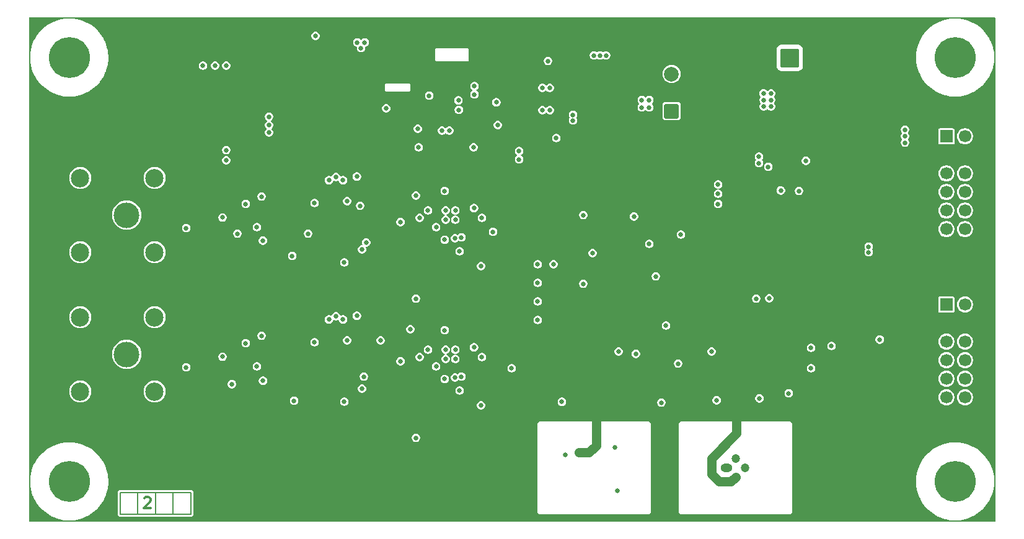
<source format=gbr>
G04 #@! TF.GenerationSoftware,KiCad,Pcbnew,9.0.3*
G04 #@! TF.CreationDate,2025-08-15T00:00:31+02:00*
G04 #@! TF.ProjectId,MADC_ARTY,4d414443-5f41-4525-9459-2e6b69636164,rev?*
G04 #@! TF.SameCoordinates,Original*
G04 #@! TF.FileFunction,Copper,L2,Inr*
G04 #@! TF.FilePolarity,Positive*
%FSLAX46Y46*%
G04 Gerber Fmt 4.6, Leading zero omitted, Abs format (unit mm)*
G04 Created by KiCad (PCBNEW 9.0.3) date 2025-08-15 00:00:31*
%MOMM*%
%LPD*%
G01*
G04 APERTURE LIST*
G04 Aperture macros list*
%AMRoundRect*
0 Rectangle with rounded corners*
0 $1 Rounding radius*
0 $2 $3 $4 $5 $6 $7 $8 $9 X,Y pos of 4 corners*
0 Add a 4 corners polygon primitive as box body*
4,1,4,$2,$3,$4,$5,$6,$7,$8,$9,$2,$3,0*
0 Add four circle primitives for the rounded corners*
1,1,$1+$1,$2,$3*
1,1,$1+$1,$4,$5*
1,1,$1+$1,$6,$7*
1,1,$1+$1,$8,$9*
0 Add four rect primitives between the rounded corners*
20,1,$1+$1,$2,$3,$4,$5,0*
20,1,$1+$1,$4,$5,$6,$7,0*
20,1,$1+$1,$6,$7,$8,$9,0*
20,1,$1+$1,$8,$9,$2,$3,0*%
G04 Aperture macros list end*
G04 #@! TA.AperFunction,NonConductor*
%ADD10C,0.200000*%
G04 #@! TD*
%ADD11C,0.300000*%
G04 #@! TA.AperFunction,NonConductor*
%ADD12C,0.300000*%
G04 #@! TD*
G04 #@! TA.AperFunction,ComponentPad*
%ADD13C,2.500000*%
G04 #@! TD*
G04 #@! TA.AperFunction,ComponentPad*
%ADD14C,3.500000*%
G04 #@! TD*
G04 #@! TA.AperFunction,ComponentPad*
%ADD15RoundRect,0.250000X0.750000X0.750000X-0.750000X0.750000X-0.750000X-0.750000X0.750000X-0.750000X0*%
G04 #@! TD*
G04 #@! TA.AperFunction,ComponentPad*
%ADD16C,2.000000*%
G04 #@! TD*
G04 #@! TA.AperFunction,ComponentPad*
%ADD17C,5.600000*%
G04 #@! TD*
G04 #@! TA.AperFunction,ComponentPad*
%ADD18C,2.800000*%
G04 #@! TD*
G04 #@! TA.AperFunction,ComponentPad*
%ADD19O,1.600000X1.200000*%
G04 #@! TD*
G04 #@! TA.AperFunction,ComponentPad*
%ADD20C,1.200000*%
G04 #@! TD*
G04 #@! TA.AperFunction,ComponentPad*
%ADD21R,1.700000X1.700000*%
G04 #@! TD*
G04 #@! TA.AperFunction,ComponentPad*
%ADD22C,1.700000*%
G04 #@! TD*
G04 #@! TA.AperFunction,ComponentPad*
%ADD23RoundRect,0.250000X1.050000X1.050000X-1.050000X1.050000X-1.050000X-1.050000X1.050000X-1.050000X0*%
G04 #@! TD*
G04 #@! TA.AperFunction,ComponentPad*
%ADD24C,2.600000*%
G04 #@! TD*
G04 #@! TA.AperFunction,ViaPad*
%ADD25C,0.650000*%
G04 #@! TD*
G04 #@! TA.AperFunction,Conductor*
%ADD26C,1.270000*%
G04 #@! TD*
G04 APERTURE END LIST*
D10*
X103378000Y-105537000D02*
X105791000Y-105537000D01*
X105791000Y-108458000D01*
X103378000Y-108458000D01*
X103378000Y-105537000D01*
X105791000Y-105537000D02*
X108204000Y-105537000D01*
X108204000Y-108458000D01*
X105791000Y-108458000D01*
X105791000Y-105537000D01*
X100965000Y-105537000D02*
X103378000Y-105537000D01*
X103378000Y-108458000D01*
X100965000Y-108458000D01*
X100965000Y-105537000D01*
X108204000Y-105537000D02*
X110617000Y-105537000D01*
X110617000Y-108458000D01*
X108204000Y-108458000D01*
X108204000Y-105537000D01*
D11*
D12*
X104242082Y-106266685D02*
X104313510Y-106195257D01*
X104313510Y-106195257D02*
X104456368Y-106123828D01*
X104456368Y-106123828D02*
X104813510Y-106123828D01*
X104813510Y-106123828D02*
X104956368Y-106195257D01*
X104956368Y-106195257D02*
X105027796Y-106266685D01*
X105027796Y-106266685D02*
X105099225Y-106409542D01*
X105099225Y-106409542D02*
X105099225Y-106552400D01*
X105099225Y-106552400D02*
X105027796Y-106766685D01*
X105027796Y-106766685D02*
X104170653Y-107623828D01*
X104170653Y-107623828D02*
X105099225Y-107623828D01*
D13*
G04 #@! TO.N,*
G04 #@! TO.C,J1*
X105654000Y-72644000D03*
X105654000Y-62484000D03*
X95494000Y-72644000D03*
X95494000Y-62484000D03*
D14*
G04 #@! TO.N,/Block Diagram/Auto Zero/AIN*
X101854000Y-67564000D03*
G04 #@! TD*
D15*
G04 #@! TO.N,Net-(U3-Vin)*
G04 #@! TO.C,U3*
X176273500Y-53340000D03*
D16*
G04 #@! TO.N,GND*
X176273500Y-50800000D03*
G04 #@! TO.N,+5V*
X176273500Y-48260000D03*
G04 #@! TD*
D17*
G04 #@! TO.N,N/C*
G04 #@! TO.C,H2*
X215000000Y-46000000D03*
G04 #@! TD*
D18*
G04 #@! TO.N,GND*
G04 #@! TO.C,TP7*
X120523000Y-79121000D03*
G04 #@! TD*
G04 #@! TO.N,GND*
G04 #@! TO.C,TP6*
X200533000Y-56007000D03*
G04 #@! TD*
D13*
G04 #@! TO.N,*
G04 #@! TO.C,J2*
X105654000Y-91694000D03*
X105654000Y-81534000D03*
X95494000Y-91694000D03*
X95494000Y-81534000D03*
D14*
G04 #@! TO.N,/Block Diagram/Auto Zero1/AIN*
X101854000Y-86614000D03*
G04 #@! TD*
D19*
G04 #@! TO.N,/Block Diagram/Voltage Reference/NVREF*
G04 #@! TO.C,U21*
X183769000Y-102108000D03*
D20*
G04 #@! TO.N,GND*
X185039000Y-103378000D03*
G04 #@! TO.N,Net-(R65-Pad2)*
X186309000Y-102108000D03*
G04 #@! TO.N,Net-(R66-Pad1)*
X185039000Y-100838000D03*
G04 #@! TD*
D17*
G04 #@! TO.N,N/C*
G04 #@! TO.C,H3*
X94000000Y-104000000D03*
G04 #@! TD*
G04 #@! TO.N,N/C*
G04 #@! TO.C,H4*
X215000000Y-104000000D03*
G04 #@! TD*
G04 #@! TO.N,N/C*
G04 #@! TO.C,H1*
X94000000Y-46000000D03*
G04 #@! TD*
D21*
G04 #@! TO.N,+3.3VP*
G04 #@! TO.C,J5*
X213800000Y-56800000D03*
D22*
X216340000Y-56800000D03*
G04 #@! TO.N,GND*
X213800000Y-59340000D03*
X216340000Y-59340000D03*
G04 #@! TO.N,/Block Diagram/ADC/AD_ID*
X213800000Y-61880000D03*
G04 #@! TO.N,/Block Diagram/ADC/AD_IIN*
X216340000Y-61880000D03*
G04 #@! TO.N,/Block Diagram/ADC/AD_IRN*
X213800000Y-64420000D03*
G04 #@! TO.N,/Block Diagram/ADC/AD_IRP*
X216340000Y-64420000D03*
G04 #@! TO.N,/Block Diagram/ADC/SW_VRH*
X213800000Y-66960000D03*
G04 #@! TO.N,/Block Diagram/ADC/AD_CMP*
X216340000Y-66960000D03*
G04 #@! TO.N,/Block Diagram/Gain/GAIN_x10*
X213800000Y-69500000D03*
G04 #@! TO.N,/Block Diagram/Gain/GAIN_x100*
X216340000Y-69500000D03*
G04 #@! TD*
D21*
G04 #@! TO.N,+3.3VP*
G04 #@! TO.C,J4*
X213800000Y-79800000D03*
D22*
X216340000Y-79800000D03*
G04 #@! TO.N,GND*
X213800000Y-82340000D03*
X216340000Y-82340000D03*
G04 #@! TO.N,Net-(J4-Pin_5)*
X213800000Y-84880000D03*
G04 #@! TO.N,unconnected-(J4-Pin_6-Pad6)*
X216340000Y-84880000D03*
G04 #@! TO.N,/Block Diagram/Auto Zero/AZ_CTR*
X213800000Y-87420000D03*
G04 #@! TO.N,unconnected-(J4-Pin_8-Pad8)*
X216340000Y-87420000D03*
G04 #@! TO.N,unconnected-(J4-Pin_9-Pad9)*
X213800000Y-89960000D03*
G04 #@! TO.N,unconnected-(J4-Pin_10-Pad10)*
X216340000Y-89960000D03*
G04 #@! TO.N,unconnected-(J4-Pin_11-Pad11)*
X213800000Y-92500000D03*
G04 #@! TO.N,unconnected-(J4-Pin_12-Pad12)*
X216340000Y-92500000D03*
G04 #@! TD*
D23*
G04 #@! TO.N,Net-(J3-Pin_1)*
G04 #@! TO.C,J3*
X192405000Y-46055500D03*
D24*
G04 #@! TO.N,GND*
X187325000Y-46055500D03*
G04 #@! TD*
D25*
G04 #@! TO.N,GND*
X159131000Y-51719000D03*
X154432000Y-54864000D03*
X118110000Y-51181000D03*
X161417000Y-60579000D03*
X163195000Y-58674000D03*
X122738000Y-67889000D03*
X122174000Y-60071000D03*
X148717000Y-42799000D03*
X111760000Y-54864000D03*
X119380000Y-51181000D03*
X141351000Y-75692000D03*
X160625000Y-51719000D03*
X186690000Y-89535000D03*
X172720000Y-65786000D03*
X177673000Y-75946000D03*
X123317000Y-89154000D03*
X170561000Y-57785000D03*
X185674000Y-82677000D03*
X163576000Y-45593000D03*
X159893000Y-60579000D03*
X177546000Y-67818000D03*
X163957000Y-48133000D03*
X127508000Y-88138000D03*
X166253000Y-52840500D03*
X118110000Y-89281000D03*
X109982000Y-84836000D03*
X176657000Y-67691000D03*
X124397000Y-83122000D03*
X169672000Y-91694000D03*
X163585000Y-100067000D03*
X124397000Y-64199000D03*
X166253000Y-51697500D03*
X144399000Y-52197000D03*
X113538000Y-67889000D03*
X156972000Y-44069000D03*
X119634000Y-66040000D03*
X186944000Y-54610000D03*
X160160000Y-90030000D03*
X182753000Y-59944000D03*
X139700000Y-56007000D03*
X117856000Y-53721000D03*
X156972000Y-45466000D03*
X142621000Y-89408000D03*
X169926000Y-48514000D03*
X118110000Y-88265000D03*
X113792000Y-70104000D03*
X149733000Y-43942000D03*
X171831000Y-66802000D03*
X122428000Y-57658000D03*
X187071000Y-51943000D03*
X114999000Y-84900000D03*
X178308000Y-86233000D03*
X197993000Y-86614000D03*
X204724000Y-77724000D03*
X145923000Y-50800000D03*
X123317000Y-70104000D03*
X124333000Y-53467000D03*
X119634000Y-85090000D03*
X109982000Y-65786000D03*
X127508000Y-69088000D03*
X182372000Y-91694000D03*
X145923000Y-52197000D03*
X143891000Y-42799000D03*
X182753000Y-61595000D03*
X150241000Y-97028000D03*
X126492000Y-49784000D03*
X170434000Y-46609000D03*
X160147000Y-88392000D03*
X149479000Y-89408000D03*
X111760000Y-56642000D03*
X187960000Y-86233000D03*
X185166000Y-63500000D03*
X166500000Y-87500000D03*
X173101000Y-79883000D03*
X150241000Y-77978000D03*
X175133000Y-103886000D03*
X187960000Y-89535000D03*
X128016000Y-49784000D03*
X142621000Y-70358000D03*
X127444000Y-90488000D03*
X118110000Y-69215000D03*
X175133000Y-100457000D03*
X113538000Y-86939000D03*
X185166000Y-65278000D03*
X164729000Y-52840500D03*
X149479000Y-70358000D03*
X114999000Y-65850000D03*
X142875000Y-43942000D03*
X144399000Y-50800000D03*
X164729000Y-51697500D03*
X123063000Y-53467000D03*
X172720000Y-66802000D03*
X118364000Y-70231000D03*
X156972000Y-42545000D03*
X113792000Y-89154000D03*
X128016000Y-48514000D03*
X118110000Y-49276000D03*
X126492000Y-48514000D03*
X204724000Y-78994000D03*
X146304000Y-42799000D03*
X186690000Y-82677000D03*
X122738000Y-86939000D03*
X153416000Y-54864000D03*
X127445000Y-71438000D03*
X119380000Y-49276000D03*
X167640000Y-70485000D03*
X204470000Y-81915000D03*
X179070000Y-91694000D03*
X120904000Y-60071000D03*
X141351000Y-94742000D03*
X171831000Y-65786000D03*
G04 #@! TO.N,+18V*
X133350000Y-43942000D03*
X161798000Y-100330000D03*
X133858000Y-44704000D03*
X182436000Y-92901000D03*
X134366000Y-43942000D03*
X168529000Y-99314000D03*
X181737000Y-86233000D03*
X169037000Y-86233000D03*
X188282000Y-92642000D03*
G04 #@! TO.N,-18V*
X174879000Y-93218000D03*
X168910000Y-105283000D03*
X161290000Y-93116400D03*
X121285000Y-55245000D03*
X155448000Y-58801000D03*
X189611000Y-78948000D03*
X121285000Y-54102000D03*
X155448000Y-59944000D03*
X121285000Y-56261000D03*
G04 #@! TO.N,+24V*
X189865000Y-52705000D03*
X191196000Y-64201000D03*
X182626000Y-66040000D03*
X188214000Y-59563000D03*
X193675000Y-64262000D03*
X189865000Y-51816000D03*
X182626000Y-63373000D03*
X188214000Y-60452000D03*
X188849000Y-52705000D03*
X189865000Y-50927000D03*
X188833915Y-50901243D03*
X182626000Y-64643000D03*
X188849000Y-51816000D03*
G04 #@! TO.N,+5V*
X162814000Y-53848000D03*
X149225000Y-58293000D03*
X173228000Y-52832000D03*
X141732000Y-58293000D03*
X149352000Y-51054000D03*
X172212000Y-51816000D03*
X173228000Y-51816000D03*
X172212000Y-52832000D03*
X162814000Y-54610000D03*
X149341000Y-49922000D03*
G04 #@! TO.N,+3.3V*
X166497000Y-45720000D03*
X203200000Y-72644000D03*
X165669000Y-45720000D03*
X167325000Y-45720000D03*
X126619000Y-70104000D03*
X208153000Y-57658000D03*
X208153000Y-56769000D03*
X116967000Y-70104000D03*
X116209496Y-90690448D03*
X198120000Y-85471000D03*
X160147000Y-74295000D03*
X208153000Y-55880000D03*
X203200000Y-71882000D03*
G04 #@! TO.N,Net-(U4-EN1)*
X144907000Y-56007000D03*
G04 #@! TO.N,+3.3VP*
X204711000Y-84595000D03*
G04 #@! TO.N,Net-(U4-VREG)*
X147159002Y-51872000D03*
G04 #@! TO.N,Net-(U4-VREF)*
X147207180Y-53172000D03*
G04 #@! TO.N,Net-(D1-A)*
X189484000Y-60960000D03*
X194625000Y-60137000D03*
G04 #@! TO.N,/Block Diagram/Gain/GAIN_x10*
X157988000Y-81915000D03*
G04 #@! TO.N,/Block Diagram/Gain/GAIN_x100*
X157988000Y-76835000D03*
G04 #@! TO.N,/Block Diagram/Analog Channels/OUT*
X151892000Y-69850000D03*
X146685000Y-70739000D03*
X133731000Y-66294000D03*
G04 #@! TO.N,/Block Diagram/Analog Channels/IN*
X120269000Y-65024000D03*
X124460000Y-73152000D03*
G04 #@! TO.N,Net-(Q2-C)*
X149288500Y-66611500D03*
X131953000Y-65659000D03*
X130429000Y-62357000D03*
G04 #@! TO.N,Net-(Q2-B)*
X145288000Y-64262000D03*
G04 #@! TO.N,Net-(Q5-C)*
X147574000Y-70612000D03*
X133985000Y-72263000D03*
G04 #@! TO.N,Net-(Q2-E)*
X131379000Y-62799000D03*
G04 #@! TO.N,Net-(Q3-E)*
X141351000Y-64897000D03*
X129479000Y-62799000D03*
G04 #@! TO.N,Net-(Q5-B)*
X134559000Y-71313000D03*
G04 #@! TO.N,Net-(Q5-E)*
X139258000Y-68514000D03*
X131572000Y-74041000D03*
G04 #@! TO.N,Net-(Q6-B)*
X145288000Y-70947000D03*
G04 #@! TO.N,/Block Diagram/Analog Channels1/IN*
X120269000Y-84074000D03*
X124714000Y-92964000D03*
G04 #@! TO.N,/Block Diagram/Analog Channels1/OUT*
X164211000Y-67564000D03*
X164211000Y-76962000D03*
X154432000Y-88519000D03*
X146685000Y-89789000D03*
X136525000Y-84709000D03*
G04 #@! TO.N,+16V*
X192278000Y-91948000D03*
X146731000Y-87249000D03*
X113919000Y-47117000D03*
X145415000Y-87249000D03*
X174117000Y-75946000D03*
X145415000Y-66929000D03*
X145415000Y-68199000D03*
X109982000Y-88392000D03*
X146731000Y-68199000D03*
X119634000Y-69215000D03*
X133289000Y-62296000D03*
X141859000Y-86995000D03*
X150241000Y-74549000D03*
X150241000Y-93599000D03*
X146731000Y-85979000D03*
X146731000Y-66929000D03*
X133289000Y-81346000D03*
X141859000Y-67945000D03*
X119634000Y-88265000D03*
X112268000Y-47117000D03*
X177546000Y-70231000D03*
X145415000Y-85979000D03*
X115443000Y-47117000D03*
X109982000Y-69342000D03*
G04 #@! TO.N,-16V*
X118110000Y-85090000D03*
X150368000Y-86995000D03*
X187833000Y-78994000D03*
X141351000Y-98044000D03*
X127508000Y-65913000D03*
X175514000Y-82677000D03*
X127508000Y-84963000D03*
X150368000Y-67945000D03*
X115443000Y-58674000D03*
X115443000Y-60071000D03*
X118110000Y-66040000D03*
X165481000Y-72771000D03*
X141351000Y-78994000D03*
G04 #@! TO.N,-7V*
X177165000Y-87884000D03*
X195326000Y-88519000D03*
G04 #@! TO.N,+7V*
X171389000Y-86548000D03*
X195326000Y-85725000D03*
G04 #@! TO.N,Net-(U4-SS)*
X141605000Y-55753000D03*
G04 #@! TO.N,/Block Diagram/Auto Zero/AZ_CTR*
X120459000Y-71056000D03*
X114935000Y-67889000D03*
X114935000Y-86939000D03*
X120459000Y-90233000D03*
G04 #@! TO.N,Net-(Q10-C)*
X131953000Y-84709000D03*
X149288500Y-85661500D03*
X130429000Y-81407000D03*
G04 #@! TO.N,Net-(Q10-B)*
X145288000Y-83312000D03*
G04 #@! TO.N,Net-(Q10-E)*
X131379000Y-81849000D03*
G04 #@! TO.N,Net-(Q13-B)*
X134239000Y-89662000D03*
G04 #@! TO.N,Net-(Q13-C)*
X133985000Y-91313000D03*
X147574000Y-89662000D03*
G04 #@! TO.N,Net-(Q11-E)*
X129479000Y-81849000D03*
X140589000Y-83185000D03*
G04 #@! TO.N,Net-(Q13-E)*
X139258000Y-87564000D03*
X131572000Y-93091000D03*
G04 #@! TO.N,Net-(Q14-B)*
X145288000Y-89997000D03*
G04 #@! TO.N,Net-(R29-Pad2)*
X127635000Y-43053000D03*
G04 #@! TO.N,Net-(R48-Pad1)*
X171132500Y-67754500D03*
X173228000Y-71501000D03*
G04 #@! TO.N,Net-(U4-EN2)*
X145923000Y-56007000D03*
G04 #@! TO.N,Net-(C11-Pad1)*
X152527000Y-55245000D03*
G04 #@! TO.N,Net-(U1A-+)*
X143002000Y-66929000D03*
X144112500Y-69215000D03*
X147320000Y-72517000D03*
G04 #@! TO.N,Net-(R22-Pad2)*
X137287000Y-52959000D03*
G04 #@! TO.N,Net-(R23-Pad2)*
X152337000Y-52134000D03*
G04 #@! TO.N,Net-(R30-Pad1)*
X160528000Y-57023000D03*
G04 #@! TO.N,Net-(R32-Pad2)*
X159385000Y-46482000D03*
G04 #@! TO.N,Net-(R44-Pad2)*
X157988000Y-79375000D03*
G04 #@! TO.N,Net-(R45-Pad2)*
X157988000Y-74295000D03*
G04 #@! TO.N,Net-(U25A-+)*
X144112500Y-88265000D03*
X143002000Y-85979000D03*
X147320000Y-91567000D03*
G04 #@! TO.N,Net-(U10-EN)*
X159639000Y-50165000D03*
X158623000Y-50159500D03*
X158623000Y-53214500D03*
X159639000Y-53213000D03*
G04 #@! TO.N,Net-(U4-SYNC{slash}FREQ)*
X143167998Y-51222000D03*
G04 #@! TD*
D26*
G04 #@! TO.N,GND*
X182753000Y-104013000D02*
X181737000Y-102997000D01*
X165989000Y-99060000D02*
X165989000Y-94488000D01*
X185039000Y-103378000D02*
X184404000Y-104013000D01*
X185166000Y-97409000D02*
X185166000Y-93218000D01*
X184404000Y-104013000D02*
X182753000Y-104013000D01*
X163585000Y-100067000D02*
X164982000Y-100067000D01*
X181737000Y-100838000D02*
X185166000Y-97409000D01*
X181737000Y-102997000D02*
X181737000Y-100838000D01*
X164982000Y-100067000D02*
X165989000Y-99060000D01*
G04 #@! TD*
G04 #@! TA.AperFunction,Conductor*
G04 #@! TO.N,GND*
G36*
X220473194Y-40526806D02*
G01*
X220491500Y-40571000D01*
X220491500Y-109429000D01*
X220473194Y-109473194D01*
X220429000Y-109491500D01*
X88571000Y-109491500D01*
X88526806Y-109473194D01*
X88508500Y-109429000D01*
X88508500Y-103790162D01*
X88659500Y-103790162D01*
X88659500Y-104209837D01*
X88692424Y-104628190D01*
X88758075Y-105042691D01*
X88856036Y-105450726D01*
X88856041Y-105450745D01*
X88985717Y-105849849D01*
X88985718Y-105849851D01*
X88985721Y-105849859D01*
X88985723Y-105849864D01*
X89084209Y-106087632D01*
X89146320Y-106237581D01*
X89336837Y-106611491D01*
X89556103Y-106969302D01*
X89556108Y-106969309D01*
X89556110Y-106969312D01*
X89802779Y-107308823D01*
X89802782Y-107308827D01*
X89802789Y-107308836D01*
X89802798Y-107308847D01*
X90075317Y-107627926D01*
X90372073Y-107924682D01*
X90691152Y-108197201D01*
X90691163Y-108197210D01*
X90691170Y-108197215D01*
X90691177Y-108197221D01*
X91030688Y-108443890D01*
X91030692Y-108443892D01*
X91030697Y-108443896D01*
X91388508Y-108663162D01*
X91681598Y-108812499D01*
X91762422Y-108853681D01*
X92150136Y-109014277D01*
X92150146Y-109014280D01*
X92150148Y-109014281D01*
X92150150Y-109014282D01*
X92549254Y-109143958D01*
X92549273Y-109143963D01*
X92785331Y-109200635D01*
X92957308Y-109241924D01*
X92957316Y-109241926D01*
X93371807Y-109307575D01*
X93455479Y-109314160D01*
X93790163Y-109340500D01*
X93790171Y-109340500D01*
X94209836Y-109340500D01*
X94502683Y-109317452D01*
X94628193Y-109307575D01*
X95042684Y-109241926D01*
X95294404Y-109181492D01*
X95450726Y-109143963D01*
X95450734Y-109143960D01*
X95450746Y-109143958D01*
X95849864Y-109014277D01*
X96237578Y-108853681D01*
X96611495Y-108663160D01*
X96969312Y-108443890D01*
X97308823Y-108197221D01*
X97308836Y-108197210D01*
X97308847Y-108197201D01*
X97627926Y-107924682D01*
X97627930Y-107924679D01*
X97924679Y-107627930D01*
X97924682Y-107627926D01*
X98197201Y-107308847D01*
X98197210Y-107308836D01*
X98197210Y-107308835D01*
X98197221Y-107308823D01*
X98443890Y-106969312D01*
X98663160Y-106611495D01*
X98853681Y-106237578D01*
X99014277Y-105849864D01*
X99131099Y-105490323D01*
X100610500Y-105490323D01*
X100610500Y-108504676D01*
X100634658Y-108594829D01*
X100634659Y-108594832D01*
X100681329Y-108675668D01*
X100747332Y-108741671D01*
X100828168Y-108788341D01*
X100870415Y-108799661D01*
X100918323Y-108812499D01*
X100918329Y-108812500D01*
X110663671Y-108812500D01*
X110663676Y-108812499D01*
X110690460Y-108805321D01*
X110753832Y-108788341D01*
X110834668Y-108741671D01*
X110900671Y-108675668D01*
X110947341Y-108594832D01*
X110971500Y-108504671D01*
X110971500Y-105490329D01*
X110971499Y-105490323D01*
X110958661Y-105442415D01*
X110947341Y-105400168D01*
X110900671Y-105319332D01*
X110834668Y-105253329D01*
X110753832Y-105206659D01*
X110753829Y-105206658D01*
X110663676Y-105182500D01*
X110663671Y-105182500D01*
X108250671Y-105182500D01*
X105837671Y-105182500D01*
X103424671Y-105182500D01*
X101011671Y-105182500D01*
X100918329Y-105182500D01*
X100918323Y-105182500D01*
X100828170Y-105206658D01*
X100828168Y-105206659D01*
X100747331Y-105253329D01*
X100681329Y-105319331D01*
X100634659Y-105400168D01*
X100634658Y-105400170D01*
X100610500Y-105490323D01*
X99131099Y-105490323D01*
X99143958Y-105450746D01*
X99241926Y-105042684D01*
X99307575Y-104628193D01*
X99316554Y-104514093D01*
X99340500Y-104209837D01*
X99340500Y-103790162D01*
X99307575Y-103371809D01*
X99307575Y-103371807D01*
X99241926Y-102957316D01*
X99143958Y-102549254D01*
X99014277Y-102150136D01*
X98853681Y-101762422D01*
X98663160Y-101388505D01*
X98443896Y-101030697D01*
X98443892Y-101030692D01*
X98443890Y-101030688D01*
X98197221Y-100691177D01*
X98197215Y-100691170D01*
X98197210Y-100691163D01*
X98197201Y-100691152D01*
X97924682Y-100372073D01*
X97627926Y-100075317D01*
X97308847Y-99802798D01*
X97308836Y-99802789D01*
X97308827Y-99802782D01*
X97308823Y-99802779D01*
X96969312Y-99556110D01*
X96969309Y-99556108D01*
X96969302Y-99556103D01*
X96611491Y-99336837D01*
X96237581Y-99146320D01*
X96087632Y-99084209D01*
X95849864Y-98985723D01*
X95849859Y-98985721D01*
X95849851Y-98985718D01*
X95849849Y-98985717D01*
X95450745Y-98856041D01*
X95450726Y-98856036D01*
X95042690Y-98758075D01*
X95042692Y-98758075D01*
X94628190Y-98692424D01*
X94209838Y-98659500D01*
X94209829Y-98659500D01*
X93790171Y-98659500D01*
X93790162Y-98659500D01*
X93371809Y-98692424D01*
X92957308Y-98758075D01*
X92549273Y-98856036D01*
X92549254Y-98856041D01*
X92150150Y-98985717D01*
X92150148Y-98985718D01*
X91762418Y-99146320D01*
X91388508Y-99336837D01*
X91030697Y-99556103D01*
X90691163Y-99802789D01*
X90691152Y-99802798D01*
X90372073Y-100075317D01*
X90372070Y-100075321D01*
X90075321Y-100372070D01*
X90075317Y-100372073D01*
X89802798Y-100691152D01*
X89802789Y-100691163D01*
X89556103Y-101030697D01*
X89336837Y-101388508D01*
X89146320Y-101762418D01*
X88985718Y-102150148D01*
X88985717Y-102150150D01*
X88856041Y-102549254D01*
X88856036Y-102549273D01*
X88758075Y-102957308D01*
X88692424Y-103371809D01*
X88659500Y-103790162D01*
X88508500Y-103790162D01*
X88508500Y-97967708D01*
X140771500Y-97967708D01*
X140771500Y-98120291D01*
X140771501Y-98120299D01*
X140810990Y-98267673D01*
X140810991Y-98267677D01*
X140887286Y-98399822D01*
X140887289Y-98399826D01*
X140995173Y-98507710D01*
X140995177Y-98507713D01*
X140995179Y-98507715D01*
X141127322Y-98584008D01*
X141274707Y-98623500D01*
X141274708Y-98623500D01*
X141427292Y-98623500D01*
X141427293Y-98623500D01*
X141574678Y-98584008D01*
X141706821Y-98507715D01*
X141814715Y-98399821D01*
X141891008Y-98267678D01*
X141930500Y-98120293D01*
X141930500Y-97967707D01*
X141891008Y-97820322D01*
X141814715Y-97688179D01*
X141814713Y-97688177D01*
X141814710Y-97688173D01*
X141706826Y-97580289D01*
X141706822Y-97580286D01*
X141706821Y-97580285D01*
X141640749Y-97542138D01*
X141574677Y-97503991D01*
X141574673Y-97503990D01*
X141427299Y-97464501D01*
X141427294Y-97464500D01*
X141427293Y-97464500D01*
X141274707Y-97464500D01*
X141274706Y-97464500D01*
X141274700Y-97464501D01*
X141127326Y-97503990D01*
X141127322Y-97503991D01*
X140995177Y-97580286D01*
X140995173Y-97580289D01*
X140887289Y-97688173D01*
X140887286Y-97688177D01*
X140810991Y-97820322D01*
X140810990Y-97820326D01*
X140771501Y-97967700D01*
X140771500Y-97967708D01*
X88508500Y-97967708D01*
X88508500Y-96198789D01*
X157987500Y-96198789D01*
X157987500Y-101032215D01*
X157988000Y-101039840D01*
X157988000Y-103176159D01*
X157987500Y-103183789D01*
X157987500Y-108017215D01*
X157988000Y-108024840D01*
X157988000Y-108204000D01*
X158242000Y-108458000D01*
X158421159Y-108458000D01*
X158428796Y-108458500D01*
X158429055Y-108458500D01*
X163262204Y-108458500D01*
X163269841Y-108458000D01*
X168200159Y-108458000D01*
X168207796Y-108458500D01*
X168208055Y-108458500D01*
X173041204Y-108458500D01*
X173048841Y-108458000D01*
X173228000Y-108458000D01*
X173482000Y-108204000D01*
X173482000Y-108024840D01*
X173482500Y-108017215D01*
X173482500Y-103183789D01*
X173482000Y-103176159D01*
X173482000Y-101039840D01*
X173482500Y-101032215D01*
X173482500Y-96198789D01*
X177291500Y-96198789D01*
X177291500Y-101032215D01*
X177292000Y-101039840D01*
X177292000Y-103176159D01*
X177291500Y-103183789D01*
X177291500Y-108017215D01*
X177292000Y-108024840D01*
X177292000Y-108204000D01*
X177546000Y-108458000D01*
X177725159Y-108458000D01*
X177732796Y-108458500D01*
X177733055Y-108458500D01*
X182566204Y-108458500D01*
X182573841Y-108458000D01*
X187504159Y-108458000D01*
X187511796Y-108458500D01*
X187512055Y-108458500D01*
X192345204Y-108458500D01*
X192352841Y-108458000D01*
X192532000Y-108458000D01*
X192786000Y-108204000D01*
X192786000Y-108024840D01*
X192786500Y-108017215D01*
X192786500Y-103790162D01*
X209659500Y-103790162D01*
X209659500Y-104209837D01*
X209692424Y-104628190D01*
X209758075Y-105042691D01*
X209856036Y-105450726D01*
X209856041Y-105450745D01*
X209985717Y-105849849D01*
X209985718Y-105849851D01*
X209985721Y-105849859D01*
X209985723Y-105849864D01*
X210084209Y-106087632D01*
X210146320Y-106237581D01*
X210336837Y-106611491D01*
X210556103Y-106969302D01*
X210556108Y-106969309D01*
X210556110Y-106969312D01*
X210802779Y-107308823D01*
X210802782Y-107308827D01*
X210802789Y-107308836D01*
X210802798Y-107308847D01*
X211075317Y-107627926D01*
X211372073Y-107924682D01*
X211691152Y-108197201D01*
X211691163Y-108197210D01*
X211691170Y-108197215D01*
X211691177Y-108197221D01*
X212030688Y-108443890D01*
X212030692Y-108443892D01*
X212030697Y-108443896D01*
X212388508Y-108663162D01*
X212681598Y-108812499D01*
X212762422Y-108853681D01*
X213150136Y-109014277D01*
X213150146Y-109014280D01*
X213150148Y-109014281D01*
X213150150Y-109014282D01*
X213549254Y-109143958D01*
X213549273Y-109143963D01*
X213785331Y-109200635D01*
X213957308Y-109241924D01*
X213957316Y-109241926D01*
X214371807Y-109307575D01*
X214455479Y-109314160D01*
X214790163Y-109340500D01*
X214790171Y-109340500D01*
X215209836Y-109340500D01*
X215502683Y-109317452D01*
X215628193Y-109307575D01*
X216042684Y-109241926D01*
X216294404Y-109181492D01*
X216450726Y-109143963D01*
X216450734Y-109143960D01*
X216450746Y-109143958D01*
X216849864Y-109014277D01*
X217237578Y-108853681D01*
X217611495Y-108663160D01*
X217969312Y-108443890D01*
X218308823Y-108197221D01*
X218308836Y-108197210D01*
X218308847Y-108197201D01*
X218627926Y-107924682D01*
X218627930Y-107924679D01*
X218924679Y-107627930D01*
X218924682Y-107627926D01*
X219197201Y-107308847D01*
X219197210Y-107308836D01*
X219197210Y-107308835D01*
X219197221Y-107308823D01*
X219443890Y-106969312D01*
X219663160Y-106611495D01*
X219853681Y-106237578D01*
X220014277Y-105849864D01*
X220143958Y-105450746D01*
X220241926Y-105042684D01*
X220307575Y-104628193D01*
X220316554Y-104514093D01*
X220340500Y-104209837D01*
X220340500Y-103790162D01*
X220307575Y-103371809D01*
X220307575Y-103371807D01*
X220241926Y-102957316D01*
X220143958Y-102549254D01*
X220014277Y-102150136D01*
X219853681Y-101762422D01*
X219663160Y-101388505D01*
X219443896Y-101030697D01*
X219443892Y-101030692D01*
X219443890Y-101030688D01*
X219197221Y-100691177D01*
X219197215Y-100691170D01*
X219197210Y-100691163D01*
X219197201Y-100691152D01*
X218924682Y-100372073D01*
X218627926Y-100075317D01*
X218308847Y-99802798D01*
X218308836Y-99802789D01*
X218308827Y-99802782D01*
X218308823Y-99802779D01*
X217969312Y-99556110D01*
X217969309Y-99556108D01*
X217969302Y-99556103D01*
X217611491Y-99336837D01*
X217237581Y-99146320D01*
X217087632Y-99084209D01*
X216849864Y-98985723D01*
X216849859Y-98985721D01*
X216849851Y-98985718D01*
X216849849Y-98985717D01*
X216450745Y-98856041D01*
X216450726Y-98856036D01*
X216042690Y-98758075D01*
X216042692Y-98758075D01*
X215628190Y-98692424D01*
X215209838Y-98659500D01*
X215209829Y-98659500D01*
X214790171Y-98659500D01*
X214790162Y-98659500D01*
X214371809Y-98692424D01*
X213957308Y-98758075D01*
X213549273Y-98856036D01*
X213549254Y-98856041D01*
X213150150Y-98985717D01*
X213150148Y-98985718D01*
X212762418Y-99146320D01*
X212388508Y-99336837D01*
X212030697Y-99556103D01*
X211691163Y-99802789D01*
X211691152Y-99802798D01*
X211372073Y-100075317D01*
X211372070Y-100075321D01*
X211075321Y-100372070D01*
X211075317Y-100372073D01*
X210802798Y-100691152D01*
X210802789Y-100691163D01*
X210556103Y-101030697D01*
X210336837Y-101388508D01*
X210146320Y-101762418D01*
X209985718Y-102150148D01*
X209985717Y-102150150D01*
X209856041Y-102549254D01*
X209856036Y-102549273D01*
X209758075Y-102957308D01*
X209692424Y-103371809D01*
X209659500Y-103790162D01*
X192786500Y-103790162D01*
X192786500Y-103183789D01*
X192786000Y-103176159D01*
X192786000Y-101039840D01*
X192786500Y-101032215D01*
X192786500Y-96198789D01*
X192786000Y-96191159D01*
X192786000Y-96012000D01*
X192532000Y-95758000D01*
X192352841Y-95758000D01*
X192345204Y-95757500D01*
X192344945Y-95757500D01*
X187645945Y-95757500D01*
X187512055Y-95757500D01*
X187511796Y-95757500D01*
X187504159Y-95758000D01*
X182573841Y-95758000D01*
X182566204Y-95757500D01*
X182565945Y-95757500D01*
X177866945Y-95757500D01*
X177733055Y-95757500D01*
X177732796Y-95757500D01*
X177725159Y-95758000D01*
X177546000Y-95758000D01*
X177292000Y-96012000D01*
X177292000Y-96191159D01*
X177291500Y-96198789D01*
X173482500Y-96198789D01*
X173482000Y-96191159D01*
X173482000Y-96012000D01*
X173228000Y-95758000D01*
X173048841Y-95758000D01*
X173041204Y-95757500D01*
X173040945Y-95757500D01*
X168341945Y-95757500D01*
X168208055Y-95757500D01*
X168207796Y-95757500D01*
X168200159Y-95758000D01*
X163269841Y-95758000D01*
X163262204Y-95757500D01*
X163261945Y-95757500D01*
X158562945Y-95757500D01*
X158429055Y-95757500D01*
X158428796Y-95757500D01*
X158421159Y-95758000D01*
X158242000Y-95758000D01*
X157988000Y-96012000D01*
X157988000Y-96191159D01*
X157987500Y-96198789D01*
X88508500Y-96198789D01*
X88508500Y-91575595D01*
X93989500Y-91575595D01*
X93989500Y-91812404D01*
X93989501Y-91812420D01*
X94026545Y-92046302D01*
X94026545Y-92046303D01*
X94099724Y-92271525D01*
X94099728Y-92271533D01*
X94207237Y-92482532D01*
X94346431Y-92674115D01*
X94346438Y-92674123D01*
X94513876Y-92841561D01*
X94513884Y-92841568D01*
X94700692Y-92977293D01*
X94705470Y-92980764D01*
X94916473Y-93088275D01*
X95141695Y-93161454D01*
X95178561Y-93167293D01*
X95375579Y-93198498D01*
X95375585Y-93198498D01*
X95375593Y-93198500D01*
X95375595Y-93198500D01*
X95612405Y-93198500D01*
X95612407Y-93198500D01*
X95846305Y-93161454D01*
X96071527Y-93088275D01*
X96282530Y-92980764D01*
X96474116Y-92841568D01*
X96641568Y-92674116D01*
X96780764Y-92482530D01*
X96888275Y-92271527D01*
X96961454Y-92046305D01*
X96998500Y-91812407D01*
X96998500Y-91575595D01*
X104149500Y-91575595D01*
X104149500Y-91812404D01*
X104149501Y-91812420D01*
X104186545Y-92046302D01*
X104186545Y-92046303D01*
X104259724Y-92271525D01*
X104259728Y-92271533D01*
X104367237Y-92482532D01*
X104506431Y-92674115D01*
X104506438Y-92674123D01*
X104673876Y-92841561D01*
X104673884Y-92841568D01*
X104860692Y-92977293D01*
X104865470Y-92980764D01*
X105076473Y-93088275D01*
X105301695Y-93161454D01*
X105338561Y-93167293D01*
X105535579Y-93198498D01*
X105535585Y-93198498D01*
X105535593Y-93198500D01*
X105535595Y-93198500D01*
X105772405Y-93198500D01*
X105772407Y-93198500D01*
X106006305Y-93161454D01*
X106231527Y-93088275D01*
X106442530Y-92980764D01*
X106570610Y-92887708D01*
X124134500Y-92887708D01*
X124134500Y-93040291D01*
X124134501Y-93040299D01*
X124173990Y-93187673D01*
X124173991Y-93187677D01*
X124193518Y-93221498D01*
X124235546Y-93294293D01*
X124250286Y-93319822D01*
X124250289Y-93319826D01*
X124358173Y-93427710D01*
X124358177Y-93427713D01*
X124358179Y-93427715D01*
X124490322Y-93504008D01*
X124637707Y-93543500D01*
X124637708Y-93543500D01*
X124790292Y-93543500D01*
X124790293Y-93543500D01*
X124937678Y-93504008D01*
X125069821Y-93427715D01*
X125177715Y-93319821D01*
X125254008Y-93187678D01*
X125293500Y-93040293D01*
X125293500Y-93014708D01*
X130992500Y-93014708D01*
X130992500Y-93167291D01*
X130992501Y-93167299D01*
X131031990Y-93314673D01*
X131031991Y-93314677D01*
X131048031Y-93342458D01*
X131107033Y-93444653D01*
X131108286Y-93446822D01*
X131108289Y-93446826D01*
X131216173Y-93554710D01*
X131216177Y-93554713D01*
X131216179Y-93554715D01*
X131348322Y-93631008D01*
X131495707Y-93670500D01*
X131495708Y-93670500D01*
X131648292Y-93670500D01*
X131648293Y-93670500D01*
X131795678Y-93631008D01*
X131927821Y-93554715D01*
X131959828Y-93522708D01*
X149661500Y-93522708D01*
X149661500Y-93675291D01*
X149661501Y-93675299D01*
X149700990Y-93822673D01*
X149700991Y-93822677D01*
X149777286Y-93954822D01*
X149777289Y-93954826D01*
X149885173Y-94062710D01*
X149885177Y-94062713D01*
X149885179Y-94062715D01*
X150017322Y-94139008D01*
X150164707Y-94178500D01*
X150164708Y-94178500D01*
X150317292Y-94178500D01*
X150317293Y-94178500D01*
X150464678Y-94139008D01*
X150596821Y-94062715D01*
X150704715Y-93954821D01*
X150781008Y-93822678D01*
X150820500Y-93675293D01*
X150820500Y-93522707D01*
X150781008Y-93375322D01*
X150704715Y-93243179D01*
X150704713Y-93243177D01*
X150704710Y-93243173D01*
X150596826Y-93135289D01*
X150596822Y-93135286D01*
X150596821Y-93135285D01*
X150515391Y-93088271D01*
X150464683Y-93058994D01*
X150464673Y-93058990D01*
X150394205Y-93040108D01*
X160710500Y-93040108D01*
X160710500Y-93192691D01*
X160710501Y-93192699D01*
X160749990Y-93340073D01*
X160749991Y-93340077D01*
X160749992Y-93340078D01*
X160811620Y-93446821D01*
X160826286Y-93472222D01*
X160826289Y-93472226D01*
X160934173Y-93580110D01*
X160934177Y-93580113D01*
X160934179Y-93580115D01*
X161066322Y-93656408D01*
X161213707Y-93695900D01*
X161213708Y-93695900D01*
X161366292Y-93695900D01*
X161366293Y-93695900D01*
X161513678Y-93656408D01*
X161645821Y-93580115D01*
X161753715Y-93472221D01*
X161830008Y-93340078D01*
X161869500Y-93192693D01*
X161869500Y-93141708D01*
X174299500Y-93141708D01*
X174299500Y-93294291D01*
X174299501Y-93294299D01*
X174338990Y-93441673D01*
X174338991Y-93441677D01*
X174356629Y-93472226D01*
X174404251Y-93554710D01*
X174415286Y-93573822D01*
X174415289Y-93573826D01*
X174523173Y-93681710D01*
X174523177Y-93681713D01*
X174523179Y-93681715D01*
X174655322Y-93758008D01*
X174802707Y-93797500D01*
X174802708Y-93797500D01*
X174955292Y-93797500D01*
X174955293Y-93797500D01*
X175102678Y-93758008D01*
X175234821Y-93681715D01*
X175342715Y-93573821D01*
X175419008Y-93441678D01*
X175458500Y-93294293D01*
X175458500Y-93141707D01*
X175419008Y-92994322D01*
X175342715Y-92862179D01*
X175342713Y-92862177D01*
X175342710Y-92862173D01*
X175305245Y-92824708D01*
X181856500Y-92824708D01*
X181856500Y-92977291D01*
X181856501Y-92977299D01*
X181895990Y-93124673D01*
X181895991Y-93124677D01*
X181905824Y-93141708D01*
X181964405Y-93243173D01*
X181972286Y-93256822D01*
X181972289Y-93256826D01*
X182080173Y-93364710D01*
X182080177Y-93364713D01*
X182080179Y-93364715D01*
X182212322Y-93441008D01*
X182359707Y-93480500D01*
X182359708Y-93480500D01*
X182512292Y-93480500D01*
X182512293Y-93480500D01*
X182659678Y-93441008D01*
X182791821Y-93364715D01*
X182899715Y-93256821D01*
X182976008Y-93124678D01*
X183015500Y-92977293D01*
X183015500Y-92824707D01*
X182976008Y-92677322D01*
X182917735Y-92576391D01*
X182911567Y-92565708D01*
X187702500Y-92565708D01*
X187702500Y-92718291D01*
X187702501Y-92718299D01*
X187741990Y-92865673D01*
X187741991Y-92865677D01*
X187741992Y-92865678D01*
X187816267Y-92994326D01*
X187818286Y-92997822D01*
X187818289Y-92997826D01*
X187926173Y-93105710D01*
X187926177Y-93105713D01*
X187926179Y-93105715D01*
X188058322Y-93182008D01*
X188205707Y-93221500D01*
X188205708Y-93221500D01*
X188358292Y-93221500D01*
X188358293Y-93221500D01*
X188505678Y-93182008D01*
X188637821Y-93105715D01*
X188745715Y-92997821D01*
X188822008Y-92865678D01*
X188861500Y-92718293D01*
X188861500Y-92565707D01*
X188822008Y-92418322D01*
X188745715Y-92286179D01*
X188745713Y-92286177D01*
X188745710Y-92286173D01*
X188637826Y-92178289D01*
X188637822Y-92178286D01*
X188637821Y-92178285D01*
X188514368Y-92107009D01*
X188505677Y-92101991D01*
X188505673Y-92101990D01*
X188358299Y-92062501D01*
X188358294Y-92062500D01*
X188358293Y-92062500D01*
X188205707Y-92062500D01*
X188205706Y-92062500D01*
X188205700Y-92062501D01*
X188058326Y-92101990D01*
X188058322Y-92101991D01*
X187926177Y-92178286D01*
X187926173Y-92178289D01*
X187818289Y-92286173D01*
X187818286Y-92286177D01*
X187741991Y-92418322D01*
X187741990Y-92418326D01*
X187702501Y-92565700D01*
X187702500Y-92565708D01*
X182911567Y-92565708D01*
X182899717Y-92545182D01*
X182899710Y-92545173D01*
X182791826Y-92437289D01*
X182791822Y-92437286D01*
X182791821Y-92437285D01*
X182700395Y-92384500D01*
X182659677Y-92360991D01*
X182659673Y-92360990D01*
X182512299Y-92321501D01*
X182512294Y-92321500D01*
X182512293Y-92321500D01*
X182359707Y-92321500D01*
X182359706Y-92321500D01*
X182359700Y-92321501D01*
X182212326Y-92360990D01*
X182212322Y-92360991D01*
X182080177Y-92437286D01*
X182080173Y-92437289D01*
X181972289Y-92545173D01*
X181972286Y-92545177D01*
X181895991Y-92677322D01*
X181895990Y-92677326D01*
X181856501Y-92824700D01*
X181856500Y-92824708D01*
X175305245Y-92824708D01*
X175234826Y-92754289D01*
X175234822Y-92754286D01*
X175234821Y-92754285D01*
X175168749Y-92716138D01*
X175102677Y-92677991D01*
X175102673Y-92677990D01*
X174955299Y-92638501D01*
X174955294Y-92638500D01*
X174955293Y-92638500D01*
X174802707Y-92638500D01*
X174802706Y-92638500D01*
X174802700Y-92638501D01*
X174655326Y-92677990D01*
X174655322Y-92677991D01*
X174523177Y-92754286D01*
X174523173Y-92754289D01*
X174415289Y-92862173D01*
X174415286Y-92862177D01*
X174338991Y-92994322D01*
X174338990Y-92994326D01*
X174299501Y-93141700D01*
X174299500Y-93141708D01*
X161869500Y-93141708D01*
X161869500Y-93040107D01*
X161830008Y-92892722D01*
X161753715Y-92760579D01*
X161753713Y-92760577D01*
X161753710Y-92760573D01*
X161645826Y-92652689D01*
X161645822Y-92652686D01*
X161645821Y-92652685D01*
X161542198Y-92592858D01*
X161513677Y-92576391D01*
X161513673Y-92576390D01*
X161366299Y-92536901D01*
X161366294Y-92536900D01*
X161366293Y-92536900D01*
X161213707Y-92536900D01*
X161213706Y-92536900D01*
X161213700Y-92536901D01*
X161066326Y-92576390D01*
X161066322Y-92576391D01*
X160934177Y-92652686D01*
X160934173Y-92652689D01*
X160826289Y-92760573D01*
X160826286Y-92760577D01*
X160749991Y-92892722D01*
X160749990Y-92892726D01*
X160710501Y-93040100D01*
X160710500Y-93040108D01*
X150394205Y-93040108D01*
X150317299Y-93019501D01*
X150317294Y-93019500D01*
X150317293Y-93019500D01*
X150164707Y-93019500D01*
X150164706Y-93019500D01*
X150164700Y-93019501D01*
X150017326Y-93058990D01*
X150017322Y-93058991D01*
X149885177Y-93135286D01*
X149885173Y-93135289D01*
X149777289Y-93243173D01*
X149777286Y-93243177D01*
X149700991Y-93375322D01*
X149700990Y-93375326D01*
X149661501Y-93522700D01*
X149661500Y-93522708D01*
X131959828Y-93522708D01*
X131959836Y-93522700D01*
X132008120Y-93474417D01*
X132035710Y-93446826D01*
X132035715Y-93446821D01*
X132112008Y-93314678D01*
X132151500Y-93167293D01*
X132151500Y-93014707D01*
X132112008Y-92867322D01*
X132035715Y-92735179D01*
X132035713Y-92735177D01*
X132035710Y-92735173D01*
X131927826Y-92627289D01*
X131927822Y-92627286D01*
X131927821Y-92627285D01*
X131821167Y-92565708D01*
X131795677Y-92550991D01*
X131795673Y-92550990D01*
X131648299Y-92511501D01*
X131648294Y-92511500D01*
X131648293Y-92511500D01*
X131495707Y-92511500D01*
X131495706Y-92511500D01*
X131495700Y-92511501D01*
X131348326Y-92550990D01*
X131348322Y-92550991D01*
X131216177Y-92627286D01*
X131216173Y-92627289D01*
X131108289Y-92735173D01*
X131108286Y-92735177D01*
X131031991Y-92867322D01*
X131031990Y-92867326D01*
X130992501Y-93014700D01*
X130992500Y-93014708D01*
X125293500Y-93014708D01*
X125293500Y-92887707D01*
X125254008Y-92740322D01*
X125177715Y-92608179D01*
X125177713Y-92608177D01*
X125177710Y-92608173D01*
X125069826Y-92500289D01*
X125069822Y-92500286D01*
X125069821Y-92500285D01*
X124960704Y-92437286D01*
X124937677Y-92423991D01*
X124937673Y-92423990D01*
X124790299Y-92384501D01*
X124790294Y-92384500D01*
X124790293Y-92384500D01*
X124637707Y-92384500D01*
X124637706Y-92384500D01*
X124637700Y-92384501D01*
X124490326Y-92423990D01*
X124490322Y-92423991D01*
X124358177Y-92500286D01*
X124358173Y-92500289D01*
X124250289Y-92608173D01*
X124250286Y-92608177D01*
X124173991Y-92740322D01*
X124173990Y-92740326D01*
X124134501Y-92887700D01*
X124134500Y-92887708D01*
X106570610Y-92887708D01*
X106634116Y-92841568D01*
X106634123Y-92841561D01*
X106636268Y-92839417D01*
X106801561Y-92674123D01*
X106801568Y-92674116D01*
X106940764Y-92482530D01*
X107048275Y-92271527D01*
X107121454Y-92046305D01*
X107158500Y-91812407D01*
X107158500Y-91575593D01*
X107155293Y-91555348D01*
X107142792Y-91476419D01*
X107121454Y-91341695D01*
X107048275Y-91116473D01*
X106940764Y-90905470D01*
X106940170Y-90904653D01*
X106801568Y-90713884D01*
X106801561Y-90713876D01*
X106701841Y-90614156D01*
X115629996Y-90614156D01*
X115629996Y-90766739D01*
X115629997Y-90766747D01*
X115669486Y-90914121D01*
X115669487Y-90914125D01*
X115694345Y-90957179D01*
X115740604Y-91037303D01*
X115745782Y-91046270D01*
X115745785Y-91046274D01*
X115853669Y-91154158D01*
X115853673Y-91154161D01*
X115853675Y-91154163D01*
X115985818Y-91230456D01*
X116133203Y-91269948D01*
X116133204Y-91269948D01*
X116285788Y-91269948D01*
X116285789Y-91269948D01*
X116409841Y-91236708D01*
X133405500Y-91236708D01*
X133405500Y-91389291D01*
X133405501Y-91389299D01*
X133444990Y-91536673D01*
X133444991Y-91536677D01*
X133467461Y-91575595D01*
X133514772Y-91657541D01*
X133521286Y-91668822D01*
X133521289Y-91668826D01*
X133629173Y-91776710D01*
X133629177Y-91776713D01*
X133629179Y-91776715D01*
X133761322Y-91853008D01*
X133908707Y-91892500D01*
X133908708Y-91892500D01*
X134061292Y-91892500D01*
X134061293Y-91892500D01*
X134208678Y-91853008D01*
X134340821Y-91776715D01*
X134448715Y-91668821D01*
X134525008Y-91536678D01*
X134537326Y-91490708D01*
X146740500Y-91490708D01*
X146740500Y-91643291D01*
X146740501Y-91643299D01*
X146779990Y-91790673D01*
X146779991Y-91790677D01*
X146856286Y-91922822D01*
X146856289Y-91922826D01*
X146964173Y-92030710D01*
X146964177Y-92030713D01*
X146964179Y-92030715D01*
X147096322Y-92107008D01*
X147243707Y-92146500D01*
X147243708Y-92146500D01*
X147396292Y-92146500D01*
X147396293Y-92146500D01*
X147543678Y-92107008D01*
X147675821Y-92030715D01*
X147783715Y-91922821D01*
X147813225Y-91871708D01*
X191698500Y-91871708D01*
X191698500Y-92024291D01*
X191698501Y-92024299D01*
X191737990Y-92171673D01*
X191737991Y-92171677D01*
X191776138Y-92237749D01*
X191804099Y-92286179D01*
X191814286Y-92303822D01*
X191814289Y-92303826D01*
X191922173Y-92411710D01*
X191922177Y-92411713D01*
X191922179Y-92411715D01*
X192054322Y-92488008D01*
X192201707Y-92527500D01*
X192201708Y-92527500D01*
X192354292Y-92527500D01*
X192354293Y-92527500D01*
X192501678Y-92488008D01*
X192631464Y-92413076D01*
X212695500Y-92413076D01*
X212695500Y-92586923D01*
X212695501Y-92586937D01*
X212722696Y-92758637D01*
X212776419Y-92923979D01*
X212776423Y-92923987D01*
X212855348Y-93078886D01*
X212957534Y-93219532D01*
X212957541Y-93219540D01*
X213080459Y-93342458D01*
X213080467Y-93342465D01*
X213125690Y-93375322D01*
X213221116Y-93444653D01*
X213376019Y-93523580D01*
X213541362Y-93577303D01*
X213713074Y-93604500D01*
X213713076Y-93604500D01*
X213886924Y-93604500D01*
X213886926Y-93604500D01*
X214058638Y-93577303D01*
X214223981Y-93523580D01*
X214378884Y-93444653D01*
X214519533Y-93342465D01*
X214642465Y-93219533D01*
X214744653Y-93078884D01*
X214823580Y-92923981D01*
X214877303Y-92758638D01*
X214904500Y-92586926D01*
X214904500Y-92413076D01*
X215235500Y-92413076D01*
X215235500Y-92586923D01*
X215235501Y-92586937D01*
X215262696Y-92758637D01*
X215316419Y-92923979D01*
X215316423Y-92923987D01*
X215395348Y-93078886D01*
X215497534Y-93219532D01*
X215497541Y-93219540D01*
X215620459Y-93342458D01*
X215620467Y-93342465D01*
X215665690Y-93375322D01*
X215761116Y-93444653D01*
X215916019Y-93523580D01*
X216081362Y-93577303D01*
X216253074Y-93604500D01*
X216253076Y-93604500D01*
X216426924Y-93604500D01*
X216426926Y-93604500D01*
X216598638Y-93577303D01*
X216763981Y-93523580D01*
X216918884Y-93444653D01*
X217059533Y-93342465D01*
X217182465Y-93219533D01*
X217284653Y-93078884D01*
X217363580Y-92923981D01*
X217417303Y-92758638D01*
X217444500Y-92586926D01*
X217444500Y-92413074D01*
X217417303Y-92241362D01*
X217363580Y-92076019D01*
X217284653Y-91921116D01*
X217182465Y-91780467D01*
X217182458Y-91780459D01*
X217059540Y-91657541D01*
X217059532Y-91657534D01*
X216918886Y-91555348D01*
X216763987Y-91476423D01*
X216763979Y-91476419D01*
X216598636Y-91422696D01*
X216598637Y-91422696D01*
X216426937Y-91395501D01*
X216426927Y-91395500D01*
X216426926Y-91395500D01*
X216253074Y-91395500D01*
X216253072Y-91395500D01*
X216253062Y-91395501D01*
X216081362Y-91422696D01*
X215916020Y-91476419D01*
X215916012Y-91476423D01*
X215761113Y-91555348D01*
X215620467Y-91657534D01*
X215620459Y-91657541D01*
X215497541Y-91780459D01*
X215497534Y-91780467D01*
X215395348Y-91921113D01*
X215316423Y-92076012D01*
X215316419Y-92076020D01*
X215262696Y-92241362D01*
X215235501Y-92413062D01*
X215235500Y-92413076D01*
X214904500Y-92413076D01*
X214904500Y-92413074D01*
X214877303Y-92241362D01*
X214823580Y-92076019D01*
X214744653Y-91921116D01*
X214642465Y-91780467D01*
X214642458Y-91780459D01*
X214519540Y-91657541D01*
X214519532Y-91657534D01*
X214378886Y-91555348D01*
X214223987Y-91476423D01*
X214223979Y-91476419D01*
X214058636Y-91422696D01*
X214058637Y-91422696D01*
X213886937Y-91395501D01*
X213886927Y-91395500D01*
X213886926Y-91395500D01*
X213713074Y-91395500D01*
X213713072Y-91395500D01*
X213713062Y-91395501D01*
X213541362Y-91422696D01*
X213376020Y-91476419D01*
X213376012Y-91476423D01*
X213221113Y-91555348D01*
X213080467Y-91657534D01*
X213080459Y-91657541D01*
X212957541Y-91780459D01*
X212957534Y-91780467D01*
X212855348Y-91921113D01*
X212776423Y-92076012D01*
X212776419Y-92076020D01*
X212722696Y-92241362D01*
X212695501Y-92413062D01*
X212695500Y-92413076D01*
X192631464Y-92413076D01*
X192633821Y-92411715D01*
X192633826Y-92411710D01*
X192679113Y-92366424D01*
X192741710Y-92303826D01*
X192741715Y-92303821D01*
X192818008Y-92171678D01*
X192857500Y-92024293D01*
X192857500Y-91871707D01*
X192818008Y-91724322D01*
X192741715Y-91592179D01*
X192741713Y-91592177D01*
X192741710Y-91592173D01*
X192633826Y-91484289D01*
X192633822Y-91484286D01*
X192633821Y-91484285D01*
X192527146Y-91422696D01*
X192501677Y-91407991D01*
X192501673Y-91407990D01*
X192354299Y-91368501D01*
X192354294Y-91368500D01*
X192354293Y-91368500D01*
X192201707Y-91368500D01*
X192201706Y-91368500D01*
X192201700Y-91368501D01*
X192054326Y-91407990D01*
X192054322Y-91407991D01*
X191922177Y-91484286D01*
X191922173Y-91484289D01*
X191814289Y-91592173D01*
X191814286Y-91592177D01*
X191737991Y-91724322D01*
X191737990Y-91724326D01*
X191698501Y-91871700D01*
X191698500Y-91871708D01*
X147813225Y-91871708D01*
X147860008Y-91790678D01*
X147899500Y-91643293D01*
X147899500Y-91490707D01*
X147860008Y-91343322D01*
X147783715Y-91211179D01*
X147783713Y-91211177D01*
X147783710Y-91211173D01*
X147675826Y-91103289D01*
X147675822Y-91103286D01*
X147675821Y-91103285D01*
X147608640Y-91064498D01*
X147543677Y-91026991D01*
X147543673Y-91026990D01*
X147396299Y-90987501D01*
X147396294Y-90987500D01*
X147396293Y-90987500D01*
X147243707Y-90987500D01*
X147243706Y-90987500D01*
X147243700Y-90987501D01*
X147096326Y-91026990D01*
X147096322Y-91026991D01*
X146964177Y-91103286D01*
X146964173Y-91103289D01*
X146856289Y-91211173D01*
X146856286Y-91211177D01*
X146779991Y-91343322D01*
X146779990Y-91343326D01*
X146740501Y-91490700D01*
X146740500Y-91490708D01*
X134537326Y-91490708D01*
X134541154Y-91476420D01*
X134542758Y-91470435D01*
X134542758Y-91470434D01*
X134564499Y-91389297D01*
X134564500Y-91389291D01*
X134564500Y-91236708D01*
X134564498Y-91236700D01*
X134525009Y-91089326D01*
X134525008Y-91089322D01*
X134500151Y-91046269D01*
X134448715Y-90957179D01*
X134448713Y-90957177D01*
X134448710Y-90957173D01*
X134340826Y-90849289D01*
X134340822Y-90849286D01*
X134340821Y-90849285D01*
X134259727Y-90802465D01*
X134208677Y-90772991D01*
X134208673Y-90772990D01*
X134061299Y-90733501D01*
X134061294Y-90733500D01*
X134061293Y-90733500D01*
X133908707Y-90733500D01*
X133908706Y-90733500D01*
X133908700Y-90733501D01*
X133761326Y-90772990D01*
X133761322Y-90772991D01*
X133629177Y-90849286D01*
X133629173Y-90849289D01*
X133521289Y-90957173D01*
X133521286Y-90957177D01*
X133444991Y-91089322D01*
X133444990Y-91089326D01*
X133405501Y-91236700D01*
X133405500Y-91236708D01*
X116409841Y-91236708D01*
X116433174Y-91230456D01*
X116565317Y-91154163D01*
X116673211Y-91046269D01*
X116749504Y-90914126D01*
X116788996Y-90766741D01*
X116788996Y-90614155D01*
X116749504Y-90466770D01*
X116673211Y-90334627D01*
X116673209Y-90334625D01*
X116673206Y-90334621D01*
X116565322Y-90226737D01*
X116565313Y-90226730D01*
X116530687Y-90206738D01*
X116530685Y-90206738D01*
X116481783Y-90178504D01*
X116444031Y-90156708D01*
X119879500Y-90156708D01*
X119879500Y-90309291D01*
X119879501Y-90309299D01*
X119918990Y-90456673D01*
X119918991Y-90456677D01*
X119924821Y-90466774D01*
X119988171Y-90576500D01*
X119995286Y-90588822D01*
X119995289Y-90588826D01*
X120103173Y-90696710D01*
X120103177Y-90696713D01*
X120103179Y-90696715D01*
X120235322Y-90773008D01*
X120382707Y-90812500D01*
X120382708Y-90812500D01*
X120535292Y-90812500D01*
X120535293Y-90812500D01*
X120682678Y-90773008D01*
X120814821Y-90696715D01*
X120922715Y-90588821D01*
X120999008Y-90456678D01*
X121038500Y-90309293D01*
X121038500Y-90156707D01*
X120999008Y-90009322D01*
X120922715Y-89877179D01*
X120922713Y-89877177D01*
X120922710Y-89877173D01*
X120814826Y-89769289D01*
X120814822Y-89769286D01*
X120814821Y-89769285D01*
X120716827Y-89712708D01*
X120682677Y-89692991D01*
X120682673Y-89692990D01*
X120535299Y-89653501D01*
X120535294Y-89653500D01*
X120535293Y-89653500D01*
X120382707Y-89653500D01*
X120382706Y-89653500D01*
X120382700Y-89653501D01*
X120235326Y-89692990D01*
X120235322Y-89692991D01*
X120103177Y-89769286D01*
X120103173Y-89769289D01*
X119995289Y-89877173D01*
X119995286Y-89877177D01*
X119918991Y-90009322D01*
X119918990Y-90009326D01*
X119879501Y-90156700D01*
X119879500Y-90156708D01*
X116444031Y-90156708D01*
X116433173Y-90150439D01*
X116433169Y-90150438D01*
X116285795Y-90110949D01*
X116285790Y-90110948D01*
X116285789Y-90110948D01*
X116133203Y-90110948D01*
X116133202Y-90110948D01*
X116133196Y-90110949D01*
X115985822Y-90150438D01*
X115985818Y-90150439D01*
X115853673Y-90226734D01*
X115853669Y-90226737D01*
X115745785Y-90334621D01*
X115745782Y-90334625D01*
X115669487Y-90466770D01*
X115669486Y-90466774D01*
X115629997Y-90614148D01*
X115629996Y-90614156D01*
X106701841Y-90614156D01*
X106634123Y-90546438D01*
X106634115Y-90546431D01*
X106442532Y-90407237D01*
X106231533Y-90299728D01*
X106231525Y-90299724D01*
X106006303Y-90226545D01*
X105772420Y-90189501D01*
X105772408Y-90189500D01*
X105772407Y-90189500D01*
X105535593Y-90189500D01*
X105535591Y-90189500D01*
X105535579Y-90189501D01*
X105301697Y-90226545D01*
X105301696Y-90226545D01*
X105076474Y-90299724D01*
X105076466Y-90299728D01*
X104865467Y-90407237D01*
X104673884Y-90546431D01*
X104673876Y-90546438D01*
X104506438Y-90713876D01*
X104506431Y-90713884D01*
X104367237Y-90905467D01*
X104259728Y-91116466D01*
X104259724Y-91116474D01*
X104186545Y-91341696D01*
X104186545Y-91341697D01*
X104149501Y-91575579D01*
X104149500Y-91575595D01*
X96998500Y-91575595D01*
X96998500Y-91575593D01*
X96995293Y-91555348D01*
X96982792Y-91476419D01*
X96961454Y-91341695D01*
X96888275Y-91116473D01*
X96780764Y-90905470D01*
X96780170Y-90904653D01*
X96641568Y-90713884D01*
X96641561Y-90713876D01*
X96474123Y-90546438D01*
X96474115Y-90546431D01*
X96282532Y-90407237D01*
X96071533Y-90299728D01*
X96071525Y-90299724D01*
X95846303Y-90226545D01*
X95612420Y-90189501D01*
X95612408Y-90189500D01*
X95612407Y-90189500D01*
X95375593Y-90189500D01*
X95375591Y-90189500D01*
X95375579Y-90189501D01*
X95141697Y-90226545D01*
X95141696Y-90226545D01*
X94916474Y-90299724D01*
X94916466Y-90299728D01*
X94705467Y-90407237D01*
X94513884Y-90546431D01*
X94513876Y-90546438D01*
X94346438Y-90713876D01*
X94346431Y-90713884D01*
X94207237Y-90905467D01*
X94099728Y-91116466D01*
X94099724Y-91116474D01*
X94026545Y-91341696D01*
X94026545Y-91341697D01*
X93989501Y-91575579D01*
X93989500Y-91575595D01*
X88508500Y-91575595D01*
X88508500Y-89585708D01*
X133659500Y-89585708D01*
X133659500Y-89738291D01*
X133659501Y-89738299D01*
X133698990Y-89885673D01*
X133698991Y-89885677D01*
X133737138Y-89951749D01*
X133770380Y-90009326D01*
X133775286Y-90017822D01*
X133775289Y-90017826D01*
X133883173Y-90125710D01*
X133883177Y-90125713D01*
X133883179Y-90125715D01*
X134015322Y-90202008D01*
X134162707Y-90241500D01*
X134162708Y-90241500D01*
X134315292Y-90241500D01*
X134315293Y-90241500D01*
X134462678Y-90202008D01*
X134594821Y-90125715D01*
X134702715Y-90017821D01*
X134758783Y-89920708D01*
X144708500Y-89920708D01*
X144708500Y-90073291D01*
X144708501Y-90073299D01*
X144747990Y-90220673D01*
X144747991Y-90220677D01*
X144786138Y-90286749D01*
X144813777Y-90334621D01*
X144824286Y-90352822D01*
X144824289Y-90352826D01*
X144932173Y-90460710D01*
X144932177Y-90460713D01*
X144932179Y-90460715D01*
X145064322Y-90537008D01*
X145211707Y-90576500D01*
X145211708Y-90576500D01*
X145364292Y-90576500D01*
X145364293Y-90576500D01*
X145511678Y-90537008D01*
X145643821Y-90460715D01*
X145751715Y-90352821D01*
X145828008Y-90220678D01*
X145867500Y-90073293D01*
X145867500Y-89920707D01*
X145828008Y-89773322D01*
X145808688Y-89739860D01*
X145808688Y-89739858D01*
X145793013Y-89712708D01*
X146105500Y-89712708D01*
X146105500Y-89865291D01*
X146105501Y-89865299D01*
X146144990Y-90012673D01*
X146144991Y-90012677D01*
X146144992Y-90012678D01*
X146219612Y-90141924D01*
X146221286Y-90144822D01*
X146221289Y-90144826D01*
X146329173Y-90252710D01*
X146329177Y-90252713D01*
X146329179Y-90252715D01*
X146461322Y-90329008D01*
X146608707Y-90368500D01*
X146608708Y-90368500D01*
X146761292Y-90368500D01*
X146761293Y-90368500D01*
X146908678Y-90329008D01*
X147040821Y-90252715D01*
X147148715Y-90144821D01*
X147151612Y-90141924D01*
X147153256Y-90143568D01*
X147188244Y-90123357D01*
X147227666Y-90131192D01*
X147350322Y-90202008D01*
X147497707Y-90241500D01*
X147497708Y-90241500D01*
X147650292Y-90241500D01*
X147650293Y-90241500D01*
X147797678Y-90202008D01*
X147929821Y-90125715D01*
X148037715Y-90017821D01*
X148114008Y-89885678D01*
X148117384Y-89873076D01*
X212695500Y-89873076D01*
X212695500Y-90046923D01*
X212695501Y-90046937D01*
X212722696Y-90218637D01*
X212776419Y-90383979D01*
X212776423Y-90383987D01*
X212855348Y-90538886D01*
X212957534Y-90679532D01*
X212957541Y-90679540D01*
X213080459Y-90802458D01*
X213080467Y-90802465D01*
X213221116Y-90904653D01*
X213376019Y-90983580D01*
X213541362Y-91037303D01*
X213713074Y-91064500D01*
X213713076Y-91064500D01*
X213886924Y-91064500D01*
X213886926Y-91064500D01*
X214058638Y-91037303D01*
X214223981Y-90983580D01*
X214378884Y-90904653D01*
X214519533Y-90802465D01*
X214642465Y-90679533D01*
X214744653Y-90538884D01*
X214823580Y-90383981D01*
X214877303Y-90218638D01*
X214904500Y-90046926D01*
X214904500Y-89873076D01*
X215235500Y-89873076D01*
X215235500Y-90046923D01*
X215235501Y-90046937D01*
X215262696Y-90218637D01*
X215316419Y-90383979D01*
X215316423Y-90383987D01*
X215395348Y-90538886D01*
X215497534Y-90679532D01*
X215497541Y-90679540D01*
X215620459Y-90802458D01*
X215620467Y-90802465D01*
X215761116Y-90904653D01*
X215916019Y-90983580D01*
X216081362Y-91037303D01*
X216253074Y-91064500D01*
X216253076Y-91064500D01*
X216426924Y-91064500D01*
X216426926Y-91064500D01*
X216598638Y-91037303D01*
X216763981Y-90983580D01*
X216918884Y-90904653D01*
X217059533Y-90802465D01*
X217182465Y-90679533D01*
X217284653Y-90538884D01*
X217363580Y-90383981D01*
X217417303Y-90218638D01*
X217444500Y-90046926D01*
X217444500Y-89873074D01*
X217417303Y-89701362D01*
X217363580Y-89536019D01*
X217284653Y-89381116D01*
X217240108Y-89319806D01*
X217182465Y-89240467D01*
X217182458Y-89240459D01*
X217059540Y-89117541D01*
X217059532Y-89117534D01*
X216918886Y-89015348D01*
X216763987Y-88936423D01*
X216763979Y-88936419D01*
X216598636Y-88882696D01*
X216598637Y-88882696D01*
X216426937Y-88855501D01*
X216426927Y-88855500D01*
X216426926Y-88855500D01*
X216253074Y-88855500D01*
X216253072Y-88855500D01*
X216253062Y-88855501D01*
X216081362Y-88882696D01*
X215916020Y-88936419D01*
X215916012Y-88936423D01*
X215761113Y-89015348D01*
X215620467Y-89117534D01*
X215620459Y-89117541D01*
X215497541Y-89240459D01*
X215497534Y-89240467D01*
X215395348Y-89381113D01*
X215316423Y-89536012D01*
X215316419Y-89536020D01*
X215262696Y-89701362D01*
X215235501Y-89873062D01*
X215235500Y-89873076D01*
X214904500Y-89873076D01*
X214904500Y-89873074D01*
X214877303Y-89701362D01*
X214823580Y-89536019D01*
X214744653Y-89381116D01*
X214700108Y-89319806D01*
X214642465Y-89240467D01*
X214642458Y-89240459D01*
X214519540Y-89117541D01*
X214519532Y-89117534D01*
X214378886Y-89015348D01*
X214223987Y-88936423D01*
X214223979Y-88936419D01*
X214058636Y-88882696D01*
X214058637Y-88882696D01*
X213886937Y-88855501D01*
X213886927Y-88855500D01*
X213886926Y-88855500D01*
X213713074Y-88855500D01*
X213713072Y-88855500D01*
X213713062Y-88855501D01*
X213541362Y-88882696D01*
X213376020Y-88936419D01*
X213376012Y-88936423D01*
X213221113Y-89015348D01*
X213080467Y-89117534D01*
X213080459Y-89117541D01*
X212957541Y-89240459D01*
X212957534Y-89240467D01*
X212855348Y-89381113D01*
X212776423Y-89536012D01*
X212776419Y-89536020D01*
X212722696Y-89701362D01*
X212695501Y-89873062D01*
X212695500Y-89873076D01*
X148117384Y-89873076D01*
X148117385Y-89873074D01*
X148122378Y-89854442D01*
X148122378Y-89854441D01*
X148153499Y-89738297D01*
X148153500Y-89738291D01*
X148153500Y-89585708D01*
X148153498Y-89585700D01*
X148139454Y-89533289D01*
X148114008Y-89438322D01*
X148037715Y-89306179D01*
X148037713Y-89306177D01*
X148037710Y-89306173D01*
X147929826Y-89198289D01*
X147929822Y-89198286D01*
X147929821Y-89198285D01*
X147863749Y-89160138D01*
X147797677Y-89121991D01*
X147797673Y-89121990D01*
X147650299Y-89082501D01*
X147650294Y-89082500D01*
X147650293Y-89082500D01*
X147497707Y-89082500D01*
X147497706Y-89082500D01*
X147497700Y-89082501D01*
X147350326Y-89121990D01*
X147350322Y-89121991D01*
X147218177Y-89198286D01*
X147218173Y-89198289D01*
X147107388Y-89309075D01*
X147105752Y-89307439D01*
X147070706Y-89327649D01*
X147031331Y-89319806D01*
X146908677Y-89248991D01*
X146908673Y-89248990D01*
X146761299Y-89209501D01*
X146761294Y-89209500D01*
X146761293Y-89209500D01*
X146608707Y-89209500D01*
X146608706Y-89209500D01*
X146608700Y-89209501D01*
X146461326Y-89248990D01*
X146461322Y-89248991D01*
X146329177Y-89325286D01*
X146329173Y-89325289D01*
X146221289Y-89433173D01*
X146221286Y-89433177D01*
X146144991Y-89565322D01*
X146144990Y-89565326D01*
X146105501Y-89712700D01*
X146105500Y-89712708D01*
X145793013Y-89712708D01*
X145751717Y-89641182D01*
X145751710Y-89641173D01*
X145643826Y-89533289D01*
X145643822Y-89533286D01*
X145643821Y-89533285D01*
X145577749Y-89495138D01*
X145511677Y-89456991D01*
X145511673Y-89456990D01*
X145364299Y-89417501D01*
X145364294Y-89417500D01*
X145364293Y-89417500D01*
X145211707Y-89417500D01*
X145211706Y-89417500D01*
X145211700Y-89417501D01*
X145064326Y-89456990D01*
X145064322Y-89456991D01*
X144932177Y-89533286D01*
X144932173Y-89533289D01*
X144824289Y-89641173D01*
X144824286Y-89641177D01*
X144747991Y-89773322D01*
X144747990Y-89773326D01*
X144708501Y-89920700D01*
X144708500Y-89920708D01*
X134758783Y-89920708D01*
X134779008Y-89885678D01*
X134818500Y-89738293D01*
X134818500Y-89585707D01*
X134779008Y-89438322D01*
X134702715Y-89306179D01*
X134702713Y-89306177D01*
X134702710Y-89306173D01*
X134594826Y-89198289D01*
X134594822Y-89198286D01*
X134594821Y-89198285D01*
X134528749Y-89160138D01*
X134462677Y-89121991D01*
X134462673Y-89121990D01*
X134315299Y-89082501D01*
X134315294Y-89082500D01*
X134315293Y-89082500D01*
X134162707Y-89082500D01*
X134162706Y-89082500D01*
X134162700Y-89082501D01*
X134015326Y-89121990D01*
X134015322Y-89121991D01*
X133883177Y-89198286D01*
X133883173Y-89198289D01*
X133775289Y-89306173D01*
X133775286Y-89306177D01*
X133698991Y-89438322D01*
X133698990Y-89438326D01*
X133659501Y-89585700D01*
X133659500Y-89585708D01*
X88508500Y-89585708D01*
X88508500Y-86482613D01*
X99849500Y-86482613D01*
X99849500Y-86745386D01*
X99883798Y-87005900D01*
X99883798Y-87005902D01*
X99940812Y-87218678D01*
X99951806Y-87259708D01*
X100018321Y-87420289D01*
X100052359Y-87502466D01*
X100052360Y-87502469D01*
X100183741Y-87730027D01*
X100335871Y-87928289D01*
X100343703Y-87938495D01*
X100529505Y-88124297D01*
X100737970Y-88284257D01*
X100965530Y-88415639D01*
X101208292Y-88516194D01*
X101462102Y-88584202D01*
X101722618Y-88618500D01*
X101722624Y-88618500D01*
X101985376Y-88618500D01*
X101985382Y-88618500D01*
X102245898Y-88584202D01*
X102499708Y-88516194D01*
X102742470Y-88415639D01*
X102915555Y-88315708D01*
X109402500Y-88315708D01*
X109402500Y-88468291D01*
X109402501Y-88468299D01*
X109441990Y-88615673D01*
X109441991Y-88615677D01*
X109443621Y-88618500D01*
X109507251Y-88728710D01*
X109518286Y-88747822D01*
X109518289Y-88747826D01*
X109626173Y-88855710D01*
X109626177Y-88855713D01*
X109626179Y-88855715D01*
X109758322Y-88932008D01*
X109905707Y-88971500D01*
X109905708Y-88971500D01*
X110058292Y-88971500D01*
X110058293Y-88971500D01*
X110205678Y-88932008D01*
X110337821Y-88855715D01*
X110445715Y-88747821D01*
X110522008Y-88615678D01*
X110561500Y-88468293D01*
X110561500Y-88315707D01*
X110529281Y-88195468D01*
X110527470Y-88188708D01*
X119054500Y-88188708D01*
X119054500Y-88341291D01*
X119054501Y-88341299D01*
X119093990Y-88488673D01*
X119093991Y-88488677D01*
X119114673Y-88524498D01*
X119168944Y-88618499D01*
X119170286Y-88620822D01*
X119170289Y-88620826D01*
X119278173Y-88728710D01*
X119278177Y-88728713D01*
X119278179Y-88728715D01*
X119410322Y-88805008D01*
X119557707Y-88844500D01*
X119557708Y-88844500D01*
X119710292Y-88844500D01*
X119710293Y-88844500D01*
X119857678Y-88805008D01*
X119989821Y-88728715D01*
X120097715Y-88620821D01*
X120174008Y-88488678D01*
X120213500Y-88341293D01*
X120213500Y-88188708D01*
X143533000Y-88188708D01*
X143533000Y-88341291D01*
X143533001Y-88341299D01*
X143572490Y-88488673D01*
X143572491Y-88488677D01*
X143593173Y-88524498D01*
X143647444Y-88618499D01*
X143648786Y-88620822D01*
X143648789Y-88620826D01*
X143756673Y-88728710D01*
X143756677Y-88728713D01*
X143756679Y-88728715D01*
X143888822Y-88805008D01*
X144036207Y-88844500D01*
X144036208Y-88844500D01*
X144188792Y-88844500D01*
X144188793Y-88844500D01*
X144336178Y-88805008D01*
X144468321Y-88728715D01*
X144576215Y-88620821D01*
X144652508Y-88488678D01*
X144664826Y-88442708D01*
X153852500Y-88442708D01*
X153852500Y-88595291D01*
X153852501Y-88595299D01*
X153891990Y-88742673D01*
X153891991Y-88742677D01*
X153891992Y-88742678D01*
X153957251Y-88855710D01*
X153968286Y-88874822D01*
X153968289Y-88874826D01*
X154076173Y-88982710D01*
X154076177Y-88982713D01*
X154076179Y-88982715D01*
X154208322Y-89059008D01*
X154355707Y-89098500D01*
X154355708Y-89098500D01*
X154508292Y-89098500D01*
X154508293Y-89098500D01*
X154655678Y-89059008D01*
X154787821Y-88982715D01*
X154895715Y-88874821D01*
X154972008Y-88742678D01*
X155011500Y-88595293D01*
X155011500Y-88442707D01*
X154972008Y-88295322D01*
X154895715Y-88163179D01*
X154895713Y-88163177D01*
X154895710Y-88163173D01*
X154787826Y-88055289D01*
X154787822Y-88055286D01*
X154787821Y-88055285D01*
X154721749Y-88017138D01*
X154655677Y-87978991D01*
X154655673Y-87978990D01*
X154508299Y-87939501D01*
X154508294Y-87939500D01*
X154508293Y-87939500D01*
X154355707Y-87939500D01*
X154355706Y-87939500D01*
X154355700Y-87939501D01*
X154208326Y-87978990D01*
X154208322Y-87978991D01*
X154076177Y-88055286D01*
X154076173Y-88055289D01*
X153968289Y-88163173D01*
X153968286Y-88163177D01*
X153891991Y-88295322D01*
X153891990Y-88295326D01*
X153852501Y-88442700D01*
X153852500Y-88442708D01*
X144664826Y-88442708D01*
X144669836Y-88424009D01*
X144670258Y-88422435D01*
X144670258Y-88422434D01*
X144672079Y-88415640D01*
X144692000Y-88341293D01*
X144692000Y-88188707D01*
X144652508Y-88041322D01*
X144576215Y-87909179D01*
X144576213Y-87909177D01*
X144576210Y-87909173D01*
X144468326Y-87801289D01*
X144468322Y-87801286D01*
X144468321Y-87801285D01*
X144402249Y-87763138D01*
X144336177Y-87724991D01*
X144336173Y-87724990D01*
X144188799Y-87685501D01*
X144188794Y-87685500D01*
X144188793Y-87685500D01*
X144036207Y-87685500D01*
X144036206Y-87685500D01*
X144036200Y-87685501D01*
X143888826Y-87724990D01*
X143888822Y-87724991D01*
X143756677Y-87801286D01*
X143756673Y-87801289D01*
X143648789Y-87909173D01*
X143648786Y-87909177D01*
X143572491Y-88041322D01*
X143572490Y-88041326D01*
X143533001Y-88188700D01*
X143533000Y-88188708D01*
X120213500Y-88188708D01*
X120213500Y-88188707D01*
X120174008Y-88041322D01*
X120097715Y-87909179D01*
X120097713Y-87909177D01*
X120097710Y-87909173D01*
X119989826Y-87801289D01*
X119989822Y-87801286D01*
X119989821Y-87801285D01*
X119923749Y-87763138D01*
X119857677Y-87724991D01*
X119857673Y-87724990D01*
X119710299Y-87685501D01*
X119710294Y-87685500D01*
X119710293Y-87685500D01*
X119557707Y-87685500D01*
X119557706Y-87685500D01*
X119557700Y-87685501D01*
X119410326Y-87724990D01*
X119410322Y-87724991D01*
X119278177Y-87801286D01*
X119278173Y-87801289D01*
X119170289Y-87909173D01*
X119170286Y-87909177D01*
X119093991Y-88041322D01*
X119093990Y-88041326D01*
X119054501Y-88188700D01*
X119054500Y-88188708D01*
X110527470Y-88188708D01*
X110522009Y-88168325D01*
X110522008Y-88168322D01*
X110519039Y-88163179D01*
X110445715Y-88036179D01*
X110445713Y-88036177D01*
X110445710Y-88036173D01*
X110337826Y-87928289D01*
X110337822Y-87928286D01*
X110337821Y-87928285D01*
X110271749Y-87890138D01*
X110205677Y-87851991D01*
X110205673Y-87851990D01*
X110058299Y-87812501D01*
X110058294Y-87812500D01*
X110058293Y-87812500D01*
X109905707Y-87812500D01*
X109905706Y-87812500D01*
X109905700Y-87812501D01*
X109758326Y-87851990D01*
X109758322Y-87851991D01*
X109626177Y-87928286D01*
X109626173Y-87928289D01*
X109518289Y-88036173D01*
X109518286Y-88036177D01*
X109441991Y-88168322D01*
X109441990Y-88168326D01*
X109402501Y-88315700D01*
X109402500Y-88315708D01*
X102915555Y-88315708D01*
X102970030Y-88284257D01*
X103178495Y-88124297D01*
X103364297Y-87938495D01*
X103524257Y-87730030D01*
X103655639Y-87502470D01*
X103756194Y-87259708D01*
X103824202Y-87005898D01*
X103843054Y-86862708D01*
X114355500Y-86862708D01*
X114355500Y-87015291D01*
X114355501Y-87015299D01*
X114394990Y-87162673D01*
X114394991Y-87162677D01*
X114421261Y-87208177D01*
X114451012Y-87259708D01*
X114471286Y-87294822D01*
X114471289Y-87294826D01*
X114579173Y-87402710D01*
X114579177Y-87402713D01*
X114579179Y-87402715D01*
X114711322Y-87479008D01*
X114858707Y-87518500D01*
X114858708Y-87518500D01*
X115011292Y-87518500D01*
X115011293Y-87518500D01*
X115126209Y-87487708D01*
X138678500Y-87487708D01*
X138678500Y-87640291D01*
X138678501Y-87640299D01*
X138717990Y-87787673D01*
X138717991Y-87787677D01*
X138750497Y-87843979D01*
X138788137Y-87909173D01*
X138794286Y-87919822D01*
X138794289Y-87919826D01*
X138902173Y-88027710D01*
X138902177Y-88027713D01*
X138902179Y-88027715D01*
X139034322Y-88104008D01*
X139181707Y-88143500D01*
X139181708Y-88143500D01*
X139334292Y-88143500D01*
X139334293Y-88143500D01*
X139364722Y-88135346D01*
X139406170Y-88124241D01*
X139467985Y-88107677D01*
X139481678Y-88104008D01*
X139613821Y-88027715D01*
X139721715Y-87919821D01*
X139798008Y-87787678D01*
X139837500Y-87640293D01*
X139837500Y-87487707D01*
X139798008Y-87340322D01*
X139721715Y-87208179D01*
X139721713Y-87208177D01*
X139721710Y-87208173D01*
X139613826Y-87100289D01*
X139613822Y-87100286D01*
X139613821Y-87100285D01*
X139483982Y-87025322D01*
X139481677Y-87023991D01*
X139481673Y-87023990D01*
X139334299Y-86984501D01*
X139334294Y-86984500D01*
X139334293Y-86984500D01*
X139181707Y-86984500D01*
X139181706Y-86984500D01*
X139181700Y-86984501D01*
X139034326Y-87023990D01*
X139034322Y-87023991D01*
X138902177Y-87100286D01*
X138902173Y-87100289D01*
X138794289Y-87208173D01*
X138794286Y-87208177D01*
X138717991Y-87340322D01*
X138717990Y-87340326D01*
X138678501Y-87487700D01*
X138678500Y-87487708D01*
X115126209Y-87487708D01*
X115158678Y-87479008D01*
X115290821Y-87402715D01*
X115398715Y-87294821D01*
X115475008Y-87162678D01*
X115514500Y-87015293D01*
X115514500Y-86918708D01*
X141279500Y-86918708D01*
X141279500Y-87071291D01*
X141279501Y-87071299D01*
X141318990Y-87218673D01*
X141318991Y-87218677D01*
X141318992Y-87218678D01*
X141391343Y-87343994D01*
X141395286Y-87350822D01*
X141395289Y-87350826D01*
X141503173Y-87458710D01*
X141503177Y-87458713D01*
X141503179Y-87458715D01*
X141635322Y-87535008D01*
X141782707Y-87574500D01*
X141782708Y-87574500D01*
X141935292Y-87574500D01*
X141935293Y-87574500D01*
X142082678Y-87535008D01*
X142214821Y-87458715D01*
X142322715Y-87350821D01*
X142399008Y-87218678D01*
X142438500Y-87071293D01*
X142438500Y-86918707D01*
X142399008Y-86771322D01*
X142322715Y-86639179D01*
X142322713Y-86639177D01*
X142322710Y-86639173D01*
X142214826Y-86531289D01*
X142214822Y-86531286D01*
X142214821Y-86531285D01*
X142117934Y-86475347D01*
X142082677Y-86454991D01*
X142082673Y-86454990D01*
X141935299Y-86415501D01*
X141935294Y-86415500D01*
X141935293Y-86415500D01*
X141782707Y-86415500D01*
X141782706Y-86415500D01*
X141782700Y-86415501D01*
X141635326Y-86454990D01*
X141635322Y-86454991D01*
X141503177Y-86531286D01*
X141503173Y-86531289D01*
X141395289Y-86639173D01*
X141395286Y-86639177D01*
X141318991Y-86771322D01*
X141318990Y-86771326D01*
X141279501Y-86918700D01*
X141279500Y-86918708D01*
X115514500Y-86918708D01*
X115514500Y-86862707D01*
X115475008Y-86715322D01*
X115398715Y-86583179D01*
X115398713Y-86583177D01*
X115398710Y-86583173D01*
X115290826Y-86475289D01*
X115290822Y-86475286D01*
X115290821Y-86475285D01*
X115224749Y-86437138D01*
X115158677Y-86398991D01*
X115158673Y-86398990D01*
X115011299Y-86359501D01*
X115011294Y-86359500D01*
X115011293Y-86359500D01*
X114858707Y-86359500D01*
X114858706Y-86359500D01*
X114858700Y-86359501D01*
X114711326Y-86398990D01*
X114711322Y-86398991D01*
X114579177Y-86475286D01*
X114579173Y-86475289D01*
X114471289Y-86583173D01*
X114471286Y-86583177D01*
X114394991Y-86715322D01*
X114394990Y-86715326D01*
X114355501Y-86862700D01*
X114355500Y-86862708D01*
X103843054Y-86862708D01*
X103858500Y-86745382D01*
X103858500Y-86482618D01*
X103824202Y-86222102D01*
X103818997Y-86202678D01*
X103779505Y-86055291D01*
X103756194Y-85968292D01*
X103729028Y-85902708D01*
X142422500Y-85902708D01*
X142422500Y-86055291D01*
X142422501Y-86055299D01*
X142461990Y-86202673D01*
X142461991Y-86202677D01*
X142473206Y-86222102D01*
X142532223Y-86324322D01*
X142538286Y-86334822D01*
X142538289Y-86334826D01*
X142646173Y-86442710D01*
X142646177Y-86442713D01*
X142646179Y-86442715D01*
X142778322Y-86519008D01*
X142925707Y-86558500D01*
X142925708Y-86558500D01*
X143078292Y-86558500D01*
X143078293Y-86558500D01*
X143225678Y-86519008D01*
X143357821Y-86442715D01*
X143465715Y-86334821D01*
X143542008Y-86202678D01*
X143581500Y-86055293D01*
X143581500Y-85902708D01*
X144835500Y-85902708D01*
X144835500Y-86055291D01*
X144835501Y-86055299D01*
X144874990Y-86202673D01*
X144874991Y-86202677D01*
X144886206Y-86222102D01*
X144945223Y-86324322D01*
X144951286Y-86334822D01*
X144951289Y-86334826D01*
X145059173Y-86442710D01*
X145059177Y-86442713D01*
X145059179Y-86442715D01*
X145191322Y-86519008D01*
X145233624Y-86530342D01*
X145320530Y-86553630D01*
X145358480Y-86582750D01*
X145364723Y-86630177D01*
X145335603Y-86668127D01*
X145320530Y-86674370D01*
X145191324Y-86708991D01*
X145191322Y-86708991D01*
X145059177Y-86785286D01*
X145059173Y-86785289D01*
X144951289Y-86893173D01*
X144951286Y-86893177D01*
X144874991Y-87025322D01*
X144874990Y-87025326D01*
X144835501Y-87172700D01*
X144835500Y-87172708D01*
X144835500Y-87325291D01*
X144835501Y-87325299D01*
X144874990Y-87472673D01*
X144874991Y-87472677D01*
X144951286Y-87604822D01*
X144951289Y-87604826D01*
X145059173Y-87712710D01*
X145059177Y-87712713D01*
X145059179Y-87712715D01*
X145191322Y-87789008D01*
X145338707Y-87828500D01*
X145338708Y-87828500D01*
X145491292Y-87828500D01*
X145491293Y-87828500D01*
X145638678Y-87789008D01*
X145770821Y-87712715D01*
X145878715Y-87604821D01*
X145955008Y-87472678D01*
X145994500Y-87325293D01*
X145994500Y-87172707D01*
X145955008Y-87025322D01*
X145878715Y-86893179D01*
X145878713Y-86893177D01*
X145878710Y-86893173D01*
X145770826Y-86785289D01*
X145770822Y-86785286D01*
X145770821Y-86785285D01*
X145649642Y-86715322D01*
X145638677Y-86708991D01*
X145638674Y-86708990D01*
X145509470Y-86674370D01*
X145471519Y-86645250D01*
X145465276Y-86597824D01*
X145494396Y-86559873D01*
X145509470Y-86553630D01*
X145638674Y-86519009D01*
X145638672Y-86519009D01*
X145638678Y-86519008D01*
X145770821Y-86442715D01*
X145878715Y-86334821D01*
X145955008Y-86202678D01*
X145994500Y-86055293D01*
X145994500Y-85902708D01*
X146151500Y-85902708D01*
X146151500Y-86055291D01*
X146151501Y-86055299D01*
X146190990Y-86202673D01*
X146190991Y-86202677D01*
X146202206Y-86222102D01*
X146261223Y-86324322D01*
X146267286Y-86334822D01*
X146267289Y-86334826D01*
X146375173Y-86442710D01*
X146375177Y-86442713D01*
X146375179Y-86442715D01*
X146507322Y-86519008D01*
X146549624Y-86530342D01*
X146636530Y-86553630D01*
X146674480Y-86582750D01*
X146680723Y-86630177D01*
X146651603Y-86668127D01*
X146636530Y-86674370D01*
X146507324Y-86708991D01*
X146507322Y-86708991D01*
X146375177Y-86785286D01*
X146375173Y-86785289D01*
X146267289Y-86893173D01*
X146267286Y-86893177D01*
X146190991Y-87025322D01*
X146190990Y-87025326D01*
X146151501Y-87172700D01*
X146151500Y-87172708D01*
X146151500Y-87325291D01*
X146151501Y-87325299D01*
X146190990Y-87472673D01*
X146190991Y-87472677D01*
X146267286Y-87604822D01*
X146267289Y-87604826D01*
X146375173Y-87712710D01*
X146375177Y-87712713D01*
X146375179Y-87712715D01*
X146507322Y-87789008D01*
X146654707Y-87828500D01*
X146654708Y-87828500D01*
X146807292Y-87828500D01*
X146807293Y-87828500D01*
X146884889Y-87807708D01*
X176585500Y-87807708D01*
X176585500Y-87960291D01*
X176585501Y-87960299D01*
X176624990Y-88107673D01*
X176624991Y-88107677D01*
X176701286Y-88239822D01*
X176701289Y-88239826D01*
X176809173Y-88347710D01*
X176809177Y-88347713D01*
X176809179Y-88347715D01*
X176941322Y-88424008D01*
X177088707Y-88463500D01*
X177088708Y-88463500D01*
X177241292Y-88463500D01*
X177241293Y-88463500D01*
X177318889Y-88442708D01*
X194746500Y-88442708D01*
X194746500Y-88595291D01*
X194746501Y-88595299D01*
X194785990Y-88742673D01*
X194785991Y-88742677D01*
X194785992Y-88742678D01*
X194851251Y-88855710D01*
X194862286Y-88874822D01*
X194862289Y-88874826D01*
X194970173Y-88982710D01*
X194970177Y-88982713D01*
X194970179Y-88982715D01*
X195102322Y-89059008D01*
X195249707Y-89098500D01*
X195249708Y-89098500D01*
X195402292Y-89098500D01*
X195402293Y-89098500D01*
X195549678Y-89059008D01*
X195681821Y-88982715D01*
X195789715Y-88874821D01*
X195866008Y-88742678D01*
X195905500Y-88595293D01*
X195905500Y-88442707D01*
X195866008Y-88295322D01*
X195789715Y-88163179D01*
X195789713Y-88163177D01*
X195789710Y-88163173D01*
X195681826Y-88055289D01*
X195681822Y-88055286D01*
X195681821Y-88055285D01*
X195615749Y-88017138D01*
X195549677Y-87978991D01*
X195549673Y-87978990D01*
X195402299Y-87939501D01*
X195402294Y-87939500D01*
X195402293Y-87939500D01*
X195249707Y-87939500D01*
X195249706Y-87939500D01*
X195249700Y-87939501D01*
X195102326Y-87978990D01*
X195102322Y-87978991D01*
X194970177Y-88055286D01*
X194970173Y-88055289D01*
X194862289Y-88163173D01*
X194862286Y-88163177D01*
X194785991Y-88295322D01*
X194785990Y-88295326D01*
X194746501Y-88442700D01*
X194746500Y-88442708D01*
X177318889Y-88442708D01*
X177388678Y-88424008D01*
X177457135Y-88384483D01*
X177457138Y-88384483D01*
X177496618Y-88361688D01*
X177520821Y-88347715D01*
X177628715Y-88239821D01*
X177705008Y-88107678D01*
X177744500Y-87960293D01*
X177744500Y-87807707D01*
X177705008Y-87660322D01*
X177628715Y-87528179D01*
X177628713Y-87528177D01*
X177628710Y-87528173D01*
X177520826Y-87420289D01*
X177520822Y-87420286D01*
X177520821Y-87420285D01*
X177459261Y-87384743D01*
X177388683Y-87343994D01*
X177388673Y-87343990D01*
X177347942Y-87333076D01*
X212695500Y-87333076D01*
X212695500Y-87506923D01*
X212695501Y-87506937D01*
X212722696Y-87678637D01*
X212776419Y-87843979D01*
X212776423Y-87843987D01*
X212855348Y-87998886D01*
X212957534Y-88139532D01*
X212957541Y-88139540D01*
X213080459Y-88262458D01*
X213080467Y-88262465D01*
X213125690Y-88295322D01*
X213221116Y-88364653D01*
X213376019Y-88443580D01*
X213541362Y-88497303D01*
X213713074Y-88524500D01*
X213713076Y-88524500D01*
X213886924Y-88524500D01*
X213886926Y-88524500D01*
X214058638Y-88497303D01*
X214223981Y-88443580D01*
X214378884Y-88364653D01*
X214519533Y-88262465D01*
X214642465Y-88139533D01*
X214744653Y-87998884D01*
X214823580Y-87843981D01*
X214877303Y-87678638D01*
X214904500Y-87506926D01*
X214904500Y-87333076D01*
X215235500Y-87333076D01*
X215235500Y-87506923D01*
X215235501Y-87506937D01*
X215262696Y-87678637D01*
X215316419Y-87843979D01*
X215316423Y-87843987D01*
X215395348Y-87998886D01*
X215497534Y-88139532D01*
X215497541Y-88139540D01*
X215620459Y-88262458D01*
X215620467Y-88262465D01*
X215665690Y-88295322D01*
X215761116Y-88364653D01*
X215916019Y-88443580D01*
X216081362Y-88497303D01*
X216253074Y-88524500D01*
X216253076Y-88524500D01*
X216426924Y-88524500D01*
X216426926Y-88524500D01*
X216598638Y-88497303D01*
X216763981Y-88443580D01*
X216918884Y-88364653D01*
X217059533Y-88262465D01*
X217182465Y-88139533D01*
X217284653Y-87998884D01*
X217363580Y-87843981D01*
X217417303Y-87678638D01*
X217444500Y-87506926D01*
X217444500Y-87333074D01*
X217417303Y-87161362D01*
X217363580Y-86996019D01*
X217284653Y-86841116D01*
X217234199Y-86771673D01*
X217182465Y-86700467D01*
X217182458Y-86700459D01*
X217059540Y-86577541D01*
X217059532Y-86577534D01*
X216918886Y-86475348D01*
X216763987Y-86396423D01*
X216763979Y-86396419D01*
X216598636Y-86342696D01*
X216598637Y-86342696D01*
X216426937Y-86315501D01*
X216426927Y-86315500D01*
X216426926Y-86315500D01*
X216253074Y-86315500D01*
X216253072Y-86315500D01*
X216253062Y-86315501D01*
X216081362Y-86342696D01*
X215916020Y-86396419D01*
X215916012Y-86396423D01*
X215761113Y-86475348D01*
X215620467Y-86577534D01*
X215620459Y-86577541D01*
X215497541Y-86700459D01*
X215497534Y-86700467D01*
X215395348Y-86841113D01*
X215316423Y-86996012D01*
X215316419Y-86996020D01*
X215262696Y-87161362D01*
X215235501Y-87333062D01*
X215235500Y-87333076D01*
X214904500Y-87333076D01*
X214904500Y-87333074D01*
X214877303Y-87161362D01*
X214823580Y-86996019D01*
X214744653Y-86841116D01*
X214694199Y-86771673D01*
X214642465Y-86700467D01*
X214642458Y-86700459D01*
X214519540Y-86577541D01*
X214519532Y-86577534D01*
X214378886Y-86475348D01*
X214223987Y-86396423D01*
X214223979Y-86396419D01*
X214058636Y-86342696D01*
X214058637Y-86342696D01*
X213886937Y-86315501D01*
X213886927Y-86315500D01*
X213886926Y-86315500D01*
X213713074Y-86315500D01*
X213713072Y-86315500D01*
X213713062Y-86315501D01*
X213541362Y-86342696D01*
X213376020Y-86396419D01*
X213376012Y-86396423D01*
X213221113Y-86475348D01*
X213080467Y-86577534D01*
X213080459Y-86577541D01*
X212957541Y-86700459D01*
X212957534Y-86700467D01*
X212855348Y-86841113D01*
X212776423Y-86996012D01*
X212776419Y-86996020D01*
X212722696Y-87161362D01*
X212695501Y-87333062D01*
X212695500Y-87333076D01*
X177347942Y-87333076D01*
X177241299Y-87304501D01*
X177241294Y-87304500D01*
X177241293Y-87304500D01*
X177088707Y-87304500D01*
X177088706Y-87304500D01*
X177088700Y-87304501D01*
X176941326Y-87343990D01*
X176941322Y-87343991D01*
X176809177Y-87420286D01*
X176809173Y-87420289D01*
X176701289Y-87528173D01*
X176701286Y-87528177D01*
X176624991Y-87660322D01*
X176624990Y-87660326D01*
X176585501Y-87807700D01*
X176585500Y-87807708D01*
X146884889Y-87807708D01*
X146954678Y-87789008D01*
X147023135Y-87749483D01*
X147023138Y-87749483D01*
X147065560Y-87724990D01*
X147086821Y-87712715D01*
X147194715Y-87604821D01*
X147271008Y-87472678D01*
X147310500Y-87325293D01*
X147310500Y-87172707D01*
X147271008Y-87025322D01*
X147225130Y-86945860D01*
X147225130Y-86945858D01*
X147209455Y-86918708D01*
X149788500Y-86918708D01*
X149788500Y-87071291D01*
X149788501Y-87071299D01*
X149827990Y-87218673D01*
X149827991Y-87218677D01*
X149827992Y-87218678D01*
X149900343Y-87343994D01*
X149904286Y-87350822D01*
X149904289Y-87350826D01*
X150012173Y-87458710D01*
X150012177Y-87458713D01*
X150012179Y-87458715D01*
X150144322Y-87535008D01*
X150291707Y-87574500D01*
X150291708Y-87574500D01*
X150444292Y-87574500D01*
X150444293Y-87574500D01*
X150591678Y-87535008D01*
X150723821Y-87458715D01*
X150831715Y-87350821D01*
X150908008Y-87218678D01*
X150947500Y-87071293D01*
X150947500Y-86918707D01*
X150908008Y-86771322D01*
X150831715Y-86639179D01*
X150831713Y-86639177D01*
X150831710Y-86639173D01*
X150723826Y-86531289D01*
X150723822Y-86531286D01*
X150723821Y-86531285D01*
X150626934Y-86475347D01*
X150591677Y-86454991D01*
X150591673Y-86454990D01*
X150444299Y-86415501D01*
X150444294Y-86415500D01*
X150444293Y-86415500D01*
X150291707Y-86415500D01*
X150291706Y-86415500D01*
X150291700Y-86415501D01*
X150144326Y-86454990D01*
X150144322Y-86454991D01*
X150012177Y-86531286D01*
X150012173Y-86531289D01*
X149904289Y-86639173D01*
X149904286Y-86639177D01*
X149827991Y-86771322D01*
X149827990Y-86771326D01*
X149788501Y-86918700D01*
X149788500Y-86918708D01*
X147209455Y-86918708D01*
X147194717Y-86893182D01*
X147194710Y-86893173D01*
X147086826Y-86785289D01*
X147086822Y-86785286D01*
X147086821Y-86785285D01*
X146965642Y-86715322D01*
X146954677Y-86708991D01*
X146954674Y-86708990D01*
X146825470Y-86674370D01*
X146787519Y-86645250D01*
X146781276Y-86597824D01*
X146810396Y-86559873D01*
X146825470Y-86553630D01*
X146954674Y-86519009D01*
X146954672Y-86519009D01*
X146954678Y-86519008D01*
X147086821Y-86442715D01*
X147194715Y-86334821D01*
X147271008Y-86202678D01*
X147310500Y-86055293D01*
X147310500Y-85902707D01*
X147271008Y-85755322D01*
X147194715Y-85623179D01*
X147194713Y-85623177D01*
X147194710Y-85623173D01*
X147156745Y-85585208D01*
X148709000Y-85585208D01*
X148709000Y-85737791D01*
X148709001Y-85737799D01*
X148748490Y-85885173D01*
X148748491Y-85885177D01*
X148777089Y-85934710D01*
X148821140Y-86011008D01*
X148824786Y-86017322D01*
X148824789Y-86017326D01*
X148932673Y-86125210D01*
X148932677Y-86125213D01*
X148932679Y-86125215D01*
X149064822Y-86201508D01*
X149212207Y-86241000D01*
X149212208Y-86241000D01*
X149364792Y-86241000D01*
X149364793Y-86241000D01*
X149512178Y-86201508D01*
X149589774Y-86156708D01*
X168457500Y-86156708D01*
X168457500Y-86309291D01*
X168457501Y-86309299D01*
X168496990Y-86456673D01*
X168496991Y-86456677D01*
X168511972Y-86482624D01*
X168570026Y-86583177D01*
X168573286Y-86588822D01*
X168573289Y-86588826D01*
X168681173Y-86696710D01*
X168681177Y-86696713D01*
X168681179Y-86696715D01*
X168813322Y-86773008D01*
X168960707Y-86812500D01*
X168960708Y-86812500D01*
X169113292Y-86812500D01*
X169113293Y-86812500D01*
X169260678Y-86773008D01*
X169392821Y-86696715D01*
X169500715Y-86588821D01*
X169568330Y-86471708D01*
X170809500Y-86471708D01*
X170809500Y-86624291D01*
X170809501Y-86624299D01*
X170848990Y-86771673D01*
X170848991Y-86771677D01*
X170887138Y-86837749D01*
X170919137Y-86893173D01*
X170925286Y-86903822D01*
X170925289Y-86903826D01*
X171033173Y-87011710D01*
X171033177Y-87011713D01*
X171033179Y-87011715D01*
X171165322Y-87088008D01*
X171312707Y-87127500D01*
X171312708Y-87127500D01*
X171465292Y-87127500D01*
X171465293Y-87127500D01*
X171612678Y-87088008D01*
X171744821Y-87011715D01*
X171852715Y-86903821D01*
X171929008Y-86771678D01*
X171968500Y-86624293D01*
X171968500Y-86471707D01*
X171929008Y-86324322D01*
X171852715Y-86192179D01*
X171852713Y-86192177D01*
X171852712Y-86192175D01*
X171817245Y-86156708D01*
X181157500Y-86156708D01*
X181157500Y-86309291D01*
X181157501Y-86309299D01*
X181196990Y-86456673D01*
X181196991Y-86456677D01*
X181211972Y-86482624D01*
X181270026Y-86583177D01*
X181273286Y-86588822D01*
X181273289Y-86588826D01*
X181381173Y-86696710D01*
X181381177Y-86696713D01*
X181381179Y-86696715D01*
X181513322Y-86773008D01*
X181660707Y-86812500D01*
X181660708Y-86812500D01*
X181813292Y-86812500D01*
X181813293Y-86812500D01*
X181960678Y-86773008D01*
X182092821Y-86696715D01*
X182200715Y-86588821D01*
X182277008Y-86456678D01*
X182316500Y-86309293D01*
X182316500Y-86156707D01*
X182277008Y-86009322D01*
X182200715Y-85877179D01*
X182200713Y-85877177D01*
X182200710Y-85877173D01*
X182092826Y-85769289D01*
X182092817Y-85769282D01*
X181970632Y-85698738D01*
X181970631Y-85698738D01*
X181960681Y-85692993D01*
X181960673Y-85692990D01*
X181813299Y-85653501D01*
X181813294Y-85653500D01*
X181813293Y-85653500D01*
X181660707Y-85653500D01*
X181660706Y-85653500D01*
X181660700Y-85653501D01*
X181513326Y-85692990D01*
X181513322Y-85692991D01*
X181381177Y-85769286D01*
X181381173Y-85769289D01*
X181273289Y-85877173D01*
X181273286Y-85877177D01*
X181196991Y-86009322D01*
X181196990Y-86009326D01*
X181157501Y-86156700D01*
X181157500Y-86156708D01*
X171817245Y-86156708D01*
X171744826Y-86084289D01*
X171744822Y-86084286D01*
X171744821Y-86084285D01*
X171628845Y-86017326D01*
X171612677Y-86007991D01*
X171612673Y-86007990D01*
X171465299Y-85968501D01*
X171465294Y-85968500D01*
X171465293Y-85968500D01*
X171312707Y-85968500D01*
X171312706Y-85968500D01*
X171312700Y-85968501D01*
X171165326Y-86007990D01*
X171165322Y-86007991D01*
X171033177Y-86084286D01*
X171033173Y-86084289D01*
X170925289Y-86192173D01*
X170925286Y-86192177D01*
X170848991Y-86324322D01*
X170848990Y-86324326D01*
X170809501Y-86471700D01*
X170809500Y-86471708D01*
X169568330Y-86471708D01*
X169577008Y-86456678D01*
X169609658Y-86334826D01*
X169616499Y-86309297D01*
X169616500Y-86309291D01*
X169616500Y-86156708D01*
X169616498Y-86156700D01*
X169597095Y-86084289D01*
X169577008Y-86009322D01*
X169500715Y-85877179D01*
X169500713Y-85877177D01*
X169500710Y-85877173D01*
X169392826Y-85769289D01*
X169392822Y-85769286D01*
X169392821Y-85769285D01*
X169311727Y-85722465D01*
X169260677Y-85692991D01*
X169260673Y-85692990D01*
X169113299Y-85653501D01*
X169113294Y-85653500D01*
X169113293Y-85653500D01*
X168960707Y-85653500D01*
X168960706Y-85653500D01*
X168960700Y-85653501D01*
X168813326Y-85692990D01*
X168813322Y-85692991D01*
X168681177Y-85769286D01*
X168681173Y-85769289D01*
X168573289Y-85877173D01*
X168573286Y-85877177D01*
X168496991Y-86009322D01*
X168496990Y-86009326D01*
X168457501Y-86156700D01*
X168457500Y-86156708D01*
X149589774Y-86156708D01*
X149644321Y-86125215D01*
X149644326Y-86125210D01*
X149661120Y-86108417D01*
X149752210Y-86017326D01*
X149752215Y-86017321D01*
X149828508Y-85885178D01*
X149868000Y-85737793D01*
X149868000Y-85648708D01*
X194746500Y-85648708D01*
X194746500Y-85801291D01*
X194746501Y-85801299D01*
X194785990Y-85948673D01*
X194785991Y-85948677D01*
X194797316Y-85968292D01*
X194847546Y-86055293D01*
X194862286Y-86080822D01*
X194862289Y-86080826D01*
X194970173Y-86188710D01*
X194970177Y-86188713D01*
X194970179Y-86188715D01*
X195102322Y-86265008D01*
X195249707Y-86304500D01*
X195249708Y-86304500D01*
X195402292Y-86304500D01*
X195402293Y-86304500D01*
X195549678Y-86265008D01*
X195681821Y-86188715D01*
X195789715Y-86080821D01*
X195866008Y-85948678D01*
X195905500Y-85801293D01*
X195905500Y-85648707D01*
X195866008Y-85501322D01*
X195820130Y-85421860D01*
X195820130Y-85421858D01*
X195804455Y-85394708D01*
X197540500Y-85394708D01*
X197540500Y-85547291D01*
X197540501Y-85547299D01*
X197579990Y-85694673D01*
X197579991Y-85694677D01*
X197604888Y-85737799D01*
X197655033Y-85824653D01*
X197656286Y-85826822D01*
X197656289Y-85826826D01*
X197764173Y-85934710D01*
X197764177Y-85934713D01*
X197764179Y-85934715D01*
X197896322Y-86011008D01*
X198043707Y-86050500D01*
X198043708Y-86050500D01*
X198196292Y-86050500D01*
X198196293Y-86050500D01*
X198343678Y-86011008D01*
X198475821Y-85934715D01*
X198583715Y-85826821D01*
X198660008Y-85694678D01*
X198699500Y-85547293D01*
X198699500Y-85394707D01*
X198660008Y-85247322D01*
X198583715Y-85115179D01*
X198583713Y-85115177D01*
X198583710Y-85115173D01*
X198475826Y-85007289D01*
X198475822Y-85007286D01*
X198475821Y-85007285D01*
X198405912Y-84966923D01*
X198343677Y-84930991D01*
X198343673Y-84930990D01*
X198196299Y-84891501D01*
X198196294Y-84891500D01*
X198196293Y-84891500D01*
X198043707Y-84891500D01*
X198043706Y-84891500D01*
X198043700Y-84891501D01*
X197896326Y-84930990D01*
X197896322Y-84930991D01*
X197764177Y-85007286D01*
X197764173Y-85007289D01*
X197656289Y-85115173D01*
X197656286Y-85115177D01*
X197579991Y-85247322D01*
X197579990Y-85247326D01*
X197540501Y-85394700D01*
X197540500Y-85394708D01*
X195804455Y-85394708D01*
X195789717Y-85369182D01*
X195789710Y-85369173D01*
X195681826Y-85261289D01*
X195681822Y-85261286D01*
X195681821Y-85261285D01*
X195571838Y-85197786D01*
X195549677Y-85184991D01*
X195549673Y-85184990D01*
X195402299Y-85145501D01*
X195402294Y-85145500D01*
X195402293Y-85145500D01*
X195249707Y-85145500D01*
X195249706Y-85145500D01*
X195249700Y-85145501D01*
X195102326Y-85184990D01*
X195102322Y-85184991D01*
X194970177Y-85261286D01*
X194970173Y-85261289D01*
X194862289Y-85369173D01*
X194862286Y-85369177D01*
X194785991Y-85501322D01*
X194785990Y-85501326D01*
X194746501Y-85648700D01*
X194746500Y-85648708D01*
X149868000Y-85648708D01*
X149868000Y-85585207D01*
X149828508Y-85437822D01*
X149752215Y-85305679D01*
X149752213Y-85305677D01*
X149752210Y-85305673D01*
X149644326Y-85197789D01*
X149644322Y-85197786D01*
X149644321Y-85197785D01*
X149541874Y-85138637D01*
X149512177Y-85121491D01*
X149512173Y-85121490D01*
X149364799Y-85082001D01*
X149364794Y-85082000D01*
X149364793Y-85082000D01*
X149212207Y-85082000D01*
X149212206Y-85082000D01*
X149212200Y-85082001D01*
X149064826Y-85121490D01*
X149064822Y-85121491D01*
X148932677Y-85197786D01*
X148932673Y-85197789D01*
X148824789Y-85305673D01*
X148824786Y-85305677D01*
X148748491Y-85437822D01*
X148748490Y-85437826D01*
X148709001Y-85585200D01*
X148709000Y-85585208D01*
X147156745Y-85585208D01*
X147086826Y-85515289D01*
X147086822Y-85515286D01*
X147086821Y-85515285D01*
X147020749Y-85477138D01*
X146954677Y-85438991D01*
X146954673Y-85438990D01*
X146807299Y-85399501D01*
X146807294Y-85399500D01*
X146807293Y-85399500D01*
X146654707Y-85399500D01*
X146654706Y-85399500D01*
X146654700Y-85399501D01*
X146507326Y-85438990D01*
X146507322Y-85438991D01*
X146375177Y-85515286D01*
X146375173Y-85515289D01*
X146267289Y-85623173D01*
X146267286Y-85623177D01*
X146190991Y-85755322D01*
X146190990Y-85755326D01*
X146151501Y-85902700D01*
X146151500Y-85902708D01*
X145994500Y-85902708D01*
X145994500Y-85902707D01*
X145955008Y-85755322D01*
X145878715Y-85623179D01*
X145878713Y-85623177D01*
X145878710Y-85623173D01*
X145770826Y-85515289D01*
X145770822Y-85515286D01*
X145770821Y-85515285D01*
X145704749Y-85477138D01*
X145638677Y-85438991D01*
X145638673Y-85438990D01*
X145491299Y-85399501D01*
X145491294Y-85399500D01*
X145491293Y-85399500D01*
X145338707Y-85399500D01*
X145338706Y-85399500D01*
X145338700Y-85399501D01*
X145191326Y-85438990D01*
X145191322Y-85438991D01*
X145059177Y-85515286D01*
X145059173Y-85515289D01*
X144951289Y-85623173D01*
X144951286Y-85623177D01*
X144874991Y-85755322D01*
X144874990Y-85755326D01*
X144835501Y-85902700D01*
X144835500Y-85902708D01*
X143581500Y-85902708D01*
X143581500Y-85902707D01*
X143542008Y-85755322D01*
X143465715Y-85623179D01*
X143465713Y-85623177D01*
X143465710Y-85623173D01*
X143357826Y-85515289D01*
X143357822Y-85515286D01*
X143357821Y-85515285D01*
X143291749Y-85477138D01*
X143225677Y-85438991D01*
X143225673Y-85438990D01*
X143078299Y-85399501D01*
X143078294Y-85399500D01*
X143078293Y-85399500D01*
X142925707Y-85399500D01*
X142925706Y-85399500D01*
X142925700Y-85399501D01*
X142778326Y-85438990D01*
X142778322Y-85438991D01*
X142646177Y-85515286D01*
X142646173Y-85515289D01*
X142538289Y-85623173D01*
X142538286Y-85623177D01*
X142461991Y-85755322D01*
X142461990Y-85755326D01*
X142422501Y-85902700D01*
X142422500Y-85902708D01*
X103729028Y-85902708D01*
X103655639Y-85725530D01*
X103524257Y-85497970D01*
X103364297Y-85289505D01*
X103178495Y-85103703D01*
X103178491Y-85103700D01*
X103178489Y-85103698D01*
X103120492Y-85059196D01*
X103094551Y-85039291D01*
X103061210Y-85013708D01*
X117530500Y-85013708D01*
X117530500Y-85166291D01*
X117530501Y-85166299D01*
X117569990Y-85313673D01*
X117569991Y-85313677D01*
X117569992Y-85313678D01*
X117642342Y-85438992D01*
X117646286Y-85445822D01*
X117646289Y-85445826D01*
X117754173Y-85553710D01*
X117754177Y-85553713D01*
X117754179Y-85553715D01*
X117886322Y-85630008D01*
X118033707Y-85669500D01*
X118033708Y-85669500D01*
X118186292Y-85669500D01*
X118186293Y-85669500D01*
X118333678Y-85630008D01*
X118465821Y-85553715D01*
X118573715Y-85445821D01*
X118650008Y-85313678D01*
X118689500Y-85166293D01*
X118689500Y-85013707D01*
X118687780Y-85007289D01*
X118670753Y-84943743D01*
X118656754Y-84891500D01*
X118655470Y-84886708D01*
X126928500Y-84886708D01*
X126928500Y-85039291D01*
X126928501Y-85039299D01*
X126967990Y-85186673D01*
X126967991Y-85186677D01*
X126974405Y-85197786D01*
X127036697Y-85305679D01*
X127044286Y-85318822D01*
X127044289Y-85318826D01*
X127152173Y-85426710D01*
X127152177Y-85426713D01*
X127152179Y-85426715D01*
X127284322Y-85503008D01*
X127431707Y-85542500D01*
X127431708Y-85542500D01*
X127584292Y-85542500D01*
X127584293Y-85542500D01*
X127731678Y-85503008D01*
X127863821Y-85426715D01*
X127971715Y-85318821D01*
X128048008Y-85186678D01*
X128087500Y-85039293D01*
X128087500Y-84886707D01*
X128048008Y-84739322D01*
X128002130Y-84659860D01*
X128002130Y-84659858D01*
X127986455Y-84632708D01*
X131373500Y-84632708D01*
X131373500Y-84785291D01*
X131373501Y-84785299D01*
X131412990Y-84932673D01*
X131412991Y-84932677D01*
X131432763Y-84966923D01*
X131486037Y-85059196D01*
X131489286Y-85064822D01*
X131489289Y-85064826D01*
X131597173Y-85172710D01*
X131597177Y-85172713D01*
X131597179Y-85172715D01*
X131729322Y-85249008D01*
X131876707Y-85288500D01*
X131876708Y-85288500D01*
X132029292Y-85288500D01*
X132029293Y-85288500D01*
X132176678Y-85249008D01*
X132308821Y-85172715D01*
X132416715Y-85064821D01*
X132493008Y-84932678D01*
X132532500Y-84785293D01*
X132532500Y-84632708D01*
X135945500Y-84632708D01*
X135945500Y-84785291D01*
X135945501Y-84785299D01*
X135984990Y-84932673D01*
X135984991Y-84932677D01*
X136004763Y-84966923D01*
X136058037Y-85059196D01*
X136061286Y-85064822D01*
X136061289Y-85064826D01*
X136169173Y-85172710D01*
X136169177Y-85172713D01*
X136169179Y-85172715D01*
X136301322Y-85249008D01*
X136448707Y-85288500D01*
X136448708Y-85288500D01*
X136601292Y-85288500D01*
X136601293Y-85288500D01*
X136748678Y-85249008D01*
X136880821Y-85172715D01*
X136988715Y-85064821D01*
X137065008Y-84932678D01*
X137104500Y-84785293D01*
X137104500Y-84632707D01*
X137097658Y-84607173D01*
X137077191Y-84530787D01*
X137073954Y-84518708D01*
X204131500Y-84518708D01*
X204131500Y-84671291D01*
X204131501Y-84671299D01*
X204170990Y-84818673D01*
X204170991Y-84818677D01*
X204170992Y-84818678D01*
X204243197Y-84943741D01*
X204247286Y-84950822D01*
X204247289Y-84950826D01*
X204355173Y-85058710D01*
X204355177Y-85058713D01*
X204355179Y-85058715D01*
X204487322Y-85135008D01*
X204634707Y-85174500D01*
X204634708Y-85174500D01*
X204787292Y-85174500D01*
X204787293Y-85174500D01*
X204934678Y-85135008D01*
X205066821Y-85058715D01*
X205174715Y-84950821D01*
X205251008Y-84818678D01*
X205257868Y-84793076D01*
X212695500Y-84793076D01*
X212695500Y-84966923D01*
X212695501Y-84966937D01*
X212722696Y-85138637D01*
X212776419Y-85303979D01*
X212776423Y-85303987D01*
X212855348Y-85458886D01*
X212957534Y-85599532D01*
X212957541Y-85599540D01*
X213080459Y-85722458D01*
X213080467Y-85722465D01*
X213125690Y-85755322D01*
X213221116Y-85824653D01*
X213376019Y-85903580D01*
X213541362Y-85957303D01*
X213713074Y-85984500D01*
X213713076Y-85984500D01*
X213886924Y-85984500D01*
X213886926Y-85984500D01*
X214058638Y-85957303D01*
X214223981Y-85903580D01*
X214378884Y-85824653D01*
X214519533Y-85722465D01*
X214642465Y-85599533D01*
X214744653Y-85458884D01*
X214823580Y-85303981D01*
X214877303Y-85138638D01*
X214904500Y-84966926D01*
X214904500Y-84793076D01*
X215235500Y-84793076D01*
X215235500Y-84966923D01*
X215235501Y-84966937D01*
X215262696Y-85138637D01*
X215316419Y-85303979D01*
X215316423Y-85303987D01*
X215395348Y-85458886D01*
X215497534Y-85599532D01*
X215497541Y-85599540D01*
X215620459Y-85722458D01*
X215620467Y-85722465D01*
X215665690Y-85755322D01*
X215761116Y-85824653D01*
X215916019Y-85903580D01*
X216081362Y-85957303D01*
X216253074Y-85984500D01*
X216253076Y-85984500D01*
X216426924Y-85984500D01*
X216426926Y-85984500D01*
X216598638Y-85957303D01*
X216763981Y-85903580D01*
X216918884Y-85824653D01*
X217059533Y-85722465D01*
X217182465Y-85599533D01*
X217284653Y-85458884D01*
X217363580Y-85303981D01*
X217417303Y-85138638D01*
X217444500Y-84966926D01*
X217444500Y-84793074D01*
X217417303Y-84621362D01*
X217363580Y-84456019D01*
X217284653Y-84301116D01*
X217282154Y-84297677D01*
X217182465Y-84160467D01*
X217182458Y-84160459D01*
X217059540Y-84037541D01*
X217059532Y-84037534D01*
X216918886Y-83935348D01*
X216763987Y-83856423D01*
X216763979Y-83856419D01*
X216598636Y-83802696D01*
X216598637Y-83802696D01*
X216426937Y-83775501D01*
X216426927Y-83775500D01*
X216426926Y-83775500D01*
X216253074Y-83775500D01*
X216253072Y-83775500D01*
X216253062Y-83775501D01*
X216081362Y-83802696D01*
X215916020Y-83856419D01*
X215916012Y-83856423D01*
X215761113Y-83935348D01*
X215620467Y-84037534D01*
X215620459Y-84037541D01*
X215497541Y-84160459D01*
X215497534Y-84160467D01*
X215395348Y-84301113D01*
X215316423Y-84456012D01*
X215316419Y-84456020D01*
X215262696Y-84621362D01*
X215235501Y-84793062D01*
X215235500Y-84793076D01*
X214904500Y-84793076D01*
X214904500Y-84793074D01*
X214877303Y-84621362D01*
X214823580Y-84456019D01*
X214744653Y-84301116D01*
X214742154Y-84297677D01*
X214642465Y-84160467D01*
X214642458Y-84160459D01*
X214519540Y-84037541D01*
X214519532Y-84037534D01*
X214378886Y-83935348D01*
X214223987Y-83856423D01*
X214223979Y-83856419D01*
X214058636Y-83802696D01*
X214058637Y-83802696D01*
X213886937Y-83775501D01*
X213886927Y-83775500D01*
X213886926Y-83775500D01*
X213713074Y-83775500D01*
X213713072Y-83775500D01*
X213713062Y-83775501D01*
X213541362Y-83802696D01*
X213376020Y-83856419D01*
X213376012Y-83856423D01*
X213221113Y-83935348D01*
X213080467Y-84037534D01*
X213080459Y-84037541D01*
X212957541Y-84160459D01*
X212957534Y-84160467D01*
X212855348Y-84301113D01*
X212776423Y-84456012D01*
X212776419Y-84456020D01*
X212722696Y-84621362D01*
X212695501Y-84793062D01*
X212695500Y-84793076D01*
X205257868Y-84793076D01*
X205259954Y-84785291D01*
X205262862Y-84774441D01*
X205262862Y-84774440D01*
X205290498Y-84671299D01*
X205290500Y-84671291D01*
X205290500Y-84518708D01*
X205290498Y-84518700D01*
X205281555Y-84485326D01*
X205251008Y-84371322D01*
X205174715Y-84239179D01*
X205174713Y-84239177D01*
X205174710Y-84239173D01*
X205066826Y-84131289D01*
X205066822Y-84131286D01*
X205066821Y-84131285D01*
X205000749Y-84093138D01*
X204934677Y-84054991D01*
X204934673Y-84054990D01*
X204787299Y-84015501D01*
X204787294Y-84015500D01*
X204787293Y-84015500D01*
X204634707Y-84015500D01*
X204634706Y-84015500D01*
X204634700Y-84015501D01*
X204487326Y-84054990D01*
X204487322Y-84054991D01*
X204355177Y-84131286D01*
X204355173Y-84131289D01*
X204247289Y-84239173D01*
X204247286Y-84239177D01*
X204170991Y-84371322D01*
X204170990Y-84371326D01*
X204131501Y-84518700D01*
X204131500Y-84518708D01*
X137073954Y-84518708D01*
X137068750Y-84499289D01*
X137065008Y-84485322D01*
X136988715Y-84353179D01*
X136988713Y-84353177D01*
X136988710Y-84353173D01*
X136880826Y-84245289D01*
X136880822Y-84245286D01*
X136880821Y-84245285D01*
X136814749Y-84207138D01*
X136748677Y-84168991D01*
X136748673Y-84168990D01*
X136601299Y-84129501D01*
X136601294Y-84129500D01*
X136601293Y-84129500D01*
X136448707Y-84129500D01*
X136448706Y-84129500D01*
X136448700Y-84129501D01*
X136301326Y-84168990D01*
X136301322Y-84168991D01*
X136169177Y-84245286D01*
X136169173Y-84245289D01*
X136061289Y-84353173D01*
X136061286Y-84353177D01*
X135984991Y-84485322D01*
X135984990Y-84485326D01*
X135945501Y-84632700D01*
X135945500Y-84632708D01*
X132532500Y-84632708D01*
X132532500Y-84632707D01*
X132493008Y-84485322D01*
X132416715Y-84353179D01*
X132416713Y-84353177D01*
X132416710Y-84353173D01*
X132308826Y-84245289D01*
X132308822Y-84245286D01*
X132308821Y-84245285D01*
X132242749Y-84207138D01*
X132176677Y-84168991D01*
X132176673Y-84168990D01*
X132029299Y-84129501D01*
X132029294Y-84129500D01*
X132029293Y-84129500D01*
X131876707Y-84129500D01*
X131876706Y-84129500D01*
X131876700Y-84129501D01*
X131729326Y-84168990D01*
X131729322Y-84168991D01*
X131597177Y-84245286D01*
X131597173Y-84245289D01*
X131489289Y-84353173D01*
X131489286Y-84353177D01*
X131412991Y-84485322D01*
X131412990Y-84485326D01*
X131373501Y-84632700D01*
X131373500Y-84632708D01*
X127986455Y-84632708D01*
X127971717Y-84607182D01*
X127971710Y-84607173D01*
X127863826Y-84499289D01*
X127863822Y-84499286D01*
X127863821Y-84499285D01*
X127743508Y-84429822D01*
X127731677Y-84422991D01*
X127731673Y-84422990D01*
X127584299Y-84383501D01*
X127584294Y-84383500D01*
X127584293Y-84383500D01*
X127431707Y-84383500D01*
X127431706Y-84383500D01*
X127431700Y-84383501D01*
X127284326Y-84422990D01*
X127284322Y-84422991D01*
X127152177Y-84499286D01*
X127152173Y-84499289D01*
X127044289Y-84607173D01*
X127044286Y-84607177D01*
X126967991Y-84739322D01*
X126967990Y-84739326D01*
X126928501Y-84886700D01*
X126928500Y-84886708D01*
X118655470Y-84886708D01*
X118650009Y-84866325D01*
X118650008Y-84866322D01*
X118573715Y-84734179D01*
X118573713Y-84734177D01*
X118573710Y-84734173D01*
X118465826Y-84626289D01*
X118465822Y-84626286D01*
X118465821Y-84626285D01*
X118399749Y-84588138D01*
X118333677Y-84549991D01*
X118333673Y-84549990D01*
X118186299Y-84510501D01*
X118186294Y-84510500D01*
X118186293Y-84510500D01*
X118033707Y-84510500D01*
X118033706Y-84510500D01*
X118033700Y-84510501D01*
X117886326Y-84549990D01*
X117886322Y-84549991D01*
X117754177Y-84626286D01*
X117754173Y-84626289D01*
X117646289Y-84734173D01*
X117646286Y-84734177D01*
X117569991Y-84866322D01*
X117569990Y-84866326D01*
X117530501Y-85013700D01*
X117530500Y-85013708D01*
X103061210Y-85013708D01*
X102970030Y-84943743D01*
X102950865Y-84932678D01*
X102742469Y-84812360D01*
X102742466Y-84812359D01*
X102677117Y-84785291D01*
X102499708Y-84711806D01*
X102499700Y-84711803D01*
X102499698Y-84711803D01*
X102245901Y-84643798D01*
X101985386Y-84609500D01*
X101985382Y-84609500D01*
X101722618Y-84609500D01*
X101722613Y-84609500D01*
X101462099Y-84643798D01*
X101462097Y-84643798D01*
X101208301Y-84711803D01*
X101208296Y-84711804D01*
X101208292Y-84711806D01*
X101141853Y-84739326D01*
X100965533Y-84812359D01*
X100965530Y-84812360D01*
X100737972Y-84943741D01*
X100529510Y-85103698D01*
X100529500Y-85103707D01*
X100343707Y-85289500D01*
X100343698Y-85289510D01*
X100183741Y-85497972D01*
X100052360Y-85725530D01*
X100052359Y-85725533D01*
X100010403Y-85826826D01*
X99951806Y-85968292D01*
X99951804Y-85968296D01*
X99951803Y-85968301D01*
X99883798Y-86222097D01*
X99883798Y-86222099D01*
X99849500Y-86482613D01*
X88508500Y-86482613D01*
X88508500Y-83997708D01*
X119689500Y-83997708D01*
X119689500Y-84150291D01*
X119689501Y-84150299D01*
X119728990Y-84297673D01*
X119728991Y-84297677D01*
X119728992Y-84297678D01*
X119801342Y-84422992D01*
X119805286Y-84429822D01*
X119805289Y-84429826D01*
X119913173Y-84537710D01*
X119913177Y-84537713D01*
X119913179Y-84537715D01*
X120045322Y-84614008D01*
X120192707Y-84653500D01*
X120192708Y-84653500D01*
X120345292Y-84653500D01*
X120345293Y-84653500D01*
X120492678Y-84614008D01*
X120624821Y-84537715D01*
X120732715Y-84429821D01*
X120809008Y-84297678D01*
X120848500Y-84150293D01*
X120848500Y-83997707D01*
X120809008Y-83850322D01*
X120732715Y-83718179D01*
X120732713Y-83718177D01*
X120732710Y-83718173D01*
X120624826Y-83610289D01*
X120624822Y-83610286D01*
X120624821Y-83610285D01*
X120504508Y-83540822D01*
X120492677Y-83533991D01*
X120492673Y-83533990D01*
X120345299Y-83494501D01*
X120345294Y-83494500D01*
X120345293Y-83494500D01*
X120192707Y-83494500D01*
X120192706Y-83494500D01*
X120192700Y-83494501D01*
X120045326Y-83533990D01*
X120045322Y-83533991D01*
X119913177Y-83610286D01*
X119913173Y-83610289D01*
X119805289Y-83718173D01*
X119805286Y-83718177D01*
X119728991Y-83850322D01*
X119728990Y-83850326D01*
X119689501Y-83997700D01*
X119689500Y-83997708D01*
X88508500Y-83997708D01*
X88508500Y-83108708D01*
X140009500Y-83108708D01*
X140009500Y-83261291D01*
X140009501Y-83261299D01*
X140048990Y-83408673D01*
X140048991Y-83408677D01*
X140048992Y-83408678D01*
X140121342Y-83533992D01*
X140125286Y-83540822D01*
X140125289Y-83540826D01*
X140233173Y-83648710D01*
X140233177Y-83648713D01*
X140233179Y-83648715D01*
X140365322Y-83725008D01*
X140512707Y-83764500D01*
X140512708Y-83764500D01*
X140665292Y-83764500D01*
X140665293Y-83764500D01*
X140812678Y-83725008D01*
X140944821Y-83648715D01*
X141052715Y-83540821D01*
X141129008Y-83408678D01*
X141168500Y-83261293D01*
X141168500Y-83235708D01*
X144708500Y-83235708D01*
X144708500Y-83388291D01*
X144708501Y-83388299D01*
X144747990Y-83535673D01*
X144747991Y-83535677D01*
X144747992Y-83535678D01*
X144813251Y-83648710D01*
X144824286Y-83667822D01*
X144824289Y-83667826D01*
X144932173Y-83775710D01*
X144932177Y-83775713D01*
X144932179Y-83775715D01*
X145064322Y-83852008D01*
X145211707Y-83891500D01*
X145211708Y-83891500D01*
X145364292Y-83891500D01*
X145364293Y-83891500D01*
X145511678Y-83852008D01*
X145643821Y-83775715D01*
X145751715Y-83667821D01*
X145828008Y-83535678D01*
X145867500Y-83388293D01*
X145867500Y-83235707D01*
X145828008Y-83088322D01*
X145751715Y-82956179D01*
X145751713Y-82956177D01*
X145751710Y-82956173D01*
X145643826Y-82848289D01*
X145643822Y-82848286D01*
X145643821Y-82848285D01*
X145577749Y-82810138D01*
X145511677Y-82771991D01*
X145511673Y-82771990D01*
X145364299Y-82732501D01*
X145364294Y-82732500D01*
X145364293Y-82732500D01*
X145211707Y-82732500D01*
X145211706Y-82732500D01*
X145211700Y-82732501D01*
X145064326Y-82771990D01*
X145064322Y-82771991D01*
X144932177Y-82848286D01*
X144932173Y-82848289D01*
X144824289Y-82956173D01*
X144824286Y-82956177D01*
X144747991Y-83088322D01*
X144747990Y-83088326D01*
X144708501Y-83235700D01*
X144708500Y-83235708D01*
X141168500Y-83235708D01*
X141168500Y-83108707D01*
X141129008Y-82961322D01*
X141052715Y-82829179D01*
X141052713Y-82829177D01*
X141052710Y-82829173D01*
X140944826Y-82721289D01*
X140944817Y-82721282D01*
X140822632Y-82650738D01*
X140822631Y-82650738D01*
X140812681Y-82644993D01*
X140812673Y-82644990D01*
X140665299Y-82605501D01*
X140665294Y-82605500D01*
X140665293Y-82605500D01*
X140512707Y-82605500D01*
X140512706Y-82605500D01*
X140512700Y-82605501D01*
X140365326Y-82644990D01*
X140365322Y-82644991D01*
X140233177Y-82721286D01*
X140233173Y-82721289D01*
X140125289Y-82829173D01*
X140125286Y-82829177D01*
X140048991Y-82961322D01*
X140048990Y-82961326D01*
X140009501Y-83108700D01*
X140009500Y-83108708D01*
X88508500Y-83108708D01*
X88508500Y-81415595D01*
X93989500Y-81415595D01*
X93989500Y-81652404D01*
X93989501Y-81652420D01*
X94026545Y-81886302D01*
X94026545Y-81886303D01*
X94099724Y-82111525D01*
X94099728Y-82111533D01*
X94207237Y-82322532D01*
X94346431Y-82514115D01*
X94346438Y-82514123D01*
X94513876Y-82681561D01*
X94513884Y-82681568D01*
X94638338Y-82771990D01*
X94705470Y-82820764D01*
X94916473Y-82928275D01*
X95141695Y-83001454D01*
X95240274Y-83017067D01*
X95375579Y-83038498D01*
X95375585Y-83038498D01*
X95375593Y-83038500D01*
X95375595Y-83038500D01*
X95612405Y-83038500D01*
X95612407Y-83038500D01*
X95846305Y-83001454D01*
X96071527Y-82928275D01*
X96282530Y-82820764D01*
X96474116Y-82681568D01*
X96641568Y-82514116D01*
X96780764Y-82322530D01*
X96888275Y-82111527D01*
X96961454Y-81886305D01*
X96998500Y-81652407D01*
X96998500Y-81415595D01*
X104149500Y-81415595D01*
X104149500Y-81652404D01*
X104149501Y-81652420D01*
X104186545Y-81886302D01*
X104186545Y-81886303D01*
X104259724Y-82111525D01*
X104259728Y-82111533D01*
X104367237Y-82322532D01*
X104506431Y-82514115D01*
X104506438Y-82514123D01*
X104673876Y-82681561D01*
X104673884Y-82681568D01*
X104798338Y-82771990D01*
X104865470Y-82820764D01*
X105076473Y-82928275D01*
X105301695Y-83001454D01*
X105400274Y-83017067D01*
X105535579Y-83038498D01*
X105535585Y-83038498D01*
X105535593Y-83038500D01*
X105535595Y-83038500D01*
X105772405Y-83038500D01*
X105772407Y-83038500D01*
X106006305Y-83001454D01*
X106231527Y-82928275D01*
X106442530Y-82820764D01*
X106634116Y-82681568D01*
X106714976Y-82600708D01*
X174934500Y-82600708D01*
X174934500Y-82753291D01*
X174934501Y-82753299D01*
X174973990Y-82900673D01*
X174973991Y-82900677D01*
X175050286Y-83032822D01*
X175050289Y-83032826D01*
X175158173Y-83140710D01*
X175158177Y-83140713D01*
X175158179Y-83140715D01*
X175290322Y-83217008D01*
X175437707Y-83256500D01*
X175437708Y-83256500D01*
X175590292Y-83256500D01*
X175590293Y-83256500D01*
X175737678Y-83217008D01*
X175869821Y-83140715D01*
X175977715Y-83032821D01*
X176054008Y-82900678D01*
X176093500Y-82753293D01*
X176093500Y-82600707D01*
X176054008Y-82453322D01*
X175977715Y-82321179D01*
X175977713Y-82321177D01*
X175977710Y-82321173D01*
X175869826Y-82213289D01*
X175869822Y-82213286D01*
X175869821Y-82213285D01*
X175803749Y-82175138D01*
X175737677Y-82136991D01*
X175737673Y-82136990D01*
X175590299Y-82097501D01*
X175590294Y-82097500D01*
X175590293Y-82097500D01*
X175437707Y-82097500D01*
X175437706Y-82097500D01*
X175437700Y-82097501D01*
X175290326Y-82136990D01*
X175290322Y-82136991D01*
X175158177Y-82213286D01*
X175158173Y-82213289D01*
X175050289Y-82321173D01*
X175050286Y-82321177D01*
X174973991Y-82453322D01*
X174973990Y-82453326D01*
X174934501Y-82600700D01*
X174934500Y-82600708D01*
X106714976Y-82600708D01*
X106801568Y-82514116D01*
X106940764Y-82322530D01*
X107048275Y-82111527D01*
X107121454Y-81886305D01*
X107139446Y-81772708D01*
X128899500Y-81772708D01*
X128899500Y-81925291D01*
X128899501Y-81925299D01*
X128938990Y-82072673D01*
X128938991Y-82072677D01*
X129015286Y-82204822D01*
X129015289Y-82204826D01*
X129123173Y-82312710D01*
X129123177Y-82312713D01*
X129123179Y-82312715D01*
X129255322Y-82389008D01*
X129402707Y-82428500D01*
X129402708Y-82428500D01*
X129555292Y-82428500D01*
X129555293Y-82428500D01*
X129702678Y-82389008D01*
X129834821Y-82312715D01*
X129942715Y-82204821D01*
X130019008Y-82072678D01*
X130052050Y-81949363D01*
X130081170Y-81911413D01*
X130128596Y-81905170D01*
X130143669Y-81911412D01*
X130205322Y-81947008D01*
X130352707Y-81986500D01*
X130352708Y-81986500D01*
X130505292Y-81986500D01*
X130505293Y-81986500D01*
X130652678Y-81947008D01*
X130689931Y-81925500D01*
X130714329Y-81911414D01*
X130761755Y-81905170D01*
X130799705Y-81934290D01*
X130805949Y-81949363D01*
X130838991Y-82072675D01*
X130838991Y-82072677D01*
X130915286Y-82204822D01*
X130915289Y-82204826D01*
X131023173Y-82312710D01*
X131023177Y-82312713D01*
X131023179Y-82312715D01*
X131155322Y-82389008D01*
X131302707Y-82428500D01*
X131302708Y-82428500D01*
X131455292Y-82428500D01*
X131455293Y-82428500D01*
X131602678Y-82389008D01*
X131734821Y-82312715D01*
X131842715Y-82204821D01*
X131919008Y-82072678D01*
X131958500Y-81925293D01*
X131958500Y-81772707D01*
X131919008Y-81625322D01*
X131842715Y-81493179D01*
X131842713Y-81493177D01*
X131842710Y-81493173D01*
X131734826Y-81385289D01*
X131734822Y-81385286D01*
X131734821Y-81385285D01*
X131602680Y-81308993D01*
X131602677Y-81308991D01*
X131602673Y-81308990D01*
X131456072Y-81269708D01*
X132709500Y-81269708D01*
X132709500Y-81422291D01*
X132709501Y-81422299D01*
X132748990Y-81569673D01*
X132748991Y-81569677D01*
X132748992Y-81569678D01*
X132819223Y-81691322D01*
X132825286Y-81701822D01*
X132825289Y-81701826D01*
X132933173Y-81809710D01*
X132933177Y-81809713D01*
X132933179Y-81809715D01*
X133065322Y-81886008D01*
X133212707Y-81925500D01*
X133212708Y-81925500D01*
X133365292Y-81925500D01*
X133365293Y-81925500D01*
X133512678Y-81886008D01*
X133594604Y-81838708D01*
X157408500Y-81838708D01*
X157408500Y-81991291D01*
X157408501Y-81991299D01*
X157447990Y-82138673D01*
X157447991Y-82138677D01*
X157447992Y-82138678D01*
X157491066Y-82213285D01*
X157524286Y-82270822D01*
X157524289Y-82270826D01*
X157632173Y-82378710D01*
X157632177Y-82378713D01*
X157632179Y-82378715D01*
X157764322Y-82455008D01*
X157911707Y-82494500D01*
X157911708Y-82494500D01*
X158064292Y-82494500D01*
X158064293Y-82494500D01*
X158211678Y-82455008D01*
X158343821Y-82378715D01*
X158451715Y-82270821D01*
X158528008Y-82138678D01*
X158567500Y-81991293D01*
X158567500Y-81838707D01*
X158528008Y-81691322D01*
X158451715Y-81559179D01*
X158451713Y-81559177D01*
X158451710Y-81559173D01*
X158343826Y-81451289D01*
X158343822Y-81451286D01*
X158343821Y-81451285D01*
X158229506Y-81385285D01*
X158211677Y-81374991D01*
X158211673Y-81374990D01*
X158064299Y-81335501D01*
X158064294Y-81335500D01*
X158064293Y-81335500D01*
X157911707Y-81335500D01*
X157911706Y-81335500D01*
X157911700Y-81335501D01*
X157764326Y-81374990D01*
X157764322Y-81374991D01*
X157632177Y-81451286D01*
X157632173Y-81451289D01*
X157524289Y-81559173D01*
X157524286Y-81559177D01*
X157447991Y-81691322D01*
X157447990Y-81691326D01*
X157408501Y-81838700D01*
X157408500Y-81838708D01*
X133594604Y-81838708D01*
X133644821Y-81809715D01*
X133644826Y-81809710D01*
X133664120Y-81790417D01*
X133752710Y-81701826D01*
X133752715Y-81701821D01*
X133829008Y-81569678D01*
X133868500Y-81422293D01*
X133868500Y-81269707D01*
X133829008Y-81122322D01*
X133752715Y-80990179D01*
X133752713Y-80990177D01*
X133752710Y-80990173D01*
X133644826Y-80882289D01*
X133644822Y-80882286D01*
X133644821Y-80882285D01*
X133578749Y-80844138D01*
X133512677Y-80805991D01*
X133512673Y-80805990D01*
X133365299Y-80766501D01*
X133365294Y-80766500D01*
X133365293Y-80766500D01*
X133212707Y-80766500D01*
X133212706Y-80766500D01*
X133212700Y-80766501D01*
X133065326Y-80805990D01*
X133065322Y-80805991D01*
X132933177Y-80882286D01*
X132933173Y-80882289D01*
X132825289Y-80990173D01*
X132825286Y-80990177D01*
X132748991Y-81122322D01*
X132748990Y-81122326D01*
X132709501Y-81269700D01*
X132709500Y-81269708D01*
X131456072Y-81269708D01*
X131455299Y-81269501D01*
X131455294Y-81269500D01*
X131455293Y-81269500D01*
X131302707Y-81269500D01*
X131302706Y-81269500D01*
X131302700Y-81269501D01*
X131155326Y-81308990D01*
X131155318Y-81308993D01*
X131093669Y-81344586D01*
X131046243Y-81350829D01*
X131008293Y-81321708D01*
X131002050Y-81306635D01*
X130969009Y-81183325D01*
X130969008Y-81183322D01*
X130968069Y-81181695D01*
X130892715Y-81051179D01*
X130892713Y-81051177D01*
X130892710Y-81051173D01*
X130784826Y-80943289D01*
X130784822Y-80943286D01*
X130784821Y-80943285D01*
X130692068Y-80889734D01*
X130652677Y-80866991D01*
X130652673Y-80866990D01*
X130505299Y-80827501D01*
X130505294Y-80827500D01*
X130505293Y-80827500D01*
X130352707Y-80827500D01*
X130352706Y-80827500D01*
X130352700Y-80827501D01*
X130205326Y-80866990D01*
X130205322Y-80866991D01*
X130073177Y-80943286D01*
X130073173Y-80943289D01*
X129965289Y-81051173D01*
X129965286Y-81051177D01*
X129888991Y-81183322D01*
X129888991Y-81183324D01*
X129855949Y-81306636D01*
X129826829Y-81344586D01*
X129779402Y-81350829D01*
X129764329Y-81344586D01*
X129740289Y-81330707D01*
X129702678Y-81308992D01*
X129702675Y-81308991D01*
X129702673Y-81308990D01*
X129555299Y-81269501D01*
X129555294Y-81269500D01*
X129555293Y-81269500D01*
X129402707Y-81269500D01*
X129402706Y-81269500D01*
X129402700Y-81269501D01*
X129255326Y-81308990D01*
X129255322Y-81308991D01*
X129123177Y-81385286D01*
X129123173Y-81385289D01*
X129015289Y-81493173D01*
X129015286Y-81493177D01*
X128938991Y-81625322D01*
X128938990Y-81625326D01*
X128899501Y-81772700D01*
X128899500Y-81772708D01*
X107139446Y-81772708D01*
X107141644Y-81758834D01*
X107158498Y-81652420D01*
X107158500Y-81652404D01*
X107158500Y-81415595D01*
X107158498Y-81415579D01*
X107121712Y-81183324D01*
X107121454Y-81181695D01*
X107048275Y-80956473D01*
X106940764Y-80745470D01*
X106940170Y-80744653D01*
X106801568Y-80553884D01*
X106801561Y-80553876D01*
X106634123Y-80386438D01*
X106634115Y-80386431D01*
X106442532Y-80247237D01*
X106231533Y-80139728D01*
X106231525Y-80139724D01*
X106006303Y-80066545D01*
X105772420Y-80029501D01*
X105772408Y-80029500D01*
X105772407Y-80029500D01*
X105535593Y-80029500D01*
X105535591Y-80029500D01*
X105535579Y-80029501D01*
X105301697Y-80066545D01*
X105301696Y-80066545D01*
X105076474Y-80139724D01*
X105076466Y-80139728D01*
X104865467Y-80247237D01*
X104673884Y-80386431D01*
X104673876Y-80386438D01*
X104506438Y-80553876D01*
X104506431Y-80553884D01*
X104367237Y-80745467D01*
X104259728Y-80956466D01*
X104259724Y-80956474D01*
X104186545Y-81181696D01*
X104186545Y-81181697D01*
X104149501Y-81415579D01*
X104149500Y-81415595D01*
X96998500Y-81415595D01*
X96998500Y-81415593D01*
X96992069Y-81374992D01*
X96961712Y-81183324D01*
X96961454Y-81181695D01*
X96888275Y-80956473D01*
X96780764Y-80745470D01*
X96780170Y-80744653D01*
X96641568Y-80553884D01*
X96641561Y-80553876D01*
X96474123Y-80386438D01*
X96474115Y-80386431D01*
X96282532Y-80247237D01*
X96071533Y-80139728D01*
X96071525Y-80139724D01*
X95846303Y-80066545D01*
X95612420Y-80029501D01*
X95612408Y-80029500D01*
X95612407Y-80029500D01*
X95375593Y-80029500D01*
X95375591Y-80029500D01*
X95375579Y-80029501D01*
X95141697Y-80066545D01*
X95141696Y-80066545D01*
X94916474Y-80139724D01*
X94916466Y-80139728D01*
X94705467Y-80247237D01*
X94513884Y-80386431D01*
X94513876Y-80386438D01*
X94346438Y-80553876D01*
X94346431Y-80553884D01*
X94207237Y-80745467D01*
X94099728Y-80956466D01*
X94099724Y-80956474D01*
X94026545Y-81181696D01*
X94026545Y-81181697D01*
X93989501Y-81415579D01*
X93989500Y-81415595D01*
X88508500Y-81415595D01*
X88508500Y-78917708D01*
X140771500Y-78917708D01*
X140771500Y-79070291D01*
X140771501Y-79070299D01*
X140810990Y-79217673D01*
X140810991Y-79217677D01*
X140812975Y-79221113D01*
X140860727Y-79303822D01*
X140887286Y-79349822D01*
X140887289Y-79349826D01*
X140995173Y-79457710D01*
X140995177Y-79457713D01*
X140995179Y-79457715D01*
X141127322Y-79534008D01*
X141274707Y-79573500D01*
X141274708Y-79573500D01*
X141427292Y-79573500D01*
X141427293Y-79573500D01*
X141574678Y-79534008D01*
X141706821Y-79457715D01*
X141814715Y-79349821D01*
X141844225Y-79298708D01*
X157408500Y-79298708D01*
X157408500Y-79451291D01*
X157408501Y-79451299D01*
X157447990Y-79598673D01*
X157447991Y-79598677D01*
X157524286Y-79730822D01*
X157524289Y-79730826D01*
X157632173Y-79838710D01*
X157632177Y-79838713D01*
X157632179Y-79838715D01*
X157764322Y-79915008D01*
X157911707Y-79954500D01*
X157911708Y-79954500D01*
X158064292Y-79954500D01*
X158064293Y-79954500D01*
X158211678Y-79915008D01*
X158343821Y-79838715D01*
X158451715Y-79730821D01*
X158528008Y-79598678D01*
X158567500Y-79451293D01*
X158567500Y-79298707D01*
X158528008Y-79151322D01*
X158451715Y-79019179D01*
X158451713Y-79019177D01*
X158451710Y-79019173D01*
X158350245Y-78917708D01*
X187253500Y-78917708D01*
X187253500Y-79070291D01*
X187253501Y-79070299D01*
X187292990Y-79217673D01*
X187292991Y-79217677D01*
X187294975Y-79221113D01*
X187342727Y-79303822D01*
X187369286Y-79349822D01*
X187369289Y-79349826D01*
X187477173Y-79457710D01*
X187477177Y-79457713D01*
X187477179Y-79457715D01*
X187609322Y-79534008D01*
X187756707Y-79573500D01*
X187756708Y-79573500D01*
X187909292Y-79573500D01*
X187909293Y-79573500D01*
X188056678Y-79534008D01*
X188188821Y-79457715D01*
X188296715Y-79349821D01*
X188373008Y-79217678D01*
X188412500Y-79070293D01*
X188412500Y-78917707D01*
X188410780Y-78911289D01*
X188403412Y-78883787D01*
X188400175Y-78871708D01*
X189031500Y-78871708D01*
X189031500Y-79024291D01*
X189031501Y-79024299D01*
X189070990Y-79171673D01*
X189070991Y-79171677D01*
X189097550Y-79217678D01*
X189144332Y-79298707D01*
X189147286Y-79303822D01*
X189147289Y-79303826D01*
X189255173Y-79411710D01*
X189255177Y-79411713D01*
X189255179Y-79411715D01*
X189387322Y-79488008D01*
X189534707Y-79527500D01*
X189534708Y-79527500D01*
X189687292Y-79527500D01*
X189687293Y-79527500D01*
X189834678Y-79488008D01*
X189966821Y-79411715D01*
X190074715Y-79303821D01*
X190151008Y-79171678D01*
X190190500Y-79024293D01*
X190190500Y-78924932D01*
X212695500Y-78924932D01*
X212695500Y-80675064D01*
X212695501Y-80675068D01*
X212710265Y-80749299D01*
X212710267Y-80749303D01*
X212766515Y-80833484D01*
X212850697Y-80889733D01*
X212850699Y-80889734D01*
X212924933Y-80904500D01*
X214675066Y-80904499D01*
X214749301Y-80889734D01*
X214833484Y-80833484D01*
X214889734Y-80749301D01*
X214904500Y-80675067D01*
X214904499Y-79713076D01*
X215235500Y-79713076D01*
X215235500Y-79886923D01*
X215235501Y-79886937D01*
X215262696Y-80058637D01*
X215316419Y-80223979D01*
X215316423Y-80223987D01*
X215395348Y-80378886D01*
X215497534Y-80519532D01*
X215497541Y-80519540D01*
X215620459Y-80642458D01*
X215620467Y-80642465D01*
X215665339Y-80675067D01*
X215761116Y-80744653D01*
X215916019Y-80823580D01*
X216081362Y-80877303D01*
X216253074Y-80904500D01*
X216253076Y-80904500D01*
X216426924Y-80904500D01*
X216426926Y-80904500D01*
X216598638Y-80877303D01*
X216763981Y-80823580D01*
X216918884Y-80744653D01*
X217059533Y-80642465D01*
X217182465Y-80519533D01*
X217284653Y-80378884D01*
X217363580Y-80223981D01*
X217417303Y-80058638D01*
X217444500Y-79886926D01*
X217444500Y-79713074D01*
X217417303Y-79541362D01*
X217363580Y-79376019D01*
X217284653Y-79221116D01*
X217282154Y-79217677D01*
X217182465Y-79080467D01*
X217182458Y-79080459D01*
X217059540Y-78957541D01*
X217059532Y-78957534D01*
X216918886Y-78855348D01*
X216763987Y-78776423D01*
X216763979Y-78776419D01*
X216598636Y-78722696D01*
X216598637Y-78722696D01*
X216426937Y-78695501D01*
X216426927Y-78695500D01*
X216426926Y-78695500D01*
X216253074Y-78695500D01*
X216253072Y-78695500D01*
X216253062Y-78695501D01*
X216081362Y-78722696D01*
X215916020Y-78776419D01*
X215916012Y-78776423D01*
X215761113Y-78855348D01*
X215620467Y-78957534D01*
X215620459Y-78957541D01*
X215497541Y-79080459D01*
X215497534Y-79080467D01*
X215395348Y-79221113D01*
X215316423Y-79376012D01*
X215316419Y-79376020D01*
X215262696Y-79541362D01*
X215235501Y-79713062D01*
X215235500Y-79713076D01*
X214904499Y-79713076D01*
X214904499Y-78924934D01*
X214889734Y-78850699D01*
X214879238Y-78834991D01*
X214833484Y-78766515D01*
X214749302Y-78710266D01*
X214749300Y-78710265D01*
X214675067Y-78695500D01*
X212924935Y-78695500D01*
X212924931Y-78695501D01*
X212850700Y-78710265D01*
X212850696Y-78710267D01*
X212766515Y-78766515D01*
X212710266Y-78850697D01*
X212710265Y-78850699D01*
X212695500Y-78924932D01*
X190190500Y-78924932D01*
X190190500Y-78871707D01*
X190151008Y-78724322D01*
X190074715Y-78592179D01*
X190074713Y-78592177D01*
X190074710Y-78592173D01*
X189966826Y-78484289D01*
X189966822Y-78484286D01*
X189966821Y-78484285D01*
X189845952Y-78414501D01*
X189834677Y-78407991D01*
X189834673Y-78407990D01*
X189687299Y-78368501D01*
X189687294Y-78368500D01*
X189687293Y-78368500D01*
X189534707Y-78368500D01*
X189534706Y-78368500D01*
X189534700Y-78368501D01*
X189387326Y-78407990D01*
X189387322Y-78407991D01*
X189255177Y-78484286D01*
X189255173Y-78484289D01*
X189147289Y-78592173D01*
X189147286Y-78592177D01*
X189070991Y-78724322D01*
X189070990Y-78724326D01*
X189031501Y-78871700D01*
X189031500Y-78871708D01*
X188400175Y-78871708D01*
X188379754Y-78795500D01*
X188373008Y-78770322D01*
X188296715Y-78638179D01*
X188296713Y-78638177D01*
X188296710Y-78638173D01*
X188188826Y-78530289D01*
X188188822Y-78530286D01*
X188188821Y-78530285D01*
X188109147Y-78484285D01*
X188056677Y-78453991D01*
X188056673Y-78453990D01*
X187909299Y-78414501D01*
X187909294Y-78414500D01*
X187909293Y-78414500D01*
X187756707Y-78414500D01*
X187756706Y-78414500D01*
X187756700Y-78414501D01*
X187609326Y-78453990D01*
X187609322Y-78453991D01*
X187477177Y-78530286D01*
X187477173Y-78530289D01*
X187369289Y-78638173D01*
X187369286Y-78638177D01*
X187292991Y-78770322D01*
X187292990Y-78770326D01*
X187253501Y-78917700D01*
X187253500Y-78917708D01*
X158350245Y-78917708D01*
X158343826Y-78911289D01*
X158343822Y-78911286D01*
X158343821Y-78911285D01*
X158238885Y-78850700D01*
X158211677Y-78834991D01*
X158211673Y-78834990D01*
X158064299Y-78795501D01*
X158064294Y-78795500D01*
X158064293Y-78795500D01*
X157911707Y-78795500D01*
X157911706Y-78795500D01*
X157911700Y-78795501D01*
X157764326Y-78834990D01*
X157764322Y-78834991D01*
X157632177Y-78911286D01*
X157632173Y-78911289D01*
X157524289Y-79019173D01*
X157524286Y-79019177D01*
X157447991Y-79151322D01*
X157447990Y-79151326D01*
X157408501Y-79298700D01*
X157408500Y-79298708D01*
X141844225Y-79298708D01*
X141891008Y-79217678D01*
X141930500Y-79070293D01*
X141930500Y-78917707D01*
X141891008Y-78770322D01*
X141814715Y-78638179D01*
X141814713Y-78638177D01*
X141814710Y-78638173D01*
X141706826Y-78530289D01*
X141706822Y-78530286D01*
X141706821Y-78530285D01*
X141627147Y-78484285D01*
X141574677Y-78453991D01*
X141574673Y-78453990D01*
X141427299Y-78414501D01*
X141427294Y-78414500D01*
X141427293Y-78414500D01*
X141274707Y-78414500D01*
X141274706Y-78414500D01*
X141274700Y-78414501D01*
X141127326Y-78453990D01*
X141127322Y-78453991D01*
X140995177Y-78530286D01*
X140995173Y-78530289D01*
X140887289Y-78638173D01*
X140887286Y-78638177D01*
X140810991Y-78770322D01*
X140810990Y-78770326D01*
X140771501Y-78917700D01*
X140771500Y-78917708D01*
X88508500Y-78917708D01*
X88508500Y-76758708D01*
X157408500Y-76758708D01*
X157408500Y-76911291D01*
X157408501Y-76911299D01*
X157447990Y-77058673D01*
X157447991Y-77058677D01*
X157524286Y-77190822D01*
X157524289Y-77190826D01*
X157632173Y-77298710D01*
X157632177Y-77298713D01*
X157632179Y-77298715D01*
X157764322Y-77375008D01*
X157911707Y-77414500D01*
X157911708Y-77414500D01*
X158064292Y-77414500D01*
X158064293Y-77414500D01*
X158211678Y-77375008D01*
X158343821Y-77298715D01*
X158451715Y-77190821D01*
X158528008Y-77058678D01*
X158567500Y-76911293D01*
X158567500Y-76885708D01*
X163631500Y-76885708D01*
X163631500Y-77038291D01*
X163631501Y-77038299D01*
X163670990Y-77185673D01*
X163670991Y-77185677D01*
X163670992Y-77185678D01*
X163736251Y-77298710D01*
X163747286Y-77317822D01*
X163747289Y-77317826D01*
X163855173Y-77425710D01*
X163855177Y-77425713D01*
X163855179Y-77425715D01*
X163987322Y-77502008D01*
X164134707Y-77541500D01*
X164134708Y-77541500D01*
X164287292Y-77541500D01*
X164287293Y-77541500D01*
X164434678Y-77502008D01*
X164566821Y-77425715D01*
X164674715Y-77317821D01*
X164751008Y-77185678D01*
X164790500Y-77038293D01*
X164790500Y-76885707D01*
X164751008Y-76738322D01*
X164674715Y-76606179D01*
X164674713Y-76606177D01*
X164674710Y-76606173D01*
X164566826Y-76498289D01*
X164566822Y-76498286D01*
X164566821Y-76498285D01*
X164500749Y-76460138D01*
X164434677Y-76421991D01*
X164434673Y-76421990D01*
X164287299Y-76382501D01*
X164287294Y-76382500D01*
X164287293Y-76382500D01*
X164134707Y-76382500D01*
X164134706Y-76382500D01*
X164134700Y-76382501D01*
X163987326Y-76421990D01*
X163987322Y-76421991D01*
X163855177Y-76498286D01*
X163855173Y-76498289D01*
X163747289Y-76606173D01*
X163747286Y-76606177D01*
X163670991Y-76738322D01*
X163670990Y-76738326D01*
X163631501Y-76885700D01*
X163631500Y-76885708D01*
X158567500Y-76885708D01*
X158567500Y-76758707D01*
X158528008Y-76611322D01*
X158451715Y-76479179D01*
X158451713Y-76479177D01*
X158451710Y-76479173D01*
X158343826Y-76371289D01*
X158343822Y-76371286D01*
X158343821Y-76371285D01*
X158223508Y-76301822D01*
X158211677Y-76294991D01*
X158211673Y-76294990D01*
X158064299Y-76255501D01*
X158064294Y-76255500D01*
X158064293Y-76255500D01*
X157911707Y-76255500D01*
X157911706Y-76255500D01*
X157911700Y-76255501D01*
X157764326Y-76294990D01*
X157764322Y-76294991D01*
X157632177Y-76371286D01*
X157632173Y-76371289D01*
X157524289Y-76479173D01*
X157524286Y-76479177D01*
X157447991Y-76611322D01*
X157447990Y-76611326D01*
X157408501Y-76758700D01*
X157408500Y-76758708D01*
X88508500Y-76758708D01*
X88508500Y-75869708D01*
X173537500Y-75869708D01*
X173537500Y-76022291D01*
X173537501Y-76022299D01*
X173576990Y-76169673D01*
X173576991Y-76169677D01*
X173576992Y-76169678D01*
X173649342Y-76294992D01*
X173653286Y-76301822D01*
X173653289Y-76301826D01*
X173761173Y-76409710D01*
X173761177Y-76409713D01*
X173761179Y-76409715D01*
X173893322Y-76486008D01*
X174040707Y-76525500D01*
X174040708Y-76525500D01*
X174193292Y-76525500D01*
X174193293Y-76525500D01*
X174340678Y-76486008D01*
X174472821Y-76409715D01*
X174580715Y-76301821D01*
X174657008Y-76169678D01*
X174696500Y-76022293D01*
X174696500Y-75869707D01*
X174657008Y-75722322D01*
X174580715Y-75590179D01*
X174580713Y-75590177D01*
X174580710Y-75590173D01*
X174472826Y-75482289D01*
X174472822Y-75482286D01*
X174472821Y-75482285D01*
X174406749Y-75444138D01*
X174340677Y-75405991D01*
X174340673Y-75405990D01*
X174193299Y-75366501D01*
X174193294Y-75366500D01*
X174193293Y-75366500D01*
X174040707Y-75366500D01*
X174040706Y-75366500D01*
X174040700Y-75366501D01*
X173893326Y-75405990D01*
X173893322Y-75405991D01*
X173761177Y-75482286D01*
X173761173Y-75482289D01*
X173653289Y-75590173D01*
X173653286Y-75590177D01*
X173576991Y-75722322D01*
X173576990Y-75722326D01*
X173537501Y-75869700D01*
X173537500Y-75869708D01*
X88508500Y-75869708D01*
X88508500Y-72525595D01*
X93989500Y-72525595D01*
X93989500Y-72762404D01*
X93989501Y-72762420D01*
X94026545Y-72996302D01*
X94026545Y-72996303D01*
X94099724Y-73221525D01*
X94099728Y-73221533D01*
X94207237Y-73432532D01*
X94346431Y-73624115D01*
X94346438Y-73624123D01*
X94513876Y-73791561D01*
X94513884Y-73791568D01*
X94568549Y-73831285D01*
X94705470Y-73930764D01*
X94916473Y-74038275D01*
X95141695Y-74111454D01*
X95178561Y-74117293D01*
X95375579Y-74148498D01*
X95375585Y-74148498D01*
X95375593Y-74148500D01*
X95375595Y-74148500D01*
X95612405Y-74148500D01*
X95612407Y-74148500D01*
X95846305Y-74111454D01*
X96071527Y-74038275D01*
X96282530Y-73930764D01*
X96474116Y-73791568D01*
X96641568Y-73624116D01*
X96780764Y-73432530D01*
X96888275Y-73221527D01*
X96961454Y-72996305D01*
X96998500Y-72762407D01*
X96998500Y-72525595D01*
X104149500Y-72525595D01*
X104149500Y-72762404D01*
X104149501Y-72762420D01*
X104186545Y-72996302D01*
X104186545Y-72996303D01*
X104259724Y-73221525D01*
X104259728Y-73221533D01*
X104367237Y-73432532D01*
X104506431Y-73624115D01*
X104506438Y-73624123D01*
X104673876Y-73791561D01*
X104673884Y-73791568D01*
X104728549Y-73831285D01*
X104865470Y-73930764D01*
X105076473Y-74038275D01*
X105301695Y-74111454D01*
X105338561Y-74117293D01*
X105535579Y-74148498D01*
X105535585Y-74148498D01*
X105535593Y-74148500D01*
X105535595Y-74148500D01*
X105772405Y-74148500D01*
X105772407Y-74148500D01*
X106006305Y-74111454D01*
X106231527Y-74038275D01*
X106375911Y-73964708D01*
X130992500Y-73964708D01*
X130992500Y-74117291D01*
X130992501Y-74117299D01*
X131031990Y-74264673D01*
X131031991Y-74264677D01*
X131031992Y-74264678D01*
X131093546Y-74371293D01*
X131108286Y-74396822D01*
X131108289Y-74396826D01*
X131216173Y-74504710D01*
X131216177Y-74504713D01*
X131216179Y-74504715D01*
X131348322Y-74581008D01*
X131495707Y-74620500D01*
X131495708Y-74620500D01*
X131648292Y-74620500D01*
X131648293Y-74620500D01*
X131795678Y-74581008D01*
X131927821Y-74504715D01*
X131959828Y-74472708D01*
X149661500Y-74472708D01*
X149661500Y-74625291D01*
X149661501Y-74625299D01*
X149700990Y-74772673D01*
X149700991Y-74772677D01*
X149777286Y-74904822D01*
X149777289Y-74904826D01*
X149885173Y-75012710D01*
X149885177Y-75012713D01*
X149885179Y-75012715D01*
X150017322Y-75089008D01*
X150164707Y-75128500D01*
X150164708Y-75128500D01*
X150317292Y-75128500D01*
X150317293Y-75128500D01*
X150464678Y-75089008D01*
X150596821Y-75012715D01*
X150704715Y-74904821D01*
X150781008Y-74772678D01*
X150820500Y-74625293D01*
X150820500Y-74472707D01*
X150781008Y-74325322D01*
X150735130Y-74245860D01*
X150735130Y-74245858D01*
X150719455Y-74218708D01*
X157408500Y-74218708D01*
X157408500Y-74371291D01*
X157408501Y-74371299D01*
X157447990Y-74518673D01*
X157447991Y-74518677D01*
X157447992Y-74518678D01*
X157509546Y-74625293D01*
X157524286Y-74650822D01*
X157524289Y-74650826D01*
X157632173Y-74758710D01*
X157632177Y-74758713D01*
X157632179Y-74758715D01*
X157764322Y-74835008D01*
X157911707Y-74874500D01*
X157911708Y-74874500D01*
X158064292Y-74874500D01*
X158064293Y-74874500D01*
X158211678Y-74835008D01*
X158343821Y-74758715D01*
X158451715Y-74650821D01*
X158528008Y-74518678D01*
X158567500Y-74371293D01*
X158567500Y-74218708D01*
X159567500Y-74218708D01*
X159567500Y-74371291D01*
X159567501Y-74371299D01*
X159606990Y-74518673D01*
X159606991Y-74518677D01*
X159606992Y-74518678D01*
X159668546Y-74625293D01*
X159683286Y-74650822D01*
X159683289Y-74650826D01*
X159791173Y-74758710D01*
X159791177Y-74758713D01*
X159791179Y-74758715D01*
X159923322Y-74835008D01*
X160070707Y-74874500D01*
X160070708Y-74874500D01*
X160223292Y-74874500D01*
X160223293Y-74874500D01*
X160370678Y-74835008D01*
X160502821Y-74758715D01*
X160610715Y-74650821D01*
X160687008Y-74518678D01*
X160726500Y-74371293D01*
X160726500Y-74218707D01*
X160687008Y-74071322D01*
X160610715Y-73939179D01*
X160610713Y-73939177D01*
X160610710Y-73939173D01*
X160502826Y-73831289D01*
X160502822Y-73831286D01*
X160502821Y-73831285D01*
X160434017Y-73791561D01*
X160370677Y-73754991D01*
X160370673Y-73754990D01*
X160223299Y-73715501D01*
X160223294Y-73715500D01*
X160223293Y-73715500D01*
X160070707Y-73715500D01*
X160070706Y-73715500D01*
X160070700Y-73715501D01*
X159923326Y-73754990D01*
X159923322Y-73754991D01*
X159791177Y-73831286D01*
X159791173Y-73831289D01*
X159683289Y-73939173D01*
X159683286Y-73939177D01*
X159606991Y-74071322D01*
X159606990Y-74071326D01*
X159567501Y-74218700D01*
X159567500Y-74218708D01*
X158567500Y-74218708D01*
X158567500Y-74218707D01*
X158528008Y-74071322D01*
X158451715Y-73939179D01*
X158451713Y-73939177D01*
X158451710Y-73939173D01*
X158343826Y-73831289D01*
X158343822Y-73831286D01*
X158343821Y-73831285D01*
X158275017Y-73791561D01*
X158211677Y-73754991D01*
X158211673Y-73754990D01*
X158064299Y-73715501D01*
X158064294Y-73715500D01*
X158064293Y-73715500D01*
X157911707Y-73715500D01*
X157911706Y-73715500D01*
X157911700Y-73715501D01*
X157764326Y-73754990D01*
X157764322Y-73754991D01*
X157632177Y-73831286D01*
X157632173Y-73831289D01*
X157524289Y-73939173D01*
X157524286Y-73939177D01*
X157447991Y-74071322D01*
X157447990Y-74071326D01*
X157408501Y-74218700D01*
X157408500Y-74218708D01*
X150719455Y-74218708D01*
X150704717Y-74193182D01*
X150704710Y-74193173D01*
X150596826Y-74085289D01*
X150596822Y-74085286D01*
X150596821Y-74085285D01*
X150515391Y-74038271D01*
X150464677Y-74008991D01*
X150464673Y-74008990D01*
X150317299Y-73969501D01*
X150317294Y-73969500D01*
X150317293Y-73969500D01*
X150164707Y-73969500D01*
X150164706Y-73969500D01*
X150164700Y-73969501D01*
X150017326Y-74008990D01*
X150017322Y-74008991D01*
X149885177Y-74085286D01*
X149885173Y-74085289D01*
X149777289Y-74193173D01*
X149777286Y-74193177D01*
X149700991Y-74325322D01*
X149700990Y-74325326D01*
X149661501Y-74472700D01*
X149661500Y-74472708D01*
X131959828Y-74472708D01*
X131959836Y-74472700D01*
X132008120Y-74424417D01*
X132035710Y-74396826D01*
X132035715Y-74396821D01*
X132112008Y-74264678D01*
X132151500Y-74117293D01*
X132151500Y-73964707D01*
X132112008Y-73817322D01*
X132035715Y-73685179D01*
X132035713Y-73685177D01*
X132035710Y-73685173D01*
X131927826Y-73577289D01*
X131927822Y-73577286D01*
X131927821Y-73577285D01*
X131807508Y-73507822D01*
X131795677Y-73500991D01*
X131795673Y-73500990D01*
X131648299Y-73461501D01*
X131648294Y-73461500D01*
X131648293Y-73461500D01*
X131495707Y-73461500D01*
X131495706Y-73461500D01*
X131495700Y-73461501D01*
X131348326Y-73500990D01*
X131348322Y-73500991D01*
X131216177Y-73577286D01*
X131216173Y-73577289D01*
X131108289Y-73685173D01*
X131108286Y-73685177D01*
X131031991Y-73817322D01*
X131031990Y-73817326D01*
X130992501Y-73964700D01*
X130992500Y-73964708D01*
X106375911Y-73964708D01*
X106442530Y-73930764D01*
X106634116Y-73791568D01*
X106801568Y-73624116D01*
X106940764Y-73432530D01*
X107048275Y-73221527D01*
X107095654Y-73075708D01*
X123880500Y-73075708D01*
X123880500Y-73228291D01*
X123880501Y-73228299D01*
X123919990Y-73375673D01*
X123919991Y-73375677D01*
X123919992Y-73375678D01*
X123992342Y-73500992D01*
X123996286Y-73507822D01*
X123996289Y-73507826D01*
X124104173Y-73615710D01*
X124104177Y-73615713D01*
X124104179Y-73615715D01*
X124236322Y-73692008D01*
X124383707Y-73731500D01*
X124383708Y-73731500D01*
X124536292Y-73731500D01*
X124536293Y-73731500D01*
X124683678Y-73692008D01*
X124815821Y-73615715D01*
X124923715Y-73507821D01*
X125000008Y-73375678D01*
X125039500Y-73228293D01*
X125039500Y-73075707D01*
X125000008Y-72928322D01*
X124923715Y-72796179D01*
X124923713Y-72796177D01*
X124923710Y-72796173D01*
X124815826Y-72688289D01*
X124815822Y-72688286D01*
X124815821Y-72688285D01*
X124695508Y-72618822D01*
X124683677Y-72611991D01*
X124683673Y-72611990D01*
X124536299Y-72572501D01*
X124536294Y-72572500D01*
X124536293Y-72572500D01*
X124383707Y-72572500D01*
X124383706Y-72572500D01*
X124383700Y-72572501D01*
X124236326Y-72611990D01*
X124236322Y-72611991D01*
X124104177Y-72688286D01*
X124104173Y-72688289D01*
X123996289Y-72796173D01*
X123996286Y-72796177D01*
X123919991Y-72928322D01*
X123919990Y-72928326D01*
X123880501Y-73075700D01*
X123880500Y-73075708D01*
X107095654Y-73075708D01*
X107121454Y-72996305D01*
X107158500Y-72762407D01*
X107158500Y-72525593D01*
X107152336Y-72486678D01*
X107143421Y-72430393D01*
X107121454Y-72291695D01*
X107087342Y-72186708D01*
X133405500Y-72186708D01*
X133405500Y-72339291D01*
X133405501Y-72339299D01*
X133444990Y-72486673D01*
X133444991Y-72486677D01*
X133467461Y-72525595D01*
X133517342Y-72611992D01*
X133521286Y-72618822D01*
X133521289Y-72618826D01*
X133629173Y-72726710D01*
X133629177Y-72726713D01*
X133629179Y-72726715D01*
X133761322Y-72803008D01*
X133908707Y-72842500D01*
X133908708Y-72842500D01*
X134061292Y-72842500D01*
X134061293Y-72842500D01*
X134208678Y-72803008D01*
X134340821Y-72726715D01*
X134448715Y-72618821D01*
X134525008Y-72486678D01*
X134537326Y-72440708D01*
X146740500Y-72440708D01*
X146740500Y-72593291D01*
X146740501Y-72593299D01*
X146779990Y-72740673D01*
X146779991Y-72740677D01*
X146812032Y-72796173D01*
X146841546Y-72847293D01*
X146856286Y-72872822D01*
X146856289Y-72872826D01*
X146964173Y-72980710D01*
X146964177Y-72980713D01*
X146964179Y-72980715D01*
X147096322Y-73057008D01*
X147243707Y-73096500D01*
X147243708Y-73096500D01*
X147396292Y-73096500D01*
X147396293Y-73096500D01*
X147543678Y-73057008D01*
X147675821Y-72980715D01*
X147783715Y-72872821D01*
X147860008Y-72740678D01*
X147872326Y-72694708D01*
X164901500Y-72694708D01*
X164901500Y-72847291D01*
X164901501Y-72847299D01*
X164940990Y-72994673D01*
X164940991Y-72994677D01*
X164941930Y-72996303D01*
X165006251Y-73107710D01*
X165017286Y-73126822D01*
X165017289Y-73126826D01*
X165125173Y-73234710D01*
X165125177Y-73234713D01*
X165125179Y-73234715D01*
X165257322Y-73311008D01*
X165404707Y-73350500D01*
X165404708Y-73350500D01*
X165557292Y-73350500D01*
X165557293Y-73350500D01*
X165704678Y-73311008D01*
X165836821Y-73234715D01*
X165944715Y-73126821D01*
X166021008Y-72994678D01*
X166060500Y-72847293D01*
X166060500Y-72694707D01*
X166021008Y-72547322D01*
X165944715Y-72415179D01*
X165944713Y-72415177D01*
X165944710Y-72415173D01*
X165836826Y-72307289D01*
X165836822Y-72307286D01*
X165836821Y-72307285D01*
X165732100Y-72246824D01*
X165704677Y-72230991D01*
X165704673Y-72230990D01*
X165557299Y-72191501D01*
X165557294Y-72191500D01*
X165557293Y-72191500D01*
X165404707Y-72191500D01*
X165404706Y-72191500D01*
X165404700Y-72191501D01*
X165257326Y-72230990D01*
X165257322Y-72230991D01*
X165125177Y-72307286D01*
X165125173Y-72307289D01*
X165017289Y-72415173D01*
X165017286Y-72415177D01*
X164940991Y-72547322D01*
X164940990Y-72547326D01*
X164901501Y-72694700D01*
X164901500Y-72694708D01*
X147872326Y-72694708D01*
X147899500Y-72593293D01*
X147899500Y-72440707D01*
X147860008Y-72293322D01*
X147783715Y-72161179D01*
X147783713Y-72161177D01*
X147783710Y-72161173D01*
X147675826Y-72053289D01*
X147675822Y-72053286D01*
X147675821Y-72053285D01*
X147609749Y-72015138D01*
X147543677Y-71976991D01*
X147543673Y-71976990D01*
X147396299Y-71937501D01*
X147396294Y-71937500D01*
X147396293Y-71937500D01*
X147243707Y-71937500D01*
X147243706Y-71937500D01*
X147243700Y-71937501D01*
X147096326Y-71976990D01*
X147096322Y-71976991D01*
X146964177Y-72053286D01*
X146964173Y-72053289D01*
X146856289Y-72161173D01*
X146856286Y-72161177D01*
X146779991Y-72293322D01*
X146779990Y-72293326D01*
X146740501Y-72440700D01*
X146740500Y-72440708D01*
X134537326Y-72440708D01*
X134564500Y-72339293D01*
X134564500Y-72186707D01*
X134525008Y-72039322D01*
X134494367Y-71986250D01*
X134488123Y-71938824D01*
X134517243Y-71900874D01*
X134548493Y-71892500D01*
X134635292Y-71892500D01*
X134635293Y-71892500D01*
X134782678Y-71853008D01*
X134914821Y-71776715D01*
X135022715Y-71668821D01*
X135099008Y-71536678D01*
X135138500Y-71389293D01*
X135138500Y-71236707D01*
X135099008Y-71089322D01*
X135022715Y-70957179D01*
X135022713Y-70957177D01*
X135022710Y-70957173D01*
X134936245Y-70870708D01*
X144708500Y-70870708D01*
X144708500Y-71023291D01*
X144708501Y-71023299D01*
X144747990Y-71170673D01*
X144747991Y-71170677D01*
X144786110Y-71236700D01*
X144824100Y-71302501D01*
X144824286Y-71302822D01*
X144824289Y-71302826D01*
X144932173Y-71410710D01*
X144932177Y-71410713D01*
X144932179Y-71410715D01*
X145064322Y-71487008D01*
X145211707Y-71526500D01*
X145211708Y-71526500D01*
X145364292Y-71526500D01*
X145364293Y-71526500D01*
X145511678Y-71487008D01*
X145619584Y-71424708D01*
X172648500Y-71424708D01*
X172648500Y-71577291D01*
X172648501Y-71577299D01*
X172687990Y-71724673D01*
X172687991Y-71724677D01*
X172718036Y-71776715D01*
X172763503Y-71855467D01*
X172764286Y-71856822D01*
X172764289Y-71856826D01*
X172872173Y-71964710D01*
X172872177Y-71964713D01*
X172872179Y-71964715D01*
X173004322Y-72041008D01*
X173151707Y-72080500D01*
X173151708Y-72080500D01*
X173304292Y-72080500D01*
X173304293Y-72080500D01*
X173451678Y-72041008D01*
X173583821Y-71964715D01*
X173691715Y-71856821D01*
X173721225Y-71805708D01*
X202620500Y-71805708D01*
X202620500Y-71958291D01*
X202620501Y-71958299D01*
X202659990Y-72105673D01*
X202659991Y-72105677D01*
X202732780Y-72231750D01*
X202739023Y-72279176D01*
X202732780Y-72294250D01*
X202659991Y-72420322D01*
X202659990Y-72420326D01*
X202620501Y-72567700D01*
X202620500Y-72567708D01*
X202620500Y-72720291D01*
X202620501Y-72720299D01*
X202659990Y-72867673D01*
X202659991Y-72867677D01*
X202659992Y-72867678D01*
X202734253Y-72996302D01*
X202736286Y-72999822D01*
X202736289Y-72999826D01*
X202844173Y-73107710D01*
X202844177Y-73107713D01*
X202844179Y-73107715D01*
X202976322Y-73184008D01*
X203123707Y-73223500D01*
X203123708Y-73223500D01*
X203276292Y-73223500D01*
X203276293Y-73223500D01*
X203423678Y-73184008D01*
X203555821Y-73107715D01*
X203663715Y-72999821D01*
X203740008Y-72867678D01*
X203779500Y-72720293D01*
X203779500Y-72567707D01*
X203740008Y-72420322D01*
X203737035Y-72415173D01*
X203667220Y-72294250D01*
X203660976Y-72246824D01*
X203667220Y-72231750D01*
X203690458Y-72191501D01*
X203740008Y-72105678D01*
X203779500Y-71958293D01*
X203779500Y-71805707D01*
X203740008Y-71658322D01*
X203663715Y-71526179D01*
X203663713Y-71526177D01*
X203663710Y-71526173D01*
X203555826Y-71418289D01*
X203555822Y-71418286D01*
X203555821Y-71418285D01*
X203450083Y-71357237D01*
X203423677Y-71341991D01*
X203423673Y-71341990D01*
X203276299Y-71302501D01*
X203276294Y-71302500D01*
X203276293Y-71302500D01*
X203123707Y-71302500D01*
X203123706Y-71302500D01*
X203123700Y-71302501D01*
X202976326Y-71341990D01*
X202976322Y-71341991D01*
X202844177Y-71418286D01*
X202844173Y-71418289D01*
X202736289Y-71526173D01*
X202736286Y-71526177D01*
X202659991Y-71658322D01*
X202659990Y-71658326D01*
X202620501Y-71805700D01*
X202620500Y-71805708D01*
X173721225Y-71805708D01*
X173768008Y-71724678D01*
X173807500Y-71577293D01*
X173807500Y-71424707D01*
X173768008Y-71277322D01*
X173691715Y-71145179D01*
X173691713Y-71145177D01*
X173691710Y-71145173D01*
X173583826Y-71037289D01*
X173583822Y-71037286D01*
X173583821Y-71037285D01*
X173484095Y-70979708D01*
X173451677Y-70960991D01*
X173451673Y-70960990D01*
X173304299Y-70921501D01*
X173304294Y-70921500D01*
X173304293Y-70921500D01*
X173151707Y-70921500D01*
X173151706Y-70921500D01*
X173151700Y-70921501D01*
X173004326Y-70960990D01*
X173004322Y-70960991D01*
X172872177Y-71037286D01*
X172872173Y-71037289D01*
X172764289Y-71145173D01*
X172764286Y-71145177D01*
X172687991Y-71277322D01*
X172687990Y-71277326D01*
X172648501Y-71424700D01*
X172648500Y-71424708D01*
X145619584Y-71424708D01*
X145643821Y-71410715D01*
X145643826Y-71410710D01*
X145678120Y-71376417D01*
X145751710Y-71302826D01*
X145751715Y-71302821D01*
X145828008Y-71170678D01*
X145867500Y-71023293D01*
X145867500Y-70870707D01*
X145828008Y-70723322D01*
X145808688Y-70689860D01*
X145808688Y-70689858D01*
X145793013Y-70662708D01*
X146105500Y-70662708D01*
X146105500Y-70815291D01*
X146105501Y-70815299D01*
X146144990Y-70962673D01*
X146144991Y-70962677D01*
X146154824Y-70979708D01*
X146219612Y-71091924D01*
X146221286Y-71094822D01*
X146221289Y-71094826D01*
X146329173Y-71202710D01*
X146329177Y-71202713D01*
X146329179Y-71202715D01*
X146461322Y-71279008D01*
X146608707Y-71318500D01*
X146608708Y-71318500D01*
X146761292Y-71318500D01*
X146761293Y-71318500D01*
X146908678Y-71279008D01*
X147040821Y-71202715D01*
X147148715Y-71094821D01*
X147151612Y-71091924D01*
X147153256Y-71093568D01*
X147188244Y-71073357D01*
X147227666Y-71081192D01*
X147350322Y-71152008D01*
X147497707Y-71191500D01*
X147497708Y-71191500D01*
X147650292Y-71191500D01*
X147650293Y-71191500D01*
X147797678Y-71152008D01*
X147929821Y-71075715D01*
X148037715Y-70967821D01*
X148114008Y-70835678D01*
X148153500Y-70688293D01*
X148153500Y-70535707D01*
X148114008Y-70388322D01*
X148037715Y-70256179D01*
X148037713Y-70256177D01*
X148037710Y-70256173D01*
X147929826Y-70148289D01*
X147929822Y-70148286D01*
X147929821Y-70148285D01*
X147809619Y-70078886D01*
X147797677Y-70071991D01*
X147797673Y-70071990D01*
X147650299Y-70032501D01*
X147650294Y-70032500D01*
X147650293Y-70032500D01*
X147497707Y-70032500D01*
X147497706Y-70032500D01*
X147497700Y-70032501D01*
X147350326Y-70071990D01*
X147350322Y-70071991D01*
X147218177Y-70148286D01*
X147218173Y-70148289D01*
X147107388Y-70259075D01*
X147105752Y-70257439D01*
X147070706Y-70277649D01*
X147031331Y-70269806D01*
X146908677Y-70198991D01*
X146908673Y-70198990D01*
X146761299Y-70159501D01*
X146761294Y-70159500D01*
X146761293Y-70159500D01*
X146608707Y-70159500D01*
X146608706Y-70159500D01*
X146608700Y-70159501D01*
X146461326Y-70198990D01*
X146461322Y-70198991D01*
X146329177Y-70275286D01*
X146329173Y-70275289D01*
X146221289Y-70383173D01*
X146221286Y-70383177D01*
X146144991Y-70515322D01*
X146144990Y-70515326D01*
X146105501Y-70662700D01*
X146105500Y-70662708D01*
X145793013Y-70662708D01*
X145751717Y-70591182D01*
X145751710Y-70591173D01*
X145643826Y-70483289D01*
X145643822Y-70483286D01*
X145643821Y-70483285D01*
X145550663Y-70429500D01*
X145511677Y-70406991D01*
X145511673Y-70406990D01*
X145364299Y-70367501D01*
X145364294Y-70367500D01*
X145364293Y-70367500D01*
X145211707Y-70367500D01*
X145211706Y-70367500D01*
X145211700Y-70367501D01*
X145064326Y-70406990D01*
X145064322Y-70406991D01*
X144932177Y-70483286D01*
X144932173Y-70483289D01*
X144824289Y-70591173D01*
X144824286Y-70591177D01*
X144747991Y-70723322D01*
X144747990Y-70723326D01*
X144708501Y-70870700D01*
X144708500Y-70870708D01*
X134936245Y-70870708D01*
X134914826Y-70849289D01*
X134914822Y-70849286D01*
X134914821Y-70849285D01*
X134847640Y-70810498D01*
X134782677Y-70772991D01*
X134782673Y-70772990D01*
X134635299Y-70733501D01*
X134635294Y-70733500D01*
X134635293Y-70733500D01*
X134482707Y-70733500D01*
X134482706Y-70733500D01*
X134482700Y-70733501D01*
X134335326Y-70772990D01*
X134335322Y-70772991D01*
X134203177Y-70849286D01*
X134203173Y-70849289D01*
X134095289Y-70957173D01*
X134095286Y-70957177D01*
X134018991Y-71089322D01*
X134018990Y-71089326D01*
X133979501Y-71236700D01*
X133979500Y-71236708D01*
X133979500Y-71389291D01*
X133979501Y-71389299D01*
X134018990Y-71536673D01*
X134018994Y-71536683D01*
X134049633Y-71589750D01*
X134055877Y-71637176D01*
X134026757Y-71675126D01*
X133995507Y-71683500D01*
X133908707Y-71683500D01*
X133908706Y-71683500D01*
X133908700Y-71683501D01*
X133761326Y-71722990D01*
X133761322Y-71722991D01*
X133629177Y-71799286D01*
X133629173Y-71799289D01*
X133521289Y-71907173D01*
X133521286Y-71907177D01*
X133444991Y-72039322D01*
X133444990Y-72039326D01*
X133405501Y-72186700D01*
X133405500Y-72186708D01*
X107087342Y-72186708D01*
X107048275Y-72066473D01*
X106940764Y-71855470D01*
X106883543Y-71776713D01*
X106801568Y-71663884D01*
X106801561Y-71663876D01*
X106634123Y-71496438D01*
X106634115Y-71496431D01*
X106442532Y-71357237D01*
X106231533Y-71249728D01*
X106231525Y-71249724D01*
X106006303Y-71176545D01*
X105772420Y-71139501D01*
X105772408Y-71139500D01*
X105772407Y-71139500D01*
X105535593Y-71139500D01*
X105535591Y-71139500D01*
X105535579Y-71139501D01*
X105301697Y-71176545D01*
X105301696Y-71176545D01*
X105076474Y-71249724D01*
X105076466Y-71249728D01*
X104865467Y-71357237D01*
X104673884Y-71496431D01*
X104673876Y-71496438D01*
X104506438Y-71663876D01*
X104506431Y-71663884D01*
X104367237Y-71855467D01*
X104259728Y-72066466D01*
X104259724Y-72066474D01*
X104186545Y-72291696D01*
X104186545Y-72291697D01*
X104149501Y-72525579D01*
X104149500Y-72525595D01*
X96998500Y-72525595D01*
X96998500Y-72525593D01*
X96992336Y-72486678D01*
X96983421Y-72430393D01*
X96961454Y-72291695D01*
X96888275Y-72066473D01*
X96780764Y-71855470D01*
X96723543Y-71776713D01*
X96641568Y-71663884D01*
X96641561Y-71663876D01*
X96474123Y-71496438D01*
X96474115Y-71496431D01*
X96282532Y-71357237D01*
X96071533Y-71249728D01*
X96071525Y-71249724D01*
X95846303Y-71176545D01*
X95612420Y-71139501D01*
X95612408Y-71139500D01*
X95612407Y-71139500D01*
X95375593Y-71139500D01*
X95375591Y-71139500D01*
X95375579Y-71139501D01*
X95141697Y-71176545D01*
X95141696Y-71176545D01*
X94916474Y-71249724D01*
X94916466Y-71249728D01*
X94705467Y-71357237D01*
X94513884Y-71496431D01*
X94513876Y-71496438D01*
X94346438Y-71663876D01*
X94346431Y-71663884D01*
X94207237Y-71855467D01*
X94099728Y-72066466D01*
X94099724Y-72066474D01*
X94026545Y-72291696D01*
X94026545Y-72291697D01*
X93989501Y-72525579D01*
X93989500Y-72525595D01*
X88508500Y-72525595D01*
X88508500Y-70979708D01*
X119879500Y-70979708D01*
X119879500Y-71132291D01*
X119879501Y-71132299D01*
X119918990Y-71279673D01*
X119918991Y-71279677D01*
X119954969Y-71341992D01*
X119994646Y-71410715D01*
X119995286Y-71411822D01*
X119995289Y-71411826D01*
X120103173Y-71519710D01*
X120103177Y-71519713D01*
X120103179Y-71519715D01*
X120235322Y-71596008D01*
X120382707Y-71635500D01*
X120382708Y-71635500D01*
X120535292Y-71635500D01*
X120535293Y-71635500D01*
X120682678Y-71596008D01*
X120814821Y-71519715D01*
X120922715Y-71411821D01*
X120999008Y-71279678D01*
X121038500Y-71132293D01*
X121038500Y-70979707D01*
X120999008Y-70832322D01*
X120922715Y-70700179D01*
X120922713Y-70700177D01*
X120922710Y-70700173D01*
X120814826Y-70592289D01*
X120814822Y-70592286D01*
X120814821Y-70592285D01*
X120716827Y-70535708D01*
X120682677Y-70515991D01*
X120682673Y-70515990D01*
X120535299Y-70476501D01*
X120535294Y-70476500D01*
X120535293Y-70476500D01*
X120382707Y-70476500D01*
X120382706Y-70476500D01*
X120382700Y-70476501D01*
X120235326Y-70515990D01*
X120235322Y-70515991D01*
X120103177Y-70592286D01*
X120103173Y-70592289D01*
X119995289Y-70700173D01*
X119995286Y-70700177D01*
X119918991Y-70832322D01*
X119918990Y-70832326D01*
X119879501Y-70979700D01*
X119879500Y-70979708D01*
X88508500Y-70979708D01*
X88508500Y-70027708D01*
X116387500Y-70027708D01*
X116387500Y-70180291D01*
X116387501Y-70180299D01*
X116426990Y-70327673D01*
X116426991Y-70327677D01*
X116503286Y-70459822D01*
X116503289Y-70459826D01*
X116611173Y-70567710D01*
X116611177Y-70567713D01*
X116611179Y-70567715D01*
X116743322Y-70644008D01*
X116890707Y-70683500D01*
X116890708Y-70683500D01*
X117043292Y-70683500D01*
X117043293Y-70683500D01*
X117190678Y-70644008D01*
X117322821Y-70567715D01*
X117430715Y-70459821D01*
X117507008Y-70327678D01*
X117546500Y-70180293D01*
X117546500Y-70027708D01*
X126039500Y-70027708D01*
X126039500Y-70180291D01*
X126039501Y-70180299D01*
X126078990Y-70327673D01*
X126078991Y-70327677D01*
X126155286Y-70459822D01*
X126155289Y-70459826D01*
X126263173Y-70567710D01*
X126263177Y-70567713D01*
X126263179Y-70567715D01*
X126395322Y-70644008D01*
X126542707Y-70683500D01*
X126542708Y-70683500D01*
X126695292Y-70683500D01*
X126695293Y-70683500D01*
X126842678Y-70644008D01*
X126974821Y-70567715D01*
X127082715Y-70459821D01*
X127159008Y-70327678D01*
X127198500Y-70180293D01*
X127198500Y-70027707D01*
X127159008Y-69880322D01*
X127082715Y-69748179D01*
X127082713Y-69748177D01*
X127082710Y-69748173D01*
X126974826Y-69640289D01*
X126974822Y-69640286D01*
X126974821Y-69640285D01*
X126854508Y-69570822D01*
X126842677Y-69563991D01*
X126842673Y-69563990D01*
X126695299Y-69524501D01*
X126695294Y-69524500D01*
X126695293Y-69524500D01*
X126542707Y-69524500D01*
X126542706Y-69524500D01*
X126542700Y-69524501D01*
X126395326Y-69563990D01*
X126395322Y-69563991D01*
X126263177Y-69640286D01*
X126263173Y-69640289D01*
X126155289Y-69748173D01*
X126155286Y-69748177D01*
X126078991Y-69880322D01*
X126078990Y-69880326D01*
X126039501Y-70027700D01*
X126039500Y-70027708D01*
X117546500Y-70027708D01*
X117546500Y-70027707D01*
X117507008Y-69880322D01*
X117430715Y-69748179D01*
X117430713Y-69748177D01*
X117430710Y-69748173D01*
X117322826Y-69640289D01*
X117322822Y-69640286D01*
X117322821Y-69640285D01*
X117202508Y-69570822D01*
X117190677Y-69563991D01*
X117190673Y-69563990D01*
X117043299Y-69524501D01*
X117043294Y-69524500D01*
X117043293Y-69524500D01*
X116890707Y-69524500D01*
X116890706Y-69524500D01*
X116890700Y-69524501D01*
X116743326Y-69563990D01*
X116743322Y-69563991D01*
X116611177Y-69640286D01*
X116611173Y-69640289D01*
X116503289Y-69748173D01*
X116503286Y-69748177D01*
X116426991Y-69880322D01*
X116426990Y-69880326D01*
X116387501Y-70027700D01*
X116387500Y-70027708D01*
X88508500Y-70027708D01*
X88508500Y-67432613D01*
X99849500Y-67432613D01*
X99849500Y-67695386D01*
X99883798Y-67955900D01*
X99883798Y-67955902D01*
X99940812Y-68168678D01*
X99951806Y-68209708D01*
X100022129Y-68379484D01*
X100052359Y-68452466D01*
X100052360Y-68452469D01*
X100183741Y-68680027D01*
X100335871Y-68878289D01*
X100343703Y-68888495D01*
X100529505Y-69074297D01*
X100737970Y-69234257D01*
X100965530Y-69365639D01*
X101208292Y-69466194D01*
X101462102Y-69534202D01*
X101722618Y-69568500D01*
X101722624Y-69568500D01*
X101985376Y-69568500D01*
X101985382Y-69568500D01*
X102245898Y-69534202D01*
X102499708Y-69466194D01*
X102742470Y-69365639D01*
X102915555Y-69265708D01*
X109402500Y-69265708D01*
X109402500Y-69418291D01*
X109402501Y-69418299D01*
X109441990Y-69565673D01*
X109441991Y-69565677D01*
X109454266Y-69586937D01*
X109514342Y-69690992D01*
X109518286Y-69697822D01*
X109518289Y-69697826D01*
X109626173Y-69805710D01*
X109626177Y-69805713D01*
X109626179Y-69805715D01*
X109758322Y-69882008D01*
X109905707Y-69921500D01*
X109905708Y-69921500D01*
X110058292Y-69921500D01*
X110058293Y-69921500D01*
X110205678Y-69882008D01*
X110337821Y-69805715D01*
X110445715Y-69697821D01*
X110522008Y-69565678D01*
X110561500Y-69418293D01*
X110561500Y-69265707D01*
X110529281Y-69145468D01*
X110527470Y-69138708D01*
X119054500Y-69138708D01*
X119054500Y-69291291D01*
X119054501Y-69291299D01*
X119093990Y-69438673D01*
X119093991Y-69438677D01*
X119126032Y-69494173D01*
X119168944Y-69568499D01*
X119170286Y-69570822D01*
X119170289Y-69570826D01*
X119278173Y-69678710D01*
X119278177Y-69678713D01*
X119278179Y-69678715D01*
X119410322Y-69755008D01*
X119557707Y-69794500D01*
X119557708Y-69794500D01*
X119710292Y-69794500D01*
X119710293Y-69794500D01*
X119857678Y-69755008D01*
X119989821Y-69678715D01*
X120097715Y-69570821D01*
X120174008Y-69438678D01*
X120213500Y-69291293D01*
X120213500Y-69138708D01*
X143533000Y-69138708D01*
X143533000Y-69291291D01*
X143533001Y-69291299D01*
X143572490Y-69438673D01*
X143572491Y-69438677D01*
X143604532Y-69494173D01*
X143647444Y-69568499D01*
X143648786Y-69570822D01*
X143648789Y-69570826D01*
X143756673Y-69678710D01*
X143756677Y-69678713D01*
X143756679Y-69678715D01*
X143888822Y-69755008D01*
X144036207Y-69794500D01*
X144036208Y-69794500D01*
X144188792Y-69794500D01*
X144188793Y-69794500D01*
X144266389Y-69773708D01*
X151312500Y-69773708D01*
X151312500Y-69926291D01*
X151312501Y-69926299D01*
X151351990Y-70073673D01*
X151351991Y-70073677D01*
X151378366Y-70119359D01*
X151424342Y-70198992D01*
X151428286Y-70205822D01*
X151428289Y-70205826D01*
X151536173Y-70313710D01*
X151536177Y-70313713D01*
X151536179Y-70313715D01*
X151668322Y-70390008D01*
X151815707Y-70429500D01*
X151815708Y-70429500D01*
X151968292Y-70429500D01*
X151968293Y-70429500D01*
X152115678Y-70390008D01*
X152247821Y-70313715D01*
X152355715Y-70205821D01*
X152385225Y-70154708D01*
X176966500Y-70154708D01*
X176966500Y-70307291D01*
X176966501Y-70307299D01*
X177005990Y-70454673D01*
X177005991Y-70454677D01*
X177041005Y-70515322D01*
X177071251Y-70567710D01*
X177082286Y-70586822D01*
X177082289Y-70586826D01*
X177190173Y-70694710D01*
X177190177Y-70694713D01*
X177190179Y-70694715D01*
X177322322Y-70771008D01*
X177469707Y-70810500D01*
X177469708Y-70810500D01*
X177622292Y-70810500D01*
X177622293Y-70810500D01*
X177769678Y-70771008D01*
X177901821Y-70694715D01*
X178009715Y-70586821D01*
X178086008Y-70454678D01*
X178125500Y-70307293D01*
X178125500Y-70154707D01*
X178086008Y-70007322D01*
X178009715Y-69875179D01*
X178009713Y-69875177D01*
X178009710Y-69875173D01*
X177901826Y-69767289D01*
X177901822Y-69767286D01*
X177901821Y-69767285D01*
X177835749Y-69729138D01*
X177769677Y-69690991D01*
X177769673Y-69690990D01*
X177622299Y-69651501D01*
X177622294Y-69651500D01*
X177622293Y-69651500D01*
X177469707Y-69651500D01*
X177469706Y-69651500D01*
X177469700Y-69651501D01*
X177322326Y-69690990D01*
X177322322Y-69690991D01*
X177190177Y-69767286D01*
X177190173Y-69767289D01*
X177082289Y-69875173D01*
X177082286Y-69875177D01*
X177005991Y-70007322D01*
X177005990Y-70007326D01*
X176966501Y-70154700D01*
X176966500Y-70154708D01*
X152385225Y-70154708D01*
X152432008Y-70073678D01*
X152471500Y-69926293D01*
X152471500Y-69773707D01*
X152432008Y-69626322D01*
X152355715Y-69494179D01*
X152355713Y-69494177D01*
X152355710Y-69494173D01*
X152274613Y-69413076D01*
X212695500Y-69413076D01*
X212695500Y-69586923D01*
X212695501Y-69586937D01*
X212722696Y-69758637D01*
X212776419Y-69923979D01*
X212776423Y-69923987D01*
X212855348Y-70078886D01*
X212957534Y-70219532D01*
X212957541Y-70219540D01*
X213080459Y-70342458D01*
X213080467Y-70342465D01*
X213169277Y-70406990D01*
X213221116Y-70444653D01*
X213376019Y-70523580D01*
X213541362Y-70577303D01*
X213713074Y-70604500D01*
X213713076Y-70604500D01*
X213886924Y-70604500D01*
X213886926Y-70604500D01*
X214058638Y-70577303D01*
X214223981Y-70523580D01*
X214378884Y-70444653D01*
X214519533Y-70342465D01*
X214642465Y-70219533D01*
X214744653Y-70078884D01*
X214823580Y-69923981D01*
X214877303Y-69758638D01*
X214904500Y-69586926D01*
X214904500Y-69413076D01*
X215235500Y-69413076D01*
X215235500Y-69586923D01*
X215235501Y-69586937D01*
X215262696Y-69758637D01*
X215316419Y-69923979D01*
X215316423Y-69923987D01*
X215395348Y-70078886D01*
X215497534Y-70219532D01*
X215497541Y-70219540D01*
X215620459Y-70342458D01*
X215620467Y-70342465D01*
X215709277Y-70406990D01*
X215761116Y-70444653D01*
X215916019Y-70523580D01*
X216081362Y-70577303D01*
X216253074Y-70604500D01*
X216253076Y-70604500D01*
X216426924Y-70604500D01*
X216426926Y-70604500D01*
X216598638Y-70577303D01*
X216763981Y-70523580D01*
X216918884Y-70444653D01*
X217059533Y-70342465D01*
X217182465Y-70219533D01*
X217284653Y-70078884D01*
X217363580Y-69923981D01*
X217417303Y-69758638D01*
X217444500Y-69586926D01*
X217444500Y-69413074D01*
X217417303Y-69241362D01*
X217363580Y-69076019D01*
X217284653Y-68921116D01*
X217247388Y-68869826D01*
X217182465Y-68780467D01*
X217182458Y-68780459D01*
X217059540Y-68657541D01*
X217059532Y-68657534D01*
X216918886Y-68555348D01*
X216763987Y-68476423D01*
X216763979Y-68476419D01*
X216598636Y-68422696D01*
X216598637Y-68422696D01*
X216426937Y-68395501D01*
X216426927Y-68395500D01*
X216426926Y-68395500D01*
X216253074Y-68395500D01*
X216253072Y-68395500D01*
X216253062Y-68395501D01*
X216081362Y-68422696D01*
X215916020Y-68476419D01*
X215916012Y-68476423D01*
X215761113Y-68555348D01*
X215620467Y-68657534D01*
X215620459Y-68657541D01*
X215497541Y-68780459D01*
X215497534Y-68780467D01*
X215395348Y-68921113D01*
X215316423Y-69076012D01*
X215316419Y-69076020D01*
X215262696Y-69241362D01*
X215235501Y-69413062D01*
X215235500Y-69413076D01*
X214904500Y-69413076D01*
X214904500Y-69413074D01*
X214877303Y-69241362D01*
X214823580Y-69076019D01*
X214744653Y-68921116D01*
X214707388Y-68869826D01*
X214642465Y-68780467D01*
X214642458Y-68780459D01*
X214519540Y-68657541D01*
X214519532Y-68657534D01*
X214378886Y-68555348D01*
X214223987Y-68476423D01*
X214223979Y-68476419D01*
X214058636Y-68422696D01*
X214058637Y-68422696D01*
X213886937Y-68395501D01*
X213886927Y-68395500D01*
X213886926Y-68395500D01*
X213713074Y-68395500D01*
X213713072Y-68395500D01*
X213713062Y-68395501D01*
X213541362Y-68422696D01*
X213376020Y-68476419D01*
X213376012Y-68476423D01*
X213221113Y-68555348D01*
X213080467Y-68657534D01*
X213080459Y-68657541D01*
X212957541Y-68780459D01*
X212957534Y-68780467D01*
X212855348Y-68921113D01*
X212776423Y-69076012D01*
X212776419Y-69076020D01*
X212722696Y-69241362D01*
X212695501Y-69413062D01*
X212695500Y-69413076D01*
X152274613Y-69413076D01*
X152247826Y-69386289D01*
X152247822Y-69386286D01*
X152247821Y-69386285D01*
X152181749Y-69348138D01*
X152115677Y-69309991D01*
X152115673Y-69309990D01*
X151968299Y-69270501D01*
X151968294Y-69270500D01*
X151968293Y-69270500D01*
X151815707Y-69270500D01*
X151815706Y-69270500D01*
X151815700Y-69270501D01*
X151668326Y-69309990D01*
X151668322Y-69309991D01*
X151536177Y-69386286D01*
X151536173Y-69386289D01*
X151428289Y-69494173D01*
X151428286Y-69494177D01*
X151351991Y-69626322D01*
X151351990Y-69626326D01*
X151312501Y-69773700D01*
X151312500Y-69773708D01*
X144266389Y-69773708D01*
X144336178Y-69755008D01*
X144404635Y-69715483D01*
X144404638Y-69715483D01*
X144447060Y-69690990D01*
X144468321Y-69678715D01*
X144576215Y-69570821D01*
X144652508Y-69438678D01*
X144692000Y-69291293D01*
X144692000Y-69138707D01*
X144652508Y-68991322D01*
X144576215Y-68859179D01*
X144576213Y-68859177D01*
X144576210Y-68859173D01*
X144468326Y-68751289D01*
X144468322Y-68751286D01*
X144468321Y-68751285D01*
X144402249Y-68713138D01*
X144336177Y-68674991D01*
X144336173Y-68674990D01*
X144188799Y-68635501D01*
X144188794Y-68635500D01*
X144188793Y-68635500D01*
X144036207Y-68635500D01*
X144036206Y-68635500D01*
X144036200Y-68635501D01*
X143888826Y-68674990D01*
X143888822Y-68674991D01*
X143756677Y-68751286D01*
X143756673Y-68751289D01*
X143648789Y-68859173D01*
X143648786Y-68859177D01*
X143572491Y-68991322D01*
X143572490Y-68991326D01*
X143533001Y-69138700D01*
X143533000Y-69138708D01*
X120213500Y-69138708D01*
X120213500Y-69138707D01*
X120174008Y-68991322D01*
X120097715Y-68859179D01*
X120097713Y-68859177D01*
X120097710Y-68859173D01*
X119989826Y-68751289D01*
X119989822Y-68751286D01*
X119989821Y-68751285D01*
X119923749Y-68713138D01*
X119857677Y-68674991D01*
X119857673Y-68674990D01*
X119710299Y-68635501D01*
X119710294Y-68635500D01*
X119710293Y-68635500D01*
X119557707Y-68635500D01*
X119557706Y-68635500D01*
X119557700Y-68635501D01*
X119410326Y-68674990D01*
X119410322Y-68674991D01*
X119278177Y-68751286D01*
X119278173Y-68751289D01*
X119170289Y-68859173D01*
X119170286Y-68859177D01*
X119093991Y-68991322D01*
X119093990Y-68991326D01*
X119054501Y-69138700D01*
X119054500Y-69138708D01*
X110527470Y-69138708D01*
X110522009Y-69118325D01*
X110522008Y-69118322D01*
X110496587Y-69074292D01*
X110445715Y-68986179D01*
X110445713Y-68986177D01*
X110445710Y-68986173D01*
X110337826Y-68878289D01*
X110337822Y-68878286D01*
X110337821Y-68878285D01*
X110271749Y-68840138D01*
X110205677Y-68801991D01*
X110205673Y-68801990D01*
X110058299Y-68762501D01*
X110058294Y-68762500D01*
X110058293Y-68762500D01*
X109905707Y-68762500D01*
X109905706Y-68762500D01*
X109905700Y-68762501D01*
X109758326Y-68801990D01*
X109758322Y-68801991D01*
X109626177Y-68878286D01*
X109626173Y-68878289D01*
X109518289Y-68986173D01*
X109518286Y-68986177D01*
X109441991Y-69118322D01*
X109441990Y-69118326D01*
X109402501Y-69265700D01*
X109402500Y-69265708D01*
X102915555Y-69265708D01*
X102970030Y-69234257D01*
X103178495Y-69074297D01*
X103364297Y-68888495D01*
X103524257Y-68680030D01*
X103655639Y-68452470D01*
X103756194Y-68209708D01*
X103824202Y-67955898D01*
X103843054Y-67812708D01*
X114355500Y-67812708D01*
X114355500Y-67965291D01*
X114355501Y-67965299D01*
X114394990Y-68112673D01*
X114394991Y-68112677D01*
X114421261Y-68158177D01*
X114451012Y-68209708D01*
X114471286Y-68244822D01*
X114471289Y-68244826D01*
X114579173Y-68352710D01*
X114579177Y-68352713D01*
X114579179Y-68352715D01*
X114711322Y-68429008D01*
X114858707Y-68468500D01*
X114858708Y-68468500D01*
X115011292Y-68468500D01*
X115011293Y-68468500D01*
X115126209Y-68437708D01*
X138678500Y-68437708D01*
X138678500Y-68590291D01*
X138678501Y-68590299D01*
X138717990Y-68737673D01*
X138717991Y-68737677D01*
X138742692Y-68780459D01*
X138788137Y-68859173D01*
X138794286Y-68869822D01*
X138794289Y-68869826D01*
X138902173Y-68977710D01*
X138902177Y-68977713D01*
X138902179Y-68977715D01*
X139034322Y-69054008D01*
X139181707Y-69093500D01*
X139181708Y-69093500D01*
X139334292Y-69093500D01*
X139334293Y-69093500D01*
X139364722Y-69085346D01*
X139406170Y-69074241D01*
X139452328Y-69061872D01*
X139481678Y-69054008D01*
X139613821Y-68977715D01*
X139721715Y-68869821D01*
X139798008Y-68737678D01*
X139837500Y-68590293D01*
X139837500Y-68437707D01*
X139798008Y-68290322D01*
X139721715Y-68158179D01*
X139721713Y-68158177D01*
X139721710Y-68158173D01*
X139613826Y-68050289D01*
X139613822Y-68050286D01*
X139613821Y-68050285D01*
X139498278Y-67983576D01*
X139481677Y-67973991D01*
X139481673Y-67973990D01*
X139334299Y-67934501D01*
X139334294Y-67934500D01*
X139334293Y-67934500D01*
X139181707Y-67934500D01*
X139181706Y-67934500D01*
X139181700Y-67934501D01*
X139034326Y-67973990D01*
X139034322Y-67973991D01*
X138902177Y-68050286D01*
X138902173Y-68050289D01*
X138794289Y-68158173D01*
X138794286Y-68158177D01*
X138717991Y-68290322D01*
X138717990Y-68290326D01*
X138678501Y-68437700D01*
X138678500Y-68437708D01*
X115126209Y-68437708D01*
X115158678Y-68429008D01*
X115290821Y-68352715D01*
X115398715Y-68244821D01*
X115475008Y-68112678D01*
X115514500Y-67965293D01*
X115514500Y-67868708D01*
X141279500Y-67868708D01*
X141279500Y-68021291D01*
X141279501Y-68021299D01*
X141318990Y-68168673D01*
X141318991Y-68168677D01*
X141318992Y-68168678D01*
X141391640Y-68294508D01*
X141395286Y-68300822D01*
X141395289Y-68300826D01*
X141503173Y-68408710D01*
X141503177Y-68408713D01*
X141503179Y-68408715D01*
X141635322Y-68485008D01*
X141782707Y-68524500D01*
X141782708Y-68524500D01*
X141935292Y-68524500D01*
X141935293Y-68524500D01*
X142082678Y-68485008D01*
X142214821Y-68408715D01*
X142322715Y-68300821D01*
X142399008Y-68168678D01*
X142438500Y-68021293D01*
X142438500Y-67868707D01*
X142399008Y-67721322D01*
X142322715Y-67589179D01*
X142322713Y-67589177D01*
X142322710Y-67589173D01*
X142214826Y-67481289D01*
X142214822Y-67481286D01*
X142214821Y-67481285D01*
X142130519Y-67432613D01*
X142082677Y-67404991D01*
X142082673Y-67404990D01*
X141935299Y-67365501D01*
X141935294Y-67365500D01*
X141935293Y-67365500D01*
X141782707Y-67365500D01*
X141782706Y-67365500D01*
X141782700Y-67365501D01*
X141635326Y-67404990D01*
X141635322Y-67404991D01*
X141503177Y-67481286D01*
X141503173Y-67481289D01*
X141395289Y-67589173D01*
X141395286Y-67589177D01*
X141318991Y-67721322D01*
X141318990Y-67721326D01*
X141279501Y-67868700D01*
X141279500Y-67868708D01*
X115514500Y-67868708D01*
X115514500Y-67812707D01*
X115475008Y-67665322D01*
X115398715Y-67533179D01*
X115398713Y-67533177D01*
X115398710Y-67533173D01*
X115290826Y-67425289D01*
X115290822Y-67425286D01*
X115290821Y-67425285D01*
X115219277Y-67383979D01*
X115158677Y-67348991D01*
X115158673Y-67348990D01*
X115011299Y-67309501D01*
X115011294Y-67309500D01*
X115011293Y-67309500D01*
X114858707Y-67309500D01*
X114858706Y-67309500D01*
X114858700Y-67309501D01*
X114711326Y-67348990D01*
X114711322Y-67348991D01*
X114579177Y-67425286D01*
X114579173Y-67425289D01*
X114471289Y-67533173D01*
X114471286Y-67533177D01*
X114394991Y-67665322D01*
X114394990Y-67665326D01*
X114355501Y-67812700D01*
X114355500Y-67812708D01*
X103843054Y-67812708D01*
X103858500Y-67695382D01*
X103858500Y-67432618D01*
X103824202Y-67172102D01*
X103818997Y-67152678D01*
X103779505Y-67005291D01*
X103756194Y-66918292D01*
X103655639Y-66675530D01*
X103524257Y-66447970D01*
X103364297Y-66239505D01*
X103178495Y-66053703D01*
X103178491Y-66053700D01*
X103178489Y-66053698D01*
X103120492Y-66009196D01*
X103094551Y-65989291D01*
X103061210Y-65963708D01*
X117530500Y-65963708D01*
X117530500Y-66116291D01*
X117530501Y-66116299D01*
X117569990Y-66263673D01*
X117569991Y-66263677D01*
X117569992Y-66263678D01*
X117642342Y-66388992D01*
X117646286Y-66395822D01*
X117646289Y-66395826D01*
X117754173Y-66503710D01*
X117754177Y-66503713D01*
X117754179Y-66503715D01*
X117886322Y-66580008D01*
X118033707Y-66619500D01*
X118033708Y-66619500D01*
X118186292Y-66619500D01*
X118186293Y-66619500D01*
X118333678Y-66580008D01*
X118465821Y-66503715D01*
X118573715Y-66395821D01*
X118650008Y-66263678D01*
X118689500Y-66116293D01*
X118689500Y-65963707D01*
X118682188Y-65936420D01*
X118670753Y-65893743D01*
X118657281Y-65843468D01*
X118655470Y-65836708D01*
X126928500Y-65836708D01*
X126928500Y-65989291D01*
X126928501Y-65989299D01*
X126967990Y-66136673D01*
X126967991Y-66136677D01*
X126981159Y-66159484D01*
X127036697Y-66255679D01*
X127044286Y-66268822D01*
X127044289Y-66268826D01*
X127152173Y-66376710D01*
X127152177Y-66376713D01*
X127152179Y-66376715D01*
X127284322Y-66453008D01*
X127431707Y-66492500D01*
X127431708Y-66492500D01*
X127584292Y-66492500D01*
X127584293Y-66492500D01*
X127731678Y-66453008D01*
X127863821Y-66376715D01*
X127971715Y-66268821D01*
X128048008Y-66136678D01*
X128087500Y-65989293D01*
X128087500Y-65836707D01*
X128048008Y-65689322D01*
X128002130Y-65609860D01*
X128002130Y-65609858D01*
X127986455Y-65582708D01*
X131373500Y-65582708D01*
X131373500Y-65735291D01*
X131373501Y-65735299D01*
X131412990Y-65882673D01*
X131412991Y-65882677D01*
X131412992Y-65882678D01*
X131486037Y-66009196D01*
X131489286Y-66014822D01*
X131489289Y-66014826D01*
X131597173Y-66122710D01*
X131597177Y-66122713D01*
X131597179Y-66122715D01*
X131729322Y-66199008D01*
X131876707Y-66238500D01*
X131876708Y-66238500D01*
X132029292Y-66238500D01*
X132029293Y-66238500D01*
X132106889Y-66217708D01*
X133151500Y-66217708D01*
X133151500Y-66370291D01*
X133151501Y-66370299D01*
X133190990Y-66517673D01*
X133190991Y-66517677D01*
X133267286Y-66649822D01*
X133267289Y-66649826D01*
X133375173Y-66757710D01*
X133375177Y-66757713D01*
X133375179Y-66757715D01*
X133507322Y-66834008D01*
X133654707Y-66873500D01*
X133654708Y-66873500D01*
X133807292Y-66873500D01*
X133807293Y-66873500D01*
X133884889Y-66852708D01*
X142422500Y-66852708D01*
X142422500Y-67005291D01*
X142422501Y-67005299D01*
X142461990Y-67152673D01*
X142461991Y-67152677D01*
X142538286Y-67284822D01*
X142538289Y-67284826D01*
X142646173Y-67392710D01*
X142646177Y-67392713D01*
X142646179Y-67392715D01*
X142778322Y-67469008D01*
X142925707Y-67508500D01*
X142925708Y-67508500D01*
X143078292Y-67508500D01*
X143078293Y-67508500D01*
X143225678Y-67469008D01*
X143357821Y-67392715D01*
X143465715Y-67284821D01*
X143542008Y-67152678D01*
X143581500Y-67005293D01*
X143581500Y-66852708D01*
X144835500Y-66852708D01*
X144835500Y-67005291D01*
X144835501Y-67005299D01*
X144874990Y-67152673D01*
X144874991Y-67152677D01*
X144951286Y-67284822D01*
X144951289Y-67284826D01*
X145059173Y-67392710D01*
X145059177Y-67392713D01*
X145059179Y-67392715D01*
X145191322Y-67469008D01*
X145233624Y-67480342D01*
X145320530Y-67503630D01*
X145358480Y-67532750D01*
X145364723Y-67580177D01*
X145335603Y-67618127D01*
X145320530Y-67624370D01*
X145191324Y-67658991D01*
X145191322Y-67658991D01*
X145059177Y-67735286D01*
X145059173Y-67735289D01*
X144951289Y-67843173D01*
X144951286Y-67843177D01*
X144874991Y-67975322D01*
X144874990Y-67975326D01*
X144835501Y-68122700D01*
X144835500Y-68122708D01*
X144835500Y-68275291D01*
X144835501Y-68275299D01*
X144874990Y-68422673D01*
X144874991Y-68422677D01*
X144951286Y-68554822D01*
X144951289Y-68554826D01*
X145059173Y-68662710D01*
X145059177Y-68662713D01*
X145059179Y-68662715D01*
X145191322Y-68739008D01*
X145338707Y-68778500D01*
X145338708Y-68778500D01*
X145491292Y-68778500D01*
X145491293Y-68778500D01*
X145638678Y-68739008D01*
X145770821Y-68662715D01*
X145878715Y-68554821D01*
X145955008Y-68422678D01*
X145994500Y-68275293D01*
X145994500Y-68122707D01*
X145955008Y-67975322D01*
X145878715Y-67843179D01*
X145878713Y-67843177D01*
X145878710Y-67843173D01*
X145770826Y-67735289D01*
X145770822Y-67735286D01*
X145770821Y-67735285D01*
X145674256Y-67679533D01*
X145638677Y-67658991D01*
X145638674Y-67658990D01*
X145509470Y-67624370D01*
X145471519Y-67595250D01*
X145465276Y-67547824D01*
X145494396Y-67509873D01*
X145509470Y-67503630D01*
X145638674Y-67469009D01*
X145638672Y-67469009D01*
X145638678Y-67469008D01*
X145770821Y-67392715D01*
X145878715Y-67284821D01*
X145955008Y-67152678D01*
X145994500Y-67005293D01*
X145994500Y-66852708D01*
X146151500Y-66852708D01*
X146151500Y-67005291D01*
X146151501Y-67005299D01*
X146190990Y-67152673D01*
X146190991Y-67152677D01*
X146267286Y-67284822D01*
X146267289Y-67284826D01*
X146375173Y-67392710D01*
X146375177Y-67392713D01*
X146375179Y-67392715D01*
X146507322Y-67469008D01*
X146549624Y-67480342D01*
X146636530Y-67503630D01*
X146674480Y-67532750D01*
X146680723Y-67580177D01*
X146651603Y-67618127D01*
X146636530Y-67624370D01*
X146507324Y-67658991D01*
X146507322Y-67658991D01*
X146375177Y-67735286D01*
X146375173Y-67735289D01*
X146267289Y-67843173D01*
X146267286Y-67843177D01*
X146190991Y-67975322D01*
X146190990Y-67975326D01*
X146151501Y-68122700D01*
X146151500Y-68122708D01*
X146151500Y-68275291D01*
X146151501Y-68275299D01*
X146190990Y-68422673D01*
X146190991Y-68422677D01*
X146267286Y-68554822D01*
X146267289Y-68554826D01*
X146375173Y-68662710D01*
X146375177Y-68662713D01*
X146375179Y-68662715D01*
X146507322Y-68739008D01*
X146654707Y-68778500D01*
X146654708Y-68778500D01*
X146807292Y-68778500D01*
X146807293Y-68778500D01*
X146954678Y-68739008D01*
X147086821Y-68662715D01*
X147194715Y-68554821D01*
X147271008Y-68422678D01*
X147310500Y-68275293D01*
X147310500Y-68122707D01*
X147271008Y-67975322D01*
X147225130Y-67895860D01*
X147225130Y-67895858D01*
X147209455Y-67868708D01*
X149788500Y-67868708D01*
X149788500Y-68021291D01*
X149788501Y-68021299D01*
X149827990Y-68168673D01*
X149827991Y-68168677D01*
X149827992Y-68168678D01*
X149900640Y-68294508D01*
X149904286Y-68300822D01*
X149904289Y-68300826D01*
X150012173Y-68408710D01*
X150012177Y-68408713D01*
X150012179Y-68408715D01*
X150144322Y-68485008D01*
X150291707Y-68524500D01*
X150291708Y-68524500D01*
X150444292Y-68524500D01*
X150444293Y-68524500D01*
X150591678Y-68485008D01*
X150723821Y-68408715D01*
X150831715Y-68300821D01*
X150908008Y-68168678D01*
X150947500Y-68021293D01*
X150947500Y-67868707D01*
X150908008Y-67721322D01*
X150831715Y-67589179D01*
X150831713Y-67589177D01*
X150831710Y-67589173D01*
X150730245Y-67487708D01*
X163631500Y-67487708D01*
X163631500Y-67640291D01*
X163631501Y-67640299D01*
X163670990Y-67787673D01*
X163670991Y-67787677D01*
X163747286Y-67919822D01*
X163747289Y-67919826D01*
X163855173Y-68027710D01*
X163855177Y-68027713D01*
X163855179Y-68027715D01*
X163987322Y-68104008D01*
X164134707Y-68143500D01*
X164134708Y-68143500D01*
X164287292Y-68143500D01*
X164287293Y-68143500D01*
X164434678Y-68104008D01*
X164566821Y-68027715D01*
X164674715Y-67919821D01*
X164751008Y-67787678D01*
X164780341Y-67678208D01*
X170553000Y-67678208D01*
X170553000Y-67830791D01*
X170553001Y-67830799D01*
X170592490Y-67978173D01*
X170592491Y-67978177D01*
X170617388Y-68021299D01*
X170665140Y-68104008D01*
X170668786Y-68110322D01*
X170668789Y-68110326D01*
X170776673Y-68218210D01*
X170776677Y-68218213D01*
X170776679Y-68218215D01*
X170908822Y-68294508D01*
X171056207Y-68334000D01*
X171056208Y-68334000D01*
X171208792Y-68334000D01*
X171208793Y-68334000D01*
X171356178Y-68294508D01*
X171488321Y-68218215D01*
X171596215Y-68110321D01*
X171672508Y-67978178D01*
X171712000Y-67830793D01*
X171712000Y-67678207D01*
X171672508Y-67530822D01*
X171596215Y-67398679D01*
X171596213Y-67398677D01*
X171596210Y-67398673D01*
X171488326Y-67290789D01*
X171488322Y-67290786D01*
X171488321Y-67290785D01*
X171422249Y-67252638D01*
X171356177Y-67214491D01*
X171356173Y-67214490D01*
X171208799Y-67175001D01*
X171208794Y-67175000D01*
X171208793Y-67175000D01*
X171056207Y-67175000D01*
X171056206Y-67175000D01*
X171056200Y-67175001D01*
X170908826Y-67214490D01*
X170908822Y-67214491D01*
X170776677Y-67290786D01*
X170776673Y-67290789D01*
X170668789Y-67398673D01*
X170668786Y-67398677D01*
X170592491Y-67530822D01*
X170592490Y-67530826D01*
X170553001Y-67678200D01*
X170553000Y-67678208D01*
X164780341Y-67678208D01*
X164780343Y-67678200D01*
X164785773Y-67657935D01*
X164785773Y-67657933D01*
X164790498Y-67640299D01*
X164790500Y-67640293D01*
X164790500Y-67487707D01*
X164751008Y-67340322D01*
X164674715Y-67208179D01*
X164674713Y-67208177D01*
X164674710Y-67208173D01*
X164566826Y-67100289D01*
X164566822Y-67100286D01*
X164566821Y-67100285D01*
X164474396Y-67046923D01*
X164434677Y-67023991D01*
X164434673Y-67023990D01*
X164287299Y-66984501D01*
X164287294Y-66984500D01*
X164287293Y-66984500D01*
X164134707Y-66984500D01*
X164134706Y-66984500D01*
X164134700Y-66984501D01*
X163987326Y-67023990D01*
X163987322Y-67023991D01*
X163855177Y-67100286D01*
X163855173Y-67100289D01*
X163747289Y-67208173D01*
X163747286Y-67208177D01*
X163670991Y-67340322D01*
X163670990Y-67340326D01*
X163631501Y-67487700D01*
X163631500Y-67487708D01*
X150730245Y-67487708D01*
X150723826Y-67481289D01*
X150723822Y-67481286D01*
X150723821Y-67481285D01*
X150639519Y-67432613D01*
X150591677Y-67404991D01*
X150591673Y-67404990D01*
X150444299Y-67365501D01*
X150444294Y-67365500D01*
X150444293Y-67365500D01*
X150291707Y-67365500D01*
X150291706Y-67365500D01*
X150291700Y-67365501D01*
X150144326Y-67404990D01*
X150144322Y-67404991D01*
X150012177Y-67481286D01*
X150012173Y-67481289D01*
X149904289Y-67589173D01*
X149904286Y-67589177D01*
X149827991Y-67721322D01*
X149827990Y-67721326D01*
X149788501Y-67868700D01*
X149788500Y-67868708D01*
X147209455Y-67868708D01*
X147194717Y-67843182D01*
X147194710Y-67843173D01*
X147086826Y-67735289D01*
X147086822Y-67735286D01*
X147086821Y-67735285D01*
X146990256Y-67679533D01*
X146954677Y-67658991D01*
X146954674Y-67658990D01*
X146825470Y-67624370D01*
X146787519Y-67595250D01*
X146781276Y-67547824D01*
X146810396Y-67509873D01*
X146825470Y-67503630D01*
X146954674Y-67469009D01*
X146954672Y-67469009D01*
X146954678Y-67469008D01*
X147086821Y-67392715D01*
X147194715Y-67284821D01*
X147271008Y-67152678D01*
X147310500Y-67005293D01*
X147310500Y-66852707D01*
X147271008Y-66705322D01*
X147194715Y-66573179D01*
X147194713Y-66573177D01*
X147194710Y-66573173D01*
X147156745Y-66535208D01*
X148709000Y-66535208D01*
X148709000Y-66687791D01*
X148709001Y-66687799D01*
X148748490Y-66835173D01*
X148748491Y-66835177D01*
X148824786Y-66967322D01*
X148824789Y-66967326D01*
X148932673Y-67075210D01*
X148932677Y-67075213D01*
X148932679Y-67075215D01*
X149064822Y-67151508D01*
X149212207Y-67191000D01*
X149212208Y-67191000D01*
X149364792Y-67191000D01*
X149364793Y-67191000D01*
X149512178Y-67151508D01*
X149644321Y-67075215D01*
X149752215Y-66967321D01*
X149806628Y-66873076D01*
X212695500Y-66873076D01*
X212695500Y-67046923D01*
X212695501Y-67046937D01*
X212722696Y-67218637D01*
X212776419Y-67383979D01*
X212776423Y-67383987D01*
X212855348Y-67538886D01*
X212957534Y-67679532D01*
X212957541Y-67679540D01*
X213080459Y-67802458D01*
X213080467Y-67802465D01*
X213221116Y-67904653D01*
X213376019Y-67983580D01*
X213541362Y-68037303D01*
X213713074Y-68064500D01*
X213713076Y-68064500D01*
X213886924Y-68064500D01*
X213886926Y-68064500D01*
X214058638Y-68037303D01*
X214223981Y-67983580D01*
X214378884Y-67904653D01*
X214519533Y-67802465D01*
X214642465Y-67679533D01*
X214744653Y-67538884D01*
X214823580Y-67383981D01*
X214877303Y-67218638D01*
X214904500Y-67046926D01*
X214904500Y-66873076D01*
X215235500Y-66873076D01*
X215235500Y-67046923D01*
X215235501Y-67046937D01*
X215262696Y-67218637D01*
X215316419Y-67383979D01*
X215316423Y-67383987D01*
X215395348Y-67538886D01*
X215497534Y-67679532D01*
X215497541Y-67679540D01*
X215620459Y-67802458D01*
X215620467Y-67802465D01*
X215761116Y-67904653D01*
X215916019Y-67983580D01*
X216081362Y-68037303D01*
X216253074Y-68064500D01*
X216253076Y-68064500D01*
X216426924Y-68064500D01*
X216426926Y-68064500D01*
X216598638Y-68037303D01*
X216763981Y-67983580D01*
X216918884Y-67904653D01*
X217059533Y-67802465D01*
X217182465Y-67679533D01*
X217284653Y-67538884D01*
X217363580Y-67383981D01*
X217417303Y-67218638D01*
X217444500Y-67046926D01*
X217444500Y-66873074D01*
X217417303Y-66701362D01*
X217363580Y-66536019D01*
X217284653Y-66381116D01*
X217281455Y-66376715D01*
X217182465Y-66240467D01*
X217182458Y-66240459D01*
X217059540Y-66117541D01*
X217059532Y-66117534D01*
X216918886Y-66015348D01*
X216763987Y-65936423D01*
X216763979Y-65936419D01*
X216598636Y-65882696D01*
X216598637Y-65882696D01*
X216426937Y-65855501D01*
X216426927Y-65855500D01*
X216426926Y-65855500D01*
X216253074Y-65855500D01*
X216253072Y-65855500D01*
X216253062Y-65855501D01*
X216081362Y-65882696D01*
X215916020Y-65936419D01*
X215916012Y-65936423D01*
X215761113Y-66015348D01*
X215620467Y-66117534D01*
X215620459Y-66117541D01*
X215497541Y-66240459D01*
X215497534Y-66240467D01*
X215395348Y-66381113D01*
X215316423Y-66536012D01*
X215316419Y-66536020D01*
X215262696Y-66701362D01*
X215235501Y-66873062D01*
X215235500Y-66873076D01*
X214904500Y-66873076D01*
X214904500Y-66873074D01*
X214877303Y-66701362D01*
X214823580Y-66536019D01*
X214744653Y-66381116D01*
X214741455Y-66376715D01*
X214642465Y-66240467D01*
X214642458Y-66240459D01*
X214519540Y-66117541D01*
X214519532Y-66117534D01*
X214378886Y-66015348D01*
X214223987Y-65936423D01*
X214223979Y-65936419D01*
X214058636Y-65882696D01*
X214058637Y-65882696D01*
X213886937Y-65855501D01*
X213886927Y-65855500D01*
X213886926Y-65855500D01*
X213713074Y-65855500D01*
X213713072Y-65855500D01*
X213713062Y-65855501D01*
X213541362Y-65882696D01*
X213376020Y-65936419D01*
X213376012Y-65936423D01*
X213221113Y-66015348D01*
X213080467Y-66117534D01*
X213080459Y-66117541D01*
X212957541Y-66240459D01*
X212957534Y-66240467D01*
X212855348Y-66381113D01*
X212776423Y-66536012D01*
X212776419Y-66536020D01*
X212722696Y-66701362D01*
X212695501Y-66873062D01*
X212695500Y-66873076D01*
X149806628Y-66873076D01*
X149828508Y-66835178D01*
X149868000Y-66687793D01*
X149868000Y-66535207D01*
X149828508Y-66387822D01*
X149752215Y-66255679D01*
X149752213Y-66255677D01*
X149752210Y-66255673D01*
X149644326Y-66147789D01*
X149644322Y-66147786D01*
X149644321Y-66147785D01*
X149578249Y-66109638D01*
X149512177Y-66071491D01*
X149512173Y-66071490D01*
X149364799Y-66032001D01*
X149364794Y-66032000D01*
X149364793Y-66032000D01*
X149212207Y-66032000D01*
X149212206Y-66032000D01*
X149212200Y-66032001D01*
X149064826Y-66071490D01*
X149064822Y-66071491D01*
X148932677Y-66147786D01*
X148932673Y-66147789D01*
X148824789Y-66255673D01*
X148824786Y-66255677D01*
X148748491Y-66387822D01*
X148748490Y-66387826D01*
X148709001Y-66535200D01*
X148709000Y-66535208D01*
X147156745Y-66535208D01*
X147086826Y-66465289D01*
X147086822Y-66465286D01*
X147086821Y-66465285D01*
X146966508Y-66395822D01*
X146954677Y-66388991D01*
X146954673Y-66388990D01*
X146807299Y-66349501D01*
X146807294Y-66349500D01*
X146807293Y-66349500D01*
X146654707Y-66349500D01*
X146654706Y-66349500D01*
X146654700Y-66349501D01*
X146507326Y-66388990D01*
X146507322Y-66388991D01*
X146375177Y-66465286D01*
X146375173Y-66465289D01*
X146267289Y-66573173D01*
X146267286Y-66573177D01*
X146190991Y-66705322D01*
X146190990Y-66705326D01*
X146151501Y-66852700D01*
X146151500Y-66852708D01*
X145994500Y-66852708D01*
X145994500Y-66852707D01*
X145955008Y-66705322D01*
X145878715Y-66573179D01*
X145878713Y-66573177D01*
X145878710Y-66573173D01*
X145770826Y-66465289D01*
X145770822Y-66465286D01*
X145770821Y-66465285D01*
X145650508Y-66395822D01*
X145638677Y-66388991D01*
X145638673Y-66388990D01*
X145491299Y-66349501D01*
X145491294Y-66349500D01*
X145491293Y-66349500D01*
X145338707Y-66349500D01*
X145338706Y-66349500D01*
X145338700Y-66349501D01*
X145191326Y-66388990D01*
X145191322Y-66388991D01*
X145059177Y-66465286D01*
X145059173Y-66465289D01*
X144951289Y-66573173D01*
X144951286Y-66573177D01*
X144874991Y-66705322D01*
X144874990Y-66705326D01*
X144835501Y-66852700D01*
X144835500Y-66852708D01*
X143581500Y-66852708D01*
X143581500Y-66852707D01*
X143542008Y-66705322D01*
X143465715Y-66573179D01*
X143465713Y-66573177D01*
X143465710Y-66573173D01*
X143357826Y-66465289D01*
X143357822Y-66465286D01*
X143357821Y-66465285D01*
X143237508Y-66395822D01*
X143225677Y-66388991D01*
X143225673Y-66388990D01*
X143078299Y-66349501D01*
X143078294Y-66349500D01*
X143078293Y-66349500D01*
X142925707Y-66349500D01*
X142925706Y-66349500D01*
X142925700Y-66349501D01*
X142778326Y-66388990D01*
X142778322Y-66388991D01*
X142646177Y-66465286D01*
X142646173Y-66465289D01*
X142538289Y-66573173D01*
X142538286Y-66573177D01*
X142461991Y-66705322D01*
X142461990Y-66705326D01*
X142422501Y-66852700D01*
X142422500Y-66852708D01*
X133884889Y-66852708D01*
X133954678Y-66834008D01*
X134023135Y-66794483D01*
X134023138Y-66794483D01*
X134062618Y-66771688D01*
X134086821Y-66757715D01*
X134194715Y-66649821D01*
X134271008Y-66517678D01*
X134310500Y-66370293D01*
X134310500Y-66217707D01*
X134271008Y-66070322D01*
X134225130Y-65990860D01*
X134225130Y-65990858D01*
X134209455Y-65963708D01*
X182046500Y-65963708D01*
X182046500Y-66116291D01*
X182046501Y-66116299D01*
X182085990Y-66263673D01*
X182085991Y-66263677D01*
X182085992Y-66263678D01*
X182158342Y-66388992D01*
X182162286Y-66395822D01*
X182162289Y-66395826D01*
X182270173Y-66503710D01*
X182270177Y-66503713D01*
X182270179Y-66503715D01*
X182402322Y-66580008D01*
X182549707Y-66619500D01*
X182549708Y-66619500D01*
X182702292Y-66619500D01*
X182702293Y-66619500D01*
X182849678Y-66580008D01*
X182981821Y-66503715D01*
X183089715Y-66395821D01*
X183166008Y-66263678D01*
X183205500Y-66116293D01*
X183205500Y-65963707D01*
X183166008Y-65816322D01*
X183089715Y-65684179D01*
X183089713Y-65684177D01*
X183089710Y-65684173D01*
X182981826Y-65576289D01*
X182981822Y-65576286D01*
X182981821Y-65576285D01*
X182892124Y-65524498D01*
X182849677Y-65499991D01*
X182849673Y-65499990D01*
X182702299Y-65460501D01*
X182702294Y-65460500D01*
X182702293Y-65460500D01*
X182549707Y-65460500D01*
X182549706Y-65460500D01*
X182549700Y-65460501D01*
X182402326Y-65499990D01*
X182402322Y-65499991D01*
X182270177Y-65576286D01*
X182270173Y-65576289D01*
X182162289Y-65684173D01*
X182162286Y-65684177D01*
X182085991Y-65816322D01*
X182085990Y-65816326D01*
X182046501Y-65963700D01*
X182046500Y-65963708D01*
X134209455Y-65963708D01*
X134194717Y-65938182D01*
X134194710Y-65938173D01*
X134086826Y-65830289D01*
X134086822Y-65830286D01*
X134086821Y-65830285D01*
X134020749Y-65792138D01*
X133954677Y-65753991D01*
X133954673Y-65753990D01*
X133807299Y-65714501D01*
X133807294Y-65714500D01*
X133807293Y-65714500D01*
X133654707Y-65714500D01*
X133654706Y-65714500D01*
X133654700Y-65714501D01*
X133507326Y-65753990D01*
X133507322Y-65753991D01*
X133375177Y-65830286D01*
X133375173Y-65830289D01*
X133267289Y-65938173D01*
X133267286Y-65938177D01*
X133190991Y-66070322D01*
X133190990Y-66070326D01*
X133151501Y-66217700D01*
X133151500Y-66217708D01*
X132106889Y-66217708D01*
X132176678Y-66199008D01*
X132245135Y-66159483D01*
X132245138Y-66159483D01*
X132284645Y-66136673D01*
X132308821Y-66122715D01*
X132416715Y-66014821D01*
X132493008Y-65882678D01*
X132532500Y-65735293D01*
X132532500Y-65582707D01*
X132493008Y-65435322D01*
X132416715Y-65303179D01*
X132416713Y-65303177D01*
X132416710Y-65303173D01*
X132308826Y-65195289D01*
X132308822Y-65195286D01*
X132308821Y-65195285D01*
X132212256Y-65139533D01*
X132176677Y-65118991D01*
X132176673Y-65118990D01*
X132029299Y-65079501D01*
X132029294Y-65079500D01*
X132029293Y-65079500D01*
X131876707Y-65079500D01*
X131876706Y-65079500D01*
X131876700Y-65079501D01*
X131729326Y-65118990D01*
X131729322Y-65118991D01*
X131597177Y-65195286D01*
X131597173Y-65195289D01*
X131489289Y-65303173D01*
X131489286Y-65303177D01*
X131412991Y-65435322D01*
X131412990Y-65435326D01*
X131373501Y-65582700D01*
X131373500Y-65582708D01*
X127986455Y-65582708D01*
X127971717Y-65557182D01*
X127971710Y-65557173D01*
X127863826Y-65449289D01*
X127863822Y-65449286D01*
X127863821Y-65449285D01*
X127743508Y-65379822D01*
X127731677Y-65372991D01*
X127731673Y-65372990D01*
X127584299Y-65333501D01*
X127584294Y-65333500D01*
X127584293Y-65333500D01*
X127431707Y-65333500D01*
X127431706Y-65333500D01*
X127431700Y-65333501D01*
X127284326Y-65372990D01*
X127284322Y-65372991D01*
X127152177Y-65449286D01*
X127152173Y-65449289D01*
X127044289Y-65557173D01*
X127044286Y-65557177D01*
X126967991Y-65689322D01*
X126967990Y-65689326D01*
X126928501Y-65836700D01*
X126928500Y-65836708D01*
X118655470Y-65836708D01*
X118650009Y-65816325D01*
X118650008Y-65816322D01*
X118573715Y-65684179D01*
X118573713Y-65684177D01*
X118573710Y-65684173D01*
X118465826Y-65576289D01*
X118465822Y-65576286D01*
X118465821Y-65576285D01*
X118376124Y-65524498D01*
X118333677Y-65499991D01*
X118333673Y-65499990D01*
X118186299Y-65460501D01*
X118186294Y-65460500D01*
X118186293Y-65460500D01*
X118033707Y-65460500D01*
X118033706Y-65460500D01*
X118033700Y-65460501D01*
X117886326Y-65499990D01*
X117886322Y-65499991D01*
X117754177Y-65576286D01*
X117754173Y-65576289D01*
X117646289Y-65684173D01*
X117646286Y-65684177D01*
X117569991Y-65816322D01*
X117569990Y-65816326D01*
X117530501Y-65963700D01*
X117530500Y-65963708D01*
X103061210Y-65963708D01*
X102970030Y-65893743D01*
X102950898Y-65882697D01*
X102742469Y-65762360D01*
X102742466Y-65762359D01*
X102626925Y-65714501D01*
X102499708Y-65661806D01*
X102499700Y-65661803D01*
X102499698Y-65661803D01*
X102245901Y-65593798D01*
X101985386Y-65559500D01*
X101985382Y-65559500D01*
X101722618Y-65559500D01*
X101722613Y-65559500D01*
X101462099Y-65593798D01*
X101462097Y-65593798D01*
X101208301Y-65661803D01*
X101208296Y-65661804D01*
X101208292Y-65661806D01*
X101141853Y-65689326D01*
X100965533Y-65762359D01*
X100965530Y-65762360D01*
X100737972Y-65893741D01*
X100529510Y-66053698D01*
X100529500Y-66053707D01*
X100343707Y-66239500D01*
X100343698Y-66239510D01*
X100183741Y-66447972D01*
X100052360Y-66675530D01*
X100052359Y-66675533D01*
X100040019Y-66705326D01*
X99951806Y-66918292D01*
X99951804Y-66918296D01*
X99951803Y-66918301D01*
X99883798Y-67172097D01*
X99883798Y-67172099D01*
X99849500Y-67432613D01*
X88508500Y-67432613D01*
X88508500Y-64947708D01*
X119689500Y-64947708D01*
X119689500Y-65100291D01*
X119689501Y-65100299D01*
X119728990Y-65247673D01*
X119728991Y-65247677D01*
X119728992Y-65247678D01*
X119801342Y-65372992D01*
X119805286Y-65379822D01*
X119805289Y-65379826D01*
X119913173Y-65487710D01*
X119913177Y-65487713D01*
X119913179Y-65487715D01*
X120045322Y-65564008D01*
X120192707Y-65603500D01*
X120192708Y-65603500D01*
X120345292Y-65603500D01*
X120345293Y-65603500D01*
X120492678Y-65564008D01*
X120624821Y-65487715D01*
X120732715Y-65379821D01*
X120809008Y-65247678D01*
X120848500Y-65100293D01*
X120848500Y-64947707D01*
X120816281Y-64827468D01*
X120814470Y-64820708D01*
X140771500Y-64820708D01*
X140771500Y-64973291D01*
X140771501Y-64973299D01*
X140810990Y-65120673D01*
X140810991Y-65120677D01*
X140810992Y-65120678D01*
X140854066Y-65195285D01*
X140887286Y-65252822D01*
X140887289Y-65252826D01*
X140995173Y-65360710D01*
X140995177Y-65360713D01*
X140995179Y-65360715D01*
X141127322Y-65437008D01*
X141274707Y-65476500D01*
X141274708Y-65476500D01*
X141427292Y-65476500D01*
X141427293Y-65476500D01*
X141574678Y-65437008D01*
X141706821Y-65360715D01*
X141814715Y-65252821D01*
X141891008Y-65120678D01*
X141930500Y-64973293D01*
X141930500Y-64820707D01*
X141891008Y-64673322D01*
X141814715Y-64541179D01*
X141814713Y-64541177D01*
X141814710Y-64541173D01*
X141706826Y-64433289D01*
X141706822Y-64433286D01*
X141706821Y-64433285D01*
X141640749Y-64395138D01*
X141574677Y-64356991D01*
X141574673Y-64356990D01*
X141427299Y-64317501D01*
X141427294Y-64317500D01*
X141427293Y-64317500D01*
X141274707Y-64317500D01*
X141274706Y-64317500D01*
X141274700Y-64317501D01*
X141127326Y-64356990D01*
X141127322Y-64356991D01*
X140995177Y-64433286D01*
X140995173Y-64433289D01*
X140887289Y-64541173D01*
X140887286Y-64541177D01*
X140810991Y-64673322D01*
X140810990Y-64673326D01*
X140771501Y-64820700D01*
X140771500Y-64820708D01*
X120814470Y-64820708D01*
X120809009Y-64800325D01*
X120809008Y-64800322D01*
X120797564Y-64780500D01*
X120732715Y-64668179D01*
X120732713Y-64668177D01*
X120732710Y-64668173D01*
X120624826Y-64560289D01*
X120624822Y-64560286D01*
X120624821Y-64560285D01*
X120532396Y-64506923D01*
X120492677Y-64483991D01*
X120492673Y-64483990D01*
X120345299Y-64444501D01*
X120345294Y-64444500D01*
X120345293Y-64444500D01*
X120192707Y-64444500D01*
X120192706Y-64444500D01*
X120192700Y-64444501D01*
X120045326Y-64483990D01*
X120045322Y-64483991D01*
X119913177Y-64560286D01*
X119913173Y-64560289D01*
X119805289Y-64668173D01*
X119805286Y-64668177D01*
X119728991Y-64800322D01*
X119728990Y-64800326D01*
X119689501Y-64947700D01*
X119689500Y-64947708D01*
X88508500Y-64947708D01*
X88508500Y-64185708D01*
X144708500Y-64185708D01*
X144708500Y-64338291D01*
X144708501Y-64338299D01*
X144747990Y-64485673D01*
X144747991Y-64485677D01*
X144760266Y-64506937D01*
X144791066Y-64560285D01*
X144824286Y-64617822D01*
X144824289Y-64617826D01*
X144932173Y-64725710D01*
X144932177Y-64725713D01*
X144932179Y-64725715D01*
X145064322Y-64802008D01*
X145211707Y-64841500D01*
X145211708Y-64841500D01*
X145364292Y-64841500D01*
X145364293Y-64841500D01*
X145511678Y-64802008D01*
X145643821Y-64725715D01*
X145751715Y-64617821D01*
X145828008Y-64485678D01*
X145867500Y-64338293D01*
X145867500Y-64185707D01*
X145828008Y-64038322D01*
X145751715Y-63906179D01*
X145751713Y-63906177D01*
X145751710Y-63906173D01*
X145643826Y-63798289D01*
X145643822Y-63798286D01*
X145643821Y-63798285D01*
X145577749Y-63760138D01*
X145511677Y-63721991D01*
X145511673Y-63721990D01*
X145364299Y-63682501D01*
X145364294Y-63682500D01*
X145364293Y-63682500D01*
X145211707Y-63682500D01*
X145211706Y-63682500D01*
X145211700Y-63682501D01*
X145064326Y-63721990D01*
X145064322Y-63721991D01*
X144932177Y-63798286D01*
X144932173Y-63798289D01*
X144824289Y-63906173D01*
X144824286Y-63906177D01*
X144747991Y-64038322D01*
X144747990Y-64038326D01*
X144708501Y-64185700D01*
X144708500Y-64185708D01*
X88508500Y-64185708D01*
X88508500Y-62365595D01*
X93989500Y-62365595D01*
X93989500Y-62602404D01*
X93989501Y-62602420D01*
X94026545Y-62836302D01*
X94026545Y-62836303D01*
X94099724Y-63061525D01*
X94099728Y-63061533D01*
X94207237Y-63272532D01*
X94346431Y-63464115D01*
X94346438Y-63464123D01*
X94513876Y-63631561D01*
X94513884Y-63631568D01*
X94647747Y-63728826D01*
X94705470Y-63770764D01*
X94916473Y-63878275D01*
X95141695Y-63951454D01*
X95240274Y-63967067D01*
X95375579Y-63988498D01*
X95375585Y-63988498D01*
X95375593Y-63988500D01*
X95375595Y-63988500D01*
X95612405Y-63988500D01*
X95612407Y-63988500D01*
X95846305Y-63951454D01*
X96071527Y-63878275D01*
X96282530Y-63770764D01*
X96474116Y-63631568D01*
X96641568Y-63464116D01*
X96780764Y-63272530D01*
X96888275Y-63061527D01*
X96961454Y-62836305D01*
X96998500Y-62602407D01*
X96998500Y-62365595D01*
X104149500Y-62365595D01*
X104149500Y-62602404D01*
X104149501Y-62602420D01*
X104186545Y-62836302D01*
X104186545Y-62836303D01*
X104259724Y-63061525D01*
X104259728Y-63061533D01*
X104367237Y-63272532D01*
X104506431Y-63464115D01*
X104506438Y-63464123D01*
X104673876Y-63631561D01*
X104673884Y-63631568D01*
X104807747Y-63728826D01*
X104865470Y-63770764D01*
X105076473Y-63878275D01*
X105301695Y-63951454D01*
X105400274Y-63967067D01*
X105535579Y-63988498D01*
X105535585Y-63988498D01*
X105535593Y-63988500D01*
X105535595Y-63988500D01*
X105772405Y-63988500D01*
X105772407Y-63988500D01*
X106006305Y-63951454D01*
X106231527Y-63878275D01*
X106442530Y-63770764D01*
X106634116Y-63631568D01*
X106801568Y-63464116D01*
X106940764Y-63272530D01*
X107048275Y-63061527D01*
X107121454Y-62836305D01*
X107139446Y-62722708D01*
X128899500Y-62722708D01*
X128899500Y-62875291D01*
X128899501Y-62875299D01*
X128938990Y-63022673D01*
X128938991Y-63022677D01*
X128961425Y-63061533D01*
X129012112Y-63149326D01*
X129015286Y-63154822D01*
X129015289Y-63154826D01*
X129123173Y-63262710D01*
X129123177Y-63262713D01*
X129123179Y-63262715D01*
X129255322Y-63339008D01*
X129402707Y-63378500D01*
X129402708Y-63378500D01*
X129555292Y-63378500D01*
X129555293Y-63378500D01*
X129702678Y-63339008D01*
X129834821Y-63262715D01*
X129942715Y-63154821D01*
X130019008Y-63022678D01*
X130052050Y-62899363D01*
X130081170Y-62861413D01*
X130128596Y-62855170D01*
X130143669Y-62861412D01*
X130205322Y-62897008D01*
X130352707Y-62936500D01*
X130352708Y-62936500D01*
X130505292Y-62936500D01*
X130505293Y-62936500D01*
X130652678Y-62897008D01*
X130689931Y-62875500D01*
X130714329Y-62861414D01*
X130761755Y-62855170D01*
X130799705Y-62884290D01*
X130805949Y-62899363D01*
X130838991Y-63022675D01*
X130838991Y-63022677D01*
X130861425Y-63061533D01*
X130912112Y-63149326D01*
X130915286Y-63154822D01*
X130915289Y-63154826D01*
X131023173Y-63262710D01*
X131023177Y-63262713D01*
X131023179Y-63262715D01*
X131155322Y-63339008D01*
X131302707Y-63378500D01*
X131302708Y-63378500D01*
X131455292Y-63378500D01*
X131455293Y-63378500D01*
X131602678Y-63339008D01*
X131675944Y-63296708D01*
X182046500Y-63296708D01*
X182046500Y-63449291D01*
X182046501Y-63449299D01*
X182085990Y-63596673D01*
X182085991Y-63596677D01*
X182106132Y-63631561D01*
X182158342Y-63721992D01*
X182162286Y-63728822D01*
X182162289Y-63728826D01*
X182270173Y-63836710D01*
X182270177Y-63836713D01*
X182270179Y-63836715D01*
X182402322Y-63913008D01*
X182444624Y-63924342D01*
X182531530Y-63947630D01*
X182569480Y-63976750D01*
X182575723Y-64024177D01*
X182546603Y-64062127D01*
X182531530Y-64068370D01*
X182402324Y-64102991D01*
X182402322Y-64102991D01*
X182270177Y-64179286D01*
X182270173Y-64179289D01*
X182162289Y-64287173D01*
X182162286Y-64287177D01*
X182085991Y-64419322D01*
X182085990Y-64419326D01*
X182046501Y-64566700D01*
X182046500Y-64566708D01*
X182046500Y-64719291D01*
X182046501Y-64719299D01*
X182085990Y-64866673D01*
X182085991Y-64866677D01*
X182085992Y-64866678D01*
X182147546Y-64973293D01*
X182162286Y-64998822D01*
X182162289Y-64998826D01*
X182270173Y-65106710D01*
X182270177Y-65106713D01*
X182270179Y-65106715D01*
X182402322Y-65183008D01*
X182549707Y-65222500D01*
X182549708Y-65222500D01*
X182702292Y-65222500D01*
X182702293Y-65222500D01*
X182849678Y-65183008D01*
X182981821Y-65106715D01*
X183089715Y-64998821D01*
X183166008Y-64866678D01*
X183205500Y-64719293D01*
X183205500Y-64566707D01*
X183166008Y-64419322D01*
X183089715Y-64287179D01*
X183089713Y-64287177D01*
X183089710Y-64287173D01*
X182981826Y-64179289D01*
X182981820Y-64179284D01*
X182973945Y-64174738D01*
X182973944Y-64174737D01*
X182887292Y-64124708D01*
X190616500Y-64124708D01*
X190616500Y-64277291D01*
X190616501Y-64277299D01*
X190655990Y-64424673D01*
X190655991Y-64424677D01*
X190732286Y-64556822D01*
X190732289Y-64556826D01*
X190840173Y-64664710D01*
X190840177Y-64664713D01*
X190840179Y-64664715D01*
X190972322Y-64741008D01*
X191119707Y-64780500D01*
X191119708Y-64780500D01*
X191272292Y-64780500D01*
X191272293Y-64780500D01*
X191419678Y-64741008D01*
X191551821Y-64664715D01*
X191659715Y-64556821D01*
X191736008Y-64424678D01*
X191775500Y-64277293D01*
X191775500Y-64185708D01*
X193095500Y-64185708D01*
X193095500Y-64338291D01*
X193095501Y-64338299D01*
X193134990Y-64485673D01*
X193134991Y-64485677D01*
X193147266Y-64506937D01*
X193178066Y-64560285D01*
X193211286Y-64617822D01*
X193211289Y-64617826D01*
X193319173Y-64725710D01*
X193319177Y-64725713D01*
X193319179Y-64725715D01*
X193451322Y-64802008D01*
X193598707Y-64841500D01*
X193598708Y-64841500D01*
X193751292Y-64841500D01*
X193751293Y-64841500D01*
X193898678Y-64802008D01*
X194030821Y-64725715D01*
X194138715Y-64617821D01*
X194215008Y-64485678D01*
X194254500Y-64338293D01*
X194254500Y-64333076D01*
X212695500Y-64333076D01*
X212695500Y-64506923D01*
X212695501Y-64506937D01*
X212722696Y-64678637D01*
X212776419Y-64843979D01*
X212776423Y-64843987D01*
X212855348Y-64998886D01*
X212957534Y-65139532D01*
X212957541Y-65139540D01*
X213080459Y-65262458D01*
X213080467Y-65262465D01*
X213221116Y-65364653D01*
X213376019Y-65443580D01*
X213541362Y-65497303D01*
X213713074Y-65524500D01*
X213713076Y-65524500D01*
X213886924Y-65524500D01*
X213886926Y-65524500D01*
X214058638Y-65497303D01*
X214223981Y-65443580D01*
X214378884Y-65364653D01*
X214519533Y-65262465D01*
X214642465Y-65139533D01*
X214744653Y-64998884D01*
X214823580Y-64843981D01*
X214877303Y-64678638D01*
X214904500Y-64506926D01*
X214904500Y-64333076D01*
X215235500Y-64333076D01*
X215235500Y-64506923D01*
X215235501Y-64506937D01*
X215262696Y-64678637D01*
X215316419Y-64843979D01*
X215316423Y-64843987D01*
X215395348Y-64998886D01*
X215497534Y-65139532D01*
X215497541Y-65139540D01*
X215620459Y-65262458D01*
X215620467Y-65262465D01*
X215761116Y-65364653D01*
X215916019Y-65443580D01*
X216081362Y-65497303D01*
X216253074Y-65524500D01*
X216253076Y-65524500D01*
X216426924Y-65524500D01*
X216426926Y-65524500D01*
X216598638Y-65497303D01*
X216763981Y-65443580D01*
X216918884Y-65364653D01*
X217059533Y-65262465D01*
X217182465Y-65139533D01*
X217284653Y-64998884D01*
X217363580Y-64843981D01*
X217417303Y-64678638D01*
X217444500Y-64506926D01*
X217444500Y-64333074D01*
X217417303Y-64161362D01*
X217363580Y-63996019D01*
X217284653Y-63841116D01*
X217281455Y-63836715D01*
X217182465Y-63700467D01*
X217182458Y-63700459D01*
X217059540Y-63577541D01*
X217059532Y-63577534D01*
X216918886Y-63475348D01*
X216763987Y-63396423D01*
X216763979Y-63396419D01*
X216598636Y-63342696D01*
X216598637Y-63342696D01*
X216426937Y-63315501D01*
X216426927Y-63315500D01*
X216426926Y-63315500D01*
X216253074Y-63315500D01*
X216253072Y-63315500D01*
X216253062Y-63315501D01*
X216081362Y-63342696D01*
X215916020Y-63396419D01*
X215916012Y-63396423D01*
X215761113Y-63475348D01*
X215620467Y-63577534D01*
X215620459Y-63577541D01*
X215497541Y-63700459D01*
X215497534Y-63700467D01*
X215395348Y-63841113D01*
X215316423Y-63996012D01*
X215316419Y-63996020D01*
X215262696Y-64161362D01*
X215235501Y-64333062D01*
X215235500Y-64333076D01*
X214904500Y-64333076D01*
X214904500Y-64333074D01*
X214877303Y-64161362D01*
X214823580Y-63996019D01*
X214744653Y-63841116D01*
X214741455Y-63836715D01*
X214642465Y-63700467D01*
X214642458Y-63700459D01*
X214519540Y-63577541D01*
X214519532Y-63577534D01*
X214378886Y-63475348D01*
X214223987Y-63396423D01*
X214223979Y-63396419D01*
X214058636Y-63342696D01*
X214058637Y-63342696D01*
X213886937Y-63315501D01*
X213886927Y-63315500D01*
X213886926Y-63315500D01*
X213713074Y-63315500D01*
X213713072Y-63315500D01*
X213713062Y-63315501D01*
X213541362Y-63342696D01*
X213376020Y-63396419D01*
X213376012Y-63396423D01*
X213221113Y-63475348D01*
X213080467Y-63577534D01*
X213080459Y-63577541D01*
X212957541Y-63700459D01*
X212957534Y-63700467D01*
X212855348Y-63841113D01*
X212776423Y-63996012D01*
X212776419Y-63996020D01*
X212722696Y-64161362D01*
X212695501Y-64333062D01*
X212695500Y-64333076D01*
X194254500Y-64333076D01*
X194254500Y-64185707D01*
X194215008Y-64038322D01*
X194138715Y-63906179D01*
X19413
... [81173 chars truncated]
</source>
